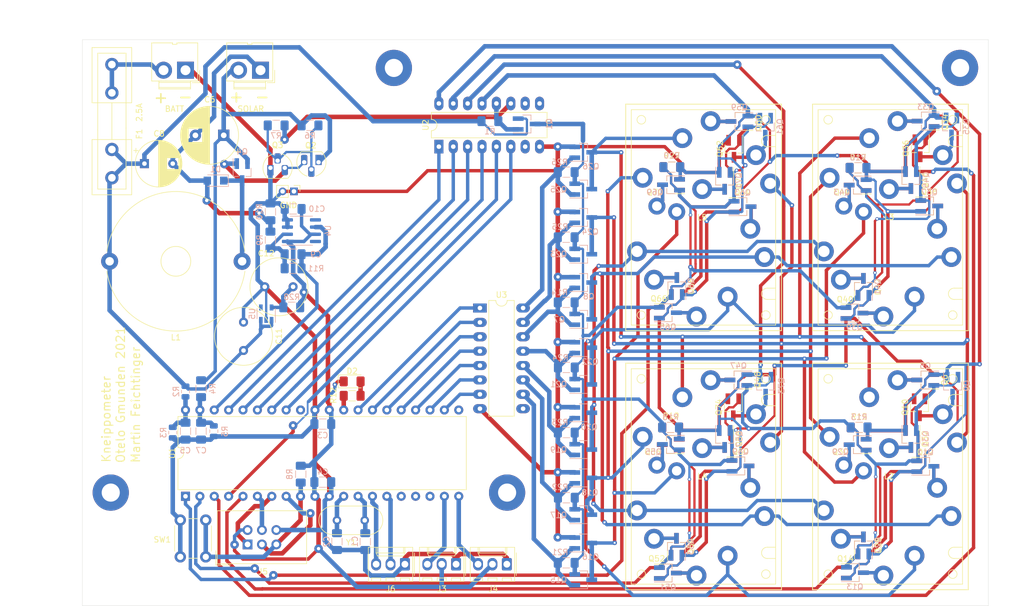
<source format=kicad_pcb>
(kicad_pcb (version 20211014) (generator pcbnew)
  (layers (0 "F.Cu" signal) (31 "B.Cu" signal) (34 "B.Paste" user) (35 "F.Paste" user) (36 "B.SilkS" user "B.Silkscreen") (37 "F.SilkS" user "F.Silkscreen") (38 "B.Mask" user) (39 "F.Mask" user) (44 "Edge.Cuts" user))
  (net 0 "")
  (net 1 "GND")
  (net 2 "Net-(C1-Pad1)")
  (net 3 "Net-(C2-Pad1)")
  (net 4 "+5V")
  (net 5 "Net-(C5-Pad2)")
  (net 6 "Net-(C6-Pad2)")
  (net 7 "VCC")
  (net 8 "Net-(C7-Pad2)")
  (net 9 "+BATT")
  (net 10 "Net-(C9-Pad2)")
  (net 11 "/VShunt")
  (net 12 "Net-(D1-Pad1)")
  (net 13 "Net-(F1-Pad1)")
  (net 14 "/TempAir")
  (net 15 "/TempWater")
  (net 16 "/MOSI")
  (net 17 "/RESET")
  (net 18 "/SCK")
  (net 19 "/MISO")
  (net 20 "Net-(J6-Pad3)")
  (net 21 "Net-(J6-Pad2)")
  (net 22 "/B6/Output")
  (net 23 "/B1/Output")
  (net 24 "/B2/Output")
  (net 25 "/B5/Output")
  (net 26 "/B4/Output")
  (net 27 "/B3/Output")
  (net 28 "/B7/Output")
  (net 29 "+6V")
  (net 30 "Net-(Q1-Pad1)")
  (net 31 "Net-(Q2-Pad3)")
  (net 32 "Net-(Q2-Pad2)")
  (net 33 "/HIGH8")
  (net 34 "/LOW8")
  (net 35 "/B3/In")
  (net 36 "/HIGH11")
  (net 37 "/LOW11")
  (net 38 "/HIGH10")
  (net 39 "/LOW10")
  (net 40 "/HIGH9")
  (net 41 "/LOW9")
  (net 42 "/B7/In")
  (net 43 "/B6/In")
  (net 44 "/B5/In")
  (net 45 "/B4/In")
  (net 46 "/B2/In")
  (net 47 "/B1/In")
  (net 48 "Net-(R7-Pad2)")
  (net 49 "/PWM")
  (net 50 "/PA3")
  (net 51 "/PA4")
  (net 52 "/PA5")
  (net 53 "/PA6")
  (net 54 "/PA7")
  (net 55 "/PC6")
  (net 56 "/PC5")
  (net 57 "/PC4")
  (net 58 "/PC3")
  (net 59 "/PC2")
  (net 60 "/PC1")
  (net 61 "/PC0")
  (net 62 "Net-(D2-Pad2)")
  (net 63 "/H2/O")
  (net 64 "/H1/O")
  (net 65 "/H7/O")
  (net 66 "/H6/O")
  (net 67 "/H5/O")
  (net 68 "/H4/O")
  (net 69 "/H3/O")
  (net 70 "/H9/O")
  (net 71 "/H8/O")
  (net 72 "/H14/O")
  (net 73 "/H13/O")
  (net 74 "/H12/O")
  (net 75 "/H11/O")
  (net 76 "/H10/O")
  (net 77 "/H16/O")
  (net 78 "/H15/O")
  (net 79 "/H21/O")
  (net 80 "/H20/O")
  (net 81 "/H19/O")
  (net 82 "/H18/O")
  (net 83 "/H17/O")
  (net 84 "/H23/O")
  (net 85 "/H22/O")
  (net 86 "/H28/O")
  (net 87 "/H27/O")
  (net 88 "/H26/O")
  (net 89 "/H25/O")
  (net 90 "/H24/O")
  (net 91 "Net-(R12-Pad2)")
  (net 92 "Net-(C12-Pad2)")
  (footprint "Capacitor_THT:CP_Radial_D10.0mm_P5.00mm" (layer "F.Cu") (at 88.95 58.9 180)
    (fp_text reference "C6")
    (fp_text value "220µF")
  )
  (footprint "Connector_Molex:Molex_KK-254_AE-6410-03A_1x03_P2.54mm_Vertical" (layer "F.Cu") (at 138.95 134.65 180)
    (fp_text reference "J4")
    (fp_text value "TempWater")
  )
  (footprint "Connector_Molex:Molex_KK-254_AE-6410-03A_1x03_P2.54mm_Vertical" (layer "F.Cu") (at 120.95 134.65 180)
    (fp_text reference "J6")
    (fp_text value "Rx/Tx")
  )
  (footprint "Resistor_SMD:R_1206_3216Metric_Pad1.42x1.75mm_HandSolder" (layer "F.Cu") (at 111.633 104.902 180)
    (fp_text reference "R12")
    (fp_text value "1k")
  )
  (footprint "Resistor_SMD:R_1206_3216Metric_Pad1.42x1.75mm_HandSolder" (layer "F.Cu") (at 200.9775 64.643 180)
    (fp_text reference "R17")
    (fp_text value "2k2")
  )
  (footprint "Connector_Molex:Molex_KK-254_AE-6410-03A_1x03_P2.54mm_Vertical" (layer "F.Cu") (at 129.99 134.65 180)
    (fp_text reference "J3")
    (fp_text value "TempAir")
  )
  (footprint "Package_DIP:DIP-16_W7.62mm_LongPads" (layer "F.Cu") (at 126.95 60.9 90)
    (fp_text reference "U2")
    (fp_text value "ULN2003A")
  )
  (footprint "Connector:JWT_A3963_1x02_P3.96mm_Vertical" (layer "F.Cu") (at 82.2 47.4 180)
    (fp_text reference "J1" hide)
    (fp_text value "BATT")
  )
  (footprint "footprints:Fuseholder5x20_horiz_open_inline_Type-I" (layer "F.Cu") (at 69.2 46.4 -90)
    (fp_text reference "F1")
    (fp_text value "2.5A")
  )
  (footprint "Package_TO_SOT_THT:TO-92_HandSolder" (layer "F.Cu") (at 97.2 64.65)
    (fp_text reference "Q3")
    (fp_text value "BC327")
  )
  (footprint "7-Segment-Anzeige:7-Segment-Anzeige" (layer "F.Cu") (at 206.45 73.4)
    (fp_text reference "L3")
    (fp_text value "7-Segment-Anzeige")
  )
  (footprint "Crystal:Crystal_HC18-U_Vertical" (layer "F.Cu") (at 108.95 126.9)
    (fp_text reference "Y1")
    (fp_text value "4MHz")
  )
  (footprint "Connector_IDC:IDC-Header_2x03_P2.54mm_Vertical" (layer "F.Cu") (at 93.16 131.15 90)
    (fp_text reference "J5")
    (fp_text value "ISP")
  )
  (footprint "Connector:JWT_A3963_1x02_P3.96mm_Vertical" (layer "F.Cu") (at 95.45 47.4 180)
    (fp_text reference "J2" hide)
    (fp_text value "SOLAR")
  )
  (footprint "Package_TO_SOT_THT:TO-92_HandSolder" (layer "F.Cu") (at 105.7 63.65 180)
    (fp_text reference "Q2")
    (fp_text value "BC547")
  )
  (footprint "Capacitor_THT:C_Radial_D10.0mm_H12.5mm_P5.00mm" (layer "F.Cu") (at 92.45 91.9 -90)
    (fp_text reference "C11")
    (fp_text value "22µF")
  )
  (footprint "Inductor_THT:L_Radial_D24.4mm_P23.40mm_muRATA_1400series" (layer "F.Cu") (at 92.2 81.15 180)
    (fp_text reference "L1")
    (fp_text value "2.2mH")
  )
  (footprint "Package_TO_SOT_SMD:SOT-23_Handsoldering" (layer "F.Cu") (at 212.876 117.348)
    (fp_text reference "Q12")
    (fp_text value "AO3418")
  )
  (footprint "Capacitor_THT:C_Radial_D10.0mm_H12.5mm_P5.00mm" (layer "F.Cu") (at 96.2 85.65)
    (fp_text reference "C12")
    (fp_text value "1µF")
  )
  (footprint "Package_DIP:DIP-16_W7.62mm_LongPads" (layer "F.Cu") (at 134.2 89.4)
    (fp_text reference "U3")
    (fp_text value "ULN2003A")
  )
  (footprint "Connector_PinHeader_2.00mm:PinHeader_1x02_P2.00mm_Vertical" (layer "F.Cu") (at 101.35 68.8 -90)
    (fp_text reference "GND")
    (fp_text value "TestPoint GND")
  )
  (footprint "LED_SMD:LED_1206_3216Metric_Pad1.42x1.75mm_HandSolder" (layer "F.Cu") (at 111.633 102.362)
    (fp_text reference "D2")
    (fp_text value "LED")
  )
  (footprint "Package_TO_SOT_SMD:SOT-23_Handsoldering" (layer "F.Cu") (at 201.93 131.318 90)
    (fp_text reference "Q28")
    (fp_text value "AO3418")
  )
  (footprint "Package_TO_SOT_SMD:SOT-23_Handsoldering" (layer "F.Cu") (at 212.9155 56.388 180)
    (fp_text reference "Q34")
    (fp_text value "AO3418")
  )
  (footprint "Package_TO_SOT_SMD:SOT-23_Handsoldering" (layer "F.Cu") (at 213.5505 71.374)
    (fp_text reference "Q38")
    (fp_text value "AO3418")
  )
  (footprint "Package_TO_SOT_SMD:SOT-23_Handsoldering" (layer "F.Cu") (at 200.3425 90.297)
    (fp_text reference "Q40")
    (fp_text value "AO3418")
  )
  (footprint "Package_TO_SOT_SMD:SOT-23_Handsoldering" (layer "F.Cu") (at 200.914 67.691 180)
    (fp_text reference "Q44")
    (fp_text value "AO3418")
  )
  (footprint "Package_TO_SOT_SMD:SOT-23_Handsoldering" (layer "F.Cu") (at 210.312 66.802 -90)
    (fp_text reference "Q46")
    (fp_text value "AO3418")
  )
  (footprint "Package_TO_SOT_SMD:SOT-23_Handsoldering" (layer "F.Cu") (at 179.832 102.108 180)
    (fp_text reference "Q48")
    (fp_text value "AO3418")
  )
  (footprint "Package_TO_SOT_SMD:SOT-23_Handsoldering" (layer "F.Cu") (at 168.91 131.572 90)
    (fp_text reference "Q54")
    (fp_text value "AO3418")
  )
  (footprint "Package_TO_SOT_SMD:SOT-23_Handsoldering" (layer "F.Cu") (at 167.894 113.538 180)
    (fp_text reference "Q56")
    (fp_text value "AO3418")
  )
  (footprint "Package_TO_SOT_SMD:SOT-23_Handsoldering" (layer "F.Cu") (at 179.07 61.2775 -90)
    (fp_text reference "Q62")
    (fp_text value "AO3418")
  )
  (footprint "Package_TO_SOT_SMD:SOT-23_Handsoldering" (layer "F.Cu") (at 180.594 71.501)
    (fp_text reference "Q64")
    (fp_text value "AO3418")
  )
  (footprint "Package_TO_SOT_SMD:SOT-23_Handsoldering" (layer "F.Cu") (at 167.9575 67.6275 180)
    (fp_text reference "Q70")
    (fp_text value "AO3418")
  )
  (footprint "Package_TO_SOT_SMD:SOT-23_Handsoldering" (layer "F.Cu") (at 177.419 66.929 -90)
    (fp_text reference "Q72")
    (fp_text value "AO3418")
  )
  (footprint "Package_TO_SOT_SMD:SOT-23_Handsoldering" (layer "F.Cu") (at 178.943 106.934 -90)
    (fp_text reference "Q74")
    (fp_text value "AO3418")
  )
  (footprint "Package_DIP:DIP-40_W15.24mm" (layer "F.Cu") (at 82.2 122.65 90)
    (fp_text reference "U1")
    (fp_text value "ATmega16A-PU")
  )
  (footprint "Resistor_SMD:R_1206_3216Metric_Pad1.42x1.75mm_HandSolder" (layer "F.Cu") (at 167.894 110.49 180)
    (fp_text reference "R19")
    (fp_text value "2k2")
  )
  (footprint "Package_TO_SOT_SMD:SOT-23_Handsoldering" (layer "F.Cu") (at 211.963 61.19 -90)
    (fp_text reference "Q36")
    (fp_text value "AO3418")
  )
  (footprint "Package_TO_SOT_SMD:SOT-23_Handsoldering" (layer "F.Cu") (at 201.93 85.6615 90)
    (fp_text reference "Q42")
    (fp_text value "AO3418")
  )
  (footprint "Capacitor_THT:CP_Radial_D8.0mm_P5.00mm" (layer "F.Cu") (at 74.95 63.9)
    (fp_text reference "C8")
    (fp_text value "470µF")
  )
  (footprint "Package_TO_SOT_SMD:SOT-23_Handsoldering" (layer "F.Cu") (at 200.914 113.538 180)
    (fp_text reference "Q30")
    (fp_text value "AO3418")
  )
  (footprint "Package_TO_SOT_SMD:SOT-23_Handsoldering" (layer "F.Cu") (at 210.312 112.522 -90)
    (fp_text reference "Q32")
    (fp_text value "AO3418")
  )
  (footprint "7-Segment-Anzeige:7-Segment-Anzeige" (layer "F.Cu") (at 173.45 119.15)
    (fp_text reference "L4")
    (fp_text value "7-Segment-Anzeige")
  )
  (footprint "7-Segment-Anzeige:7-Segment-Anzeige" (layer "F.Cu") (at 206.45 119.15)
    (fp_text reference "L2")
    (fp_text value "7-Segment-Anzeige")
  )
  (footprint "Package_TO_SOT_SMD:SOT-23_Handsoldering" (layer "F.Cu") (at 200.406 136.144)
    (fp_text reference "Q14")
    (fp_text value "AO3418")
  )
  (footprint "Resistor_SMD:R_1206_3216Metric_Pad1.42x1.75mm_HandSolder" (layer "F.Cu") (at 201.168 110.49 180)
    (fp_text reference "R15")
    (fp_text value "2k2")
  )
  (footprint "Package_TO_SOT_SMD:SOT-23_Handsoldering" (layer "F.Cu") (at 212.852 102.108 180)
    (fp_text reference "Q6")
    (fp_text value "AO3418")
  )
  (footprint "Package_TO_SOT_SMD:SOT-23_Handsoldering" (layer "F.Cu") (at 211.836 106.934 -90)
    (fp_text reference "Q10")
    (fp_text value "AO3418")
  )
  (footprint "7-Segment-Anzeige:7-Segment-Anzeige" (layer "F.Cu") (at 173.45 73.4)
    (fp_text reference "L5")
    (fp_text value "7-Segment-Anzeige")
  )
  (footprint "Package_TO_SOT_SMD:SOT-23_Handsoldering" (layer "F.Cu") (at 167.386 90.2335)
    (fp_text reference "Q66")
    (fp_text value "AO3418")
  )
  (footprint "Package_TO_SOT_SMD:SOT-23_Handsoldering" (layer "F.Cu") (at 168.9735 85.5345 90)
    (fp_text reference "Q68")
    (fp_text value "AO3418")
  )
  (footprint "Package_TO_SOT_SMD:SOT-23_Handsoldering" (layer "F.Cu") (at 180.0225 56.4515 180)
    (fp_text reference "Q60")
    (fp_text value "AO3418")
  )
  (footprint "Package_TO_SOT_SMD:SOT-23_Handsoldering" (layer "F.Cu") (at 177.419 112.522 -90)
    (fp_text reference "Q58")
    (fp_text value "AO3418")
  )
  (footprint "Package_TO_SOT_SMD:SOT-23_Handsoldering" (layer "F.Cu") (at 180.213 117.2845)
    (fp_text reference "Q50")
    (fp_text value "AO3418")
  )
  (footprint "Package_TO_SOT_SMD:SOT-23_Handsoldering" (layer "F.Cu") (at 167.386 136.2075)
    (fp_text reference "Q52")
    (fp_text value "AO3418")
  )
  (footprint "Resistor_SMD:R_1206_3216Metric_Pad1.42x1.75mm_HandSolder" (layer "F.Cu") (at 168.0845 64.516 180)
    (fp_text reference "R27")
    (fp_text value "2k2")
  )
  (footprint "Button_Switch_THT:SW_PUSH_6mm" (layer "F.Cu") (at 81.28 133.35 90)
    (fp_text reference "SW1")
    (fp_text value "SW_Push")
  )
  (footprint "MountingHole:MountingHole_3.2mm_M3_Pad" (layer "F.Cu") (at 119 47)
    (fp_text reference "REF**" hide)
    (fp_text value "MountingHole_3.2mm_M3_Pad")
  )
  (footprint "MountingHole:MountingHole_3.2mm_M3_Pad" (layer "F.Cu") (at 219 47)
    (fp_text reference "REF**" hide)
    (fp_text value "MountingHole_3.2mm_M3_Pad")
  )
  (footprint "MountingHole:MountingHole_3.2mm_M3_Pad" (layer "F.Cu") (at 69 122)
    (fp_text reference "REF**" hide)
    (fp_text value "MountingHole_3.2mm_M3_Pad")
  )
  (footprint "MountingHole:MountingHole_3.2mm_M3_Pad" (layer "F.Cu") (at 139 122)
    (fp_text reference "REF**" hide)
    (fp_text value "MountingHole_3.2mm_M3_Pad")
  )
  (footprint "Diode_SMD:D_SMF" (layer "B.Cu") (at 87.5 66.9 180)
    (fp_text reference "D1")
    (fp_text value "DP2X414")
  )
  (footprint "Resistor_SMD:R_1206_3216Metric_Pad1.42x1.75mm_HandSolder" (layer "B.Cu") (at 167.867 110.49 180)
    (fp_text reference "R18")
    (fp_text value "2k2")
  )
  (footprint "Resistor_SMD:R_1206_3216Metric_Pad1.42x1.75mm_HandSolder" (layer "B.Cu") (at 149.4375 65.4 180)
    (fp_text reference "R26")
    (fp_text value "2.2k")
  )
  (footprint "Package_TO_SOT_SMD:SOT-23_Handsoldering" (layer "B.Cu") (at 152.45 79.9)
    (fp_text reference "Q23")
    (fp_text value "DMP 3098L7 DII")
  )
  (footprint "Package_TO_SOT_SMD:SOT-23_Handsoldering" (layer "B.Cu") (at 152.45 114.4)
    (fp_text reference "Q19")
    (fp_text value "DMP 3098L7 DII")
  )
  (footprint "Package_TO_SOT_SMD:SOT-23_Handsoldering" (layer "B.Cu") (at 152.45 61.9)
    (fp_text reference "Q26")
    (fp_text value "AO3418")
  )
  (footprint "Resistor_SMD:R_1206_3216Metric_Pad1.42x1.75mm_HandSolder" (layer "B.Cu") (at 149.4625 99.9 180)
    (fp_text reference "R24")
    (fp_text value "2.2k")
  )
  (footprint "Resistor_SMD:R_1206_3216Metric_Pad1.42x1.75mm_HandSolder" (layer "B.Cu") (at 135.9625 56.4)
    (fp_text reference "R1")
    (fp_text value "2.2k")
  )
  (footprint "Package_TO_SOT_SMD:SOT-23_Handsoldering" (layer "B.Cu") (at 152.45 119.4)
    (fp_text reference "Q18")
    (fp_text value "AO3418")
  )
  (footprint "Resistor_SMD:R_1206_3216Metric_Pad1.42x1.75mm_HandSolder" (layer "B.Cu") (at 104.1875 57.15)
    (fp_text reference "R6")
    (fp_text value "5.6k")
  )
  (footprint "Resistor_SMD:R_0805_2012Metric" (layer "B.Cu") (at 87.2 111.15 -90)
    (fp_text reference "R5")
    (fp_text value "47k")
  )
  (footprint "Resistor_SMD:R_1206_3216Metric_Pad1.42x1.75mm_HandSolder" (layer "B.Cu") (at 149.4375 76.9 180)
    (fp_text reference "R25")
    (fp_text value "2.2k")
  )
  (footprint "Package_TO_SOT_SMD:SOT-23_Handsoldering" (layer "B.Cu") (at 152.45 68.4)
    (fp_text reference "Q25")
    (fp_text value "DMP 3098L7 DII")
  )
  (footprint "Resistor_SMD:R_1206_3216Metric_Pad1.42x1.75mm_HandSolder" (layer "B.Cu") (at 168.0845 64.516 180)
    (fp_text reference "R20")
    (fp_text value "2k2")
  )
  (footprint "Resistor_SMD:R_1206_3216Metric_Pad1.42x1.75mm_HandSolder" (layer "B.Cu") (at 149.4625 122.9 180)
    (fp_text reference "R22")
    (fp_text value "2.2k")
  )
  (footprint "Capacitor_SMD:C_1206_3216Metric_Pad1.42x1.75mm_HandSolder" (layer "B.Cu") (at 84.95 111.15 90)
    (fp_text reference "C7")
    (fp_text value "100n")
  )
  (footprint "Package_TO_SOT_SMD:SOT-23_Handsoldering" (layer "B.Cu") (at 92.2 65.4 -90)
    (fp_text reference "Q4")
    (fp_text value "DMP 3098L7 DII")
  )
  (footprint "Package_TO_SOT_SMD:SOT-23_Handsoldering" (layer "B.Cu") (at 152.45 102.9)
    (fp_text reference "Q21")
    (fp_text value "DMP 3098L7 DII")
  )
  (footprint "Resistor_SMD:R_1206_3216Metric_Pad1.42x1.75mm_HandSolder" (layer "B.Cu") (at 200.9775 64.643 180)
    (fp_text reference "R16")
    (fp_text value "2k2")
  )
  (footprint "Package_TO_SOT_SMD:SOT-23_Handsoldering" (layer "B.Cu") (at 152.45 96.4)
    (fp_text reference "Q22")
    (fp_text value "AO3418")
  )
  (footprint "Package_TO_SOT_SMD:SOT-23_Handsoldering" (layer "B.Cu") (at 152.45 73.4)
    (fp_text reference "Q24")
    (fp_text value "AO3418")
  )
  (footprint "Package_TO_SOT_SMD:SOT-23_Handsoldering" (layer "B.Cu") (at 152.45 84.9)
    (fp_text reference "Q8")
    (fp_text value "AO3418")
  )
  (footprint "Package_TO_SOT_SMD:SOT-23_Handsoldering" (layer "B.Cu") (at 152.45 91.4)
    (fp_text reference "Q7")
    (fp_text value "DMP 3098L7 DII")
  )
  (footprint "Resistor_SMD:R_1206_3216Metric_Pad1.42x1.75mm_HandSolder" (layer "B.Cu") (at 149.4375 88.4 180)
    (fp_text reference "R14")
    (fp_text value "2.2k")
  )
  (footprint "Package_TO_SOT_SMD:SOT-23_Handsoldering" (layer "B.Cu") (at 152.45 137.4)
    (fp_text reference "Q15")
    (fp_text value "DMP 3098L7 DII")
  )
  (footprint "Resistor_SMD:R_1206_3216Metric_Pad1.42x1.75mm_HandSolder" (layer "B.Cu") (at 149.4375 134.4 180)
    (fp_text reference "R21")
    (fp_text value "2.2k")
  )
  (footprint "Package_TO_SOT_SMD:SOT-23_Handsoldering" (layer "B.Cu") (at 152.45 130.9)
    (fp_text reference "Q16")
    (fp_text value "AO3418")
  )
  (footprint "Resistor_SMD:R_1206_3216Metric_Pad1.42x1.75mm_HandSolder" (layer "B.Cu") (at 98.2125 57.15)
    (fp_text reference "R7")
    (fp_text value "5.6k")
  )
  (footprint "Package_TO_SOT_SMD:SOT-23_Handsoldering" (layer "B.Cu") (at 142.45 56.9)
    (fp_text reference "Q1")
    (fp_text value "DMP 3098L7 DII")
  )
  (footprint "Resistor_SMD:R_1206_3216Metric_Pad1.42x1.75mm_HandSolder" (layer "B.Cu") (at 149.45 111.4 180)
    (fp_text reference "R23")
    (fp_text value "2.2k")
  )
  (footprint "Package_TO_SOT_SMD:SOT-23_Handsoldering" (layer "B.Cu") (at 152.45 107.9)
    (fp_text reference "Q20")
    (fp_text value "AO3418")
  )
  (footprint "Package_TO_SOT_SMD:SOT-23_Handsoldering" (layer "B.Cu") (at 152.45 125.9)
    (fp_text reference "Q17")
    (fp_text value "DMP 3098L7 DII")
  )
  (footprint "Capacitor_SMD:C_1206_3216Metric_Pad1.42x1.75mm_HandSolder" (layer "B.Cu") (at 113.95 130.65 -90)
    (fp_text reference "C1")
    (fp_text value "22p")
  )
  (footprint "Capacitor_SMD:C_1206_3216Metric_Pad1.42x1.75mm_HandSolder" (layer "B.Cu") (at 108.95 130.65 -90)
    (fp_text reference "C2")
    (fp_text value "22p")
  )
  (footprint "Capacitor_SMD:C_1206_3216Metric_Pad1.42x1.75mm_HandSolder" (layer "B.Cu") (at 106.45 109.9 180)
    (fp_text reference "C3")
    (fp_text value "100n")
  )
  (footprint "Capacitor_SMD:C_1206_3216Metric_Pad1.42x1.75mm_HandSolder" (layer "B.Cu") (at 106.45 120.15 180)
    (fp_text reference "C4")
    (fp_text value "100n")
  )
  (footprint "Capacitor_SMD:C_1206_3216Metric_Pad1.42x1.75mm_HandSolder" (layer "B.Cu") (at 82.2 111.15 90)
    (fp_text reference "C5")
    (fp_text value "100n")
  )
  (footprint "Resistor_SMD:R_0805_2012Metric" (layer "B.Cu") (at 82.2 104.15 -90)
    (fp_text reference "R2")
    (fp_text value "47k")
  )
  (footprint "Resistor_SMD:R_0805_2012Metric" (layer "B.Cu") (at 79.95 111.4 -90)
    (fp_text reference "R3")
    (fp_text value "47k")
  )
  (footprint "Resistor_SMD:R_1206_3216Metric_Pad1.42x1.75mm_HandSolder" (layer "B.Cu") (at 101.2 82.4 180)
    (fp_text reference "R11")
    (fp_text value "10k")
  )
  (footprint "Capacitor_SMD:C_1206_3216Metric_Pad1.42x1.75mm_HandSolder" (layer "B.Cu") (at 101.2 79.9 180)
    (fp_text reference "C9")
    (fp_text value "100nF")
  )
  (footprint "Capacitor_SMD:C_1206_3216Metric_Pad1.42x1.75mm_HandSolder" (layer "B.Cu") (at 101.2125 71.9)
    (fp_text reference "C10")
    (fp_text value "100nF")
  )
  (footprint "Resistor_SMD:R_1206_3216Metric_Pad1.42x1.75mm_HandSolder" (layer "B.Cu") (at 97.2 72.4125 -90)
    (fp_text reference "R10")
    (fp_text value "0.1")
  )
  (footprint "Package_TO_SOT_SMD:SOT-23_Handsoldering" (layer "B.Cu") (at 217.678 103.124 -90)
    (fp_text reference "Q9")
    (fp_text value "DMP 3098L7 DII")
  )
  (footprint "Package_TO_SOT_SMD:SOT-23_Handsoldering" (layer "B.Cu") (at 212.852 102.108 180)
    (fp_text reference "Q5")
    (fp_text value "DMP 3098L7 DII")
  )
  (footprint "Package_TO_SOT_SMD:SOT-23_Handsoldering" (layer "B.Cu") (at 201.93 131.318 90)
    (fp_text reference "Q27")
    (fp_text value "DMP 3098L7 DII")
  )
  (footprint "Package_TO_SOT_SMD:SOT-23_Handsoldering" (layer "B.Cu") (at 200.914 113.538 180)
    (fp_text reference "Q29")
    (fp_text value "DMP 3098L7 DII")
  )
  (footprint "Package_TO_SOT_SMD:SOT-23_Handsoldering" (layer "B.Cu") (at 210.312 112.522 -90)
    (fp_text reference "Q31")
    (fp_text value "DMP 3098L7 DII")
  )
  (footprint "Package_TO_SOT_SMD:SOT-23_Handsoldering" (layer "B.Cu") (at 212.9155 56.388 180)
    (fp_text reference "Q33")
    (fp_text value "DMP 3098L7 DII")
  )
  (footprint "Package_TO_SOT_SMD:SOT-23_Handsoldering" (layer "B.Cu") (at 213.5505 71.374)
    (fp_text reference "Q37")
    (fp_text value "DMP 3098L7 DII")
  )
  (footprint "Package_TO_SOT_SMD:SOT-23_Handsoldering" (layer "B.Cu") (at 200.3425 90.297)
    (fp_text reference "Q39")
    (fp_text value "DMP 3098L7 DII")
  )
  (footprint "Package_TO_SOT_SMD:SOT-23_Handsoldering" (layer "B.Cu") (at 200.914 67.691 180)
    (fp_text reference "Q43")
    (fp_text value "DMP 3098L7 DII")
  )
  (footprint "Package_TO_SOT_SMD:SOT-23_Handsoldering" (layer "B.Cu") (at 210.312 66.802 -90)
    (fp_text reference "Q45")
    (fp_text value "DMP 3098L7 DII")
  )
  (footprint "Package_TO_SOT_SMD:SOT-23_Handsoldering" (layer "B.Cu") (at 180.213 117.2845)
    (fp_text reference "Q49")
    (fp_text value "DMP 3098L7 DII")
  )
  (footprint "Package_TO_SOT_SMD:SOT-23_Handsoldering" (layer "B.Cu") (at 168.91 131.572 90)
    (fp_text reference "Q53")
    (fp_text value "DMP 3098L7 DII")
  )
  (footprint "Package_TO_SOT_SMD:SOT-23_Handsoldering" (layer "B.Cu") (at 167.918 113.477 180)
    (fp_text reference "Q55")
    (fp_text value "DMP 3098L7 DII")
  )
  (footprint "Package_TO_SOT_SMD:SOT-23_Handsoldering" (layer "B.Cu") (at 177.419 112.522 -90)
    (fp_text reference "Q57")
    (fp_text value "DMP 3098L7 DII")
  )
  (footprint "Package_TO_SOT_SMD:SOT-23_Handsoldering" (layer "B.Cu") (at 180.0225 56.4515 180)
    (fp_text reference "Q59")
    (fp_text value "DMP 3098L7 DII")
  )
  (footprint "Package_TO_SOT_SMD:SOT-23_Handsoldering" (layer "B.Cu") (at 184.597 57.38 -90)
    (fp_text reference "Q61")
    (fp_text value "DMP 3098L7 DII")
  )
  (footprint "Package_TO_SOT_SMD:SOT-23_Handsoldering" (layer "B.Cu") (at 180.57 71.4985)
    (fp_text reference "Q63")
    (fp_text value "DMP 3098L7 DII")
  )
  (footprint "Package_TO_SOT_SMD:SOT-23_Handsoldering" (layer "B.Cu") (at 167.386 90.2335)
    (fp_text reference "Q65")
    (fp_text value "DMP 3098L7 DII")
  )
  (footprint "Package_TO_SOT_SMD:SOT-23_Handsoldering" (layer "B.Cu") (at 168.9735 85.5345 90)
    (fp_text reference "Q67")
    (fp_text value "DMP 3098L7 DII")
  )
  (footprint "Package_TO_SOT_SMD:SOT-23_Handsoldering" (layer "B.Cu") (at 167.9575 67.6275 180)
    (fp_text reference "Q69")
    (fp_text value "DMP 3098L7 DII")
  )
  (footprint "Package_TO_SOT_SMD:SOT-23_Handsoldering" (layer "B.Cu") (at 177.419 66.929 -90)
    (fp_text reference "Q71")
    (fp_text value "DMP 3098L7 DII")
  )
  (footprint "Package_TO_SOT_SMD:SOT-23_Handsoldering" (layer "B.Cu") (at 184.658 103.124 -90)
    (fp_text reference "Q73")
    (fp_text value "DMP 3098L7 DII")
  )
  (footprint "Resistor_SMD:R_1206_3216Metric_Pad1.42x1.75mm_HandSolder" (layer "B.Cu") (at 102.5525 118.745 -90)
    (fp_text reference "R8")
    (fp_text value "10k")
  )
  (footprint "Resistor_SMD:R_1206_3216Metric_Pad1.42x1.75mm_HandSolder" (layer "B.Cu") (at 201.168 110.49 180)
    (fp_text reference "R13")
    (fp_text value "2k2")
  )
  (footprint "Package_TO_SOT_SMD:SOT-23_Handsoldering" (layer "B.Cu") (at 212.852 117.348)
    (fp_text reference "Q11")
    (fp_text value "DMP 3098L7 DII")
  )
  (footprint "Package_TO_SOT_SMD:SOT-23_Handsoldering" (layer "B.Cu") (at 217.4875 57.3405 -90)
    (fp_text reference "Q35")
    (fp_text value "DMP 3098L7 DII")
  )
  (footprint "Package_SO:SOIC-8_3.9x4.9mm_P1.27mm" (layer "B.Cu") (at 102.675 75.745)
    (fp_text reference "U4")
    (fp_text value "MAX4238ASA")
  )
  (footprint "Resistor_SMD:R_1206_3216Metric_Pad1.42x1.75mm_HandSolder" (layer "B.Cu") (at 97.2 77.4 90)
    (fp_text reference "R9")
    (fp_text value "100")
  )
  (footprint "Package_TO_SOT_SMD:SOT-23_Handsoldering" (layer "B.Cu") (at 200.43 136.144)
    (fp_text reference "Q13")
    (fp_text value "DMP 3098L7 DII")
  )
  (footprint "Resistor_SMD:R_1206_3216Metric_Pad1.42x1.75mm_HandSolder" (layer "B.Cu") (at 84.95 103.65 -90)
    (fp_text reference "R4")
    (fp_text value "180k")
  )
  (footprint "Package_TO_SOT_SMD:SOT-23_Handsoldering" (layer "B.Cu") (at 179.856 102.108 180)
    (fp_text reference "Q47")
    (fp_text value "DMP 3098L7 DII")
  )
  (footprint "Package_TO_SOT_SMD:SOT-23_Handsoldering" (layer "B.Cu") (at 167.386 136.2075)
    (fp_text reference "Q51")
    (fp_text value "DMP 3098L7 DII")
  )
  (footprint "Package_TO_SOT_SMD:SOT-23_Handsoldering" (layer "B.Cu") (at 201.93 85.6615 90)
    (fp_text reference "Q41")
    (fp_text value "DMP 3098L7 DII")
  )
  (footprint "Package_TO_SOT_SMD:SOT-23-5" (layer "B.Cu") (at 96.45 90.4 90)
    (fp_text reference "U5")
    (fp_text value "TC1017-xCT")
  )
  (footprint "Resistor_SMD:R_1206_3216Metric_Pad1.42x1.75mm_HandSolder" (layer "B.Cu") (at 100.965 89.281 180)
    (fp_text reference "R28")
    (fp_text value "0R")
  )
  (gr_line (start 64 42) (end 224 42) (layer "Edge.Cuts") (width 0.05))
  (gr_line (start 224 42) (end 224 142) (layer "Edge.Cuts") (width 0.05))
  (gr_line (start 224 142) (end 64 142) (layer "Edge.Cuts") (width 0.05))
  (gr_line (start 64 142) (end 64 42) (layer "Edge.Cuts") (width 0.05))
  (gr_text "-" (at 95.758 52.07) (layer "F.SilkS") (effects (font (size 2 2) (thickness 0.3))))
  (gr_text "+" (at 91.186 52.07) (layer "F.SilkS") (effects (font (size 2 2) (thickness 0.3))))
  (gr_text "+" (at 77.851 52.197) (layer "F.SilkS") (effects (font (size 2 2) (thickness 0.3))))
  (gr_text "-" (at 82.169 52.07) (layer "F.SilkS") (effects (font (size 2 2) (thickness 0.3))))
  (gr_text "Otelo Gmunden 2021" (at 70.739 104.7115 90) (layer "F.SilkS") (effects (font (size 1.5 1.5) (thickness 0.2))))
  (gr_text "Kneippometer" (at 68.199 109.0295 90) (layer "F.SilkS") (effects (font (size 1.5 1.5) (thickness 0.2))))
  (gr_text "Martin Feichtinger" (at 73.406 106.4895 90) (layer "F.SilkS") (effects (font (size 1.5 1.5) (thickness 0.2))))
  (gr_text "2.5A" (at 74.041 54.864 90) (layer "F.SilkS") (effects (font (size 1 1))))
  (segment (start 179.832 102.4255) (end 180.594 101.6635) (width 0.4) (layer "F.Cu") (net 1))
  (segment (start 178.0935 59.7775) (end 176.469 61.402) (width 0.6) (layer "F.Cu") (net 1))
  (segment (start 205.8035 130.048) (end 205.8035 119.296998) (width 0.6) (layer "F.Cu") (net 1))
  (segment (start 165.886 137.1575) (end 166.69 137.1575) (width 0.4) (layer "F.Cu") (net 1))
  (segment (start 138.95 133.55) (end 138.95 134.65) (width 0.8) (layer "F.Cu") (net 1))
  (segment (start 213.8655 55.438) (end 212.9155 56.388) (width 0.4) (layer "F.Cu") (net 1))
  (segment (start 169.86 134.051) (end 169.86 133.072) (width 0.4) (layer "F.Cu") (net 1))
  (segment (start 105.06 107.41) (end 105.06 116.871) (width 0.8) (layer "F.Cu") (net 1))
  (segment (start 167.386 89.483498) (end 167.386 90.17) (width 0.4) (layer "F.Cu") (net 1))
  (segment (start 169.9235 87.0345) (end 169.9235 87.696) (width 0.4) (layer "F.Cu") (net 1))
  (segment (start 120.95 133.55) (end 121.65001 132.84999) (width 0.8) (layer "F.Cu") (net 1))
  (segment (start 200.3425 90.551) (end 199.6465 91.247) (width 0.4) (layer "F.Cu") (net 1))
  (segment (start 121.3 68.8) (end 99.35 68.8) (width 0.6) (layer "F.Cu") (net 1))
  (segment (start 180.544001 68.439499) (end 185.42 63.5635) (width 0.4) (layer "F.Cu") (net 1))
  (segment (start 173.101 129.700998) (end 173.101 119.106496) (width 0.6) (layer "F.Cu") (net 1))
  (segment (start 198.8425 91.247) (end 198.8425 99.544) (width 0.6) (layer "F.Cu") (net 1))
  (segment (start 198.906 137.094) (end 199.456 137.094) (width 0.4) (layer "F.Cu") (net 1))
  (segment (start 200.3925 91.247) (end 207.9515 98.806) (width 0.6) (layer "F.Cu") (net 1))
  (segment (start 176.445 110.998) (end 176.469 111.022) (width 0.6) (layer "F.Cu") (net 1))
  (segment (start 107.6 119.411) (end 107.6 122.65) (width 0.8) (layer "F.Cu") (net 1))
  (segment (start 167.386 90.17) (end 166.3725 91.1835) (width 0.4) (layer "F.Cu") (net 1))
  (segment (start 176.4295 65.4685) (end 170.5245 65.4685) (width 0.6) (layer "F.Cu") (net 1))
  (segment (start 214.352 101.1315) (end 214.352 101.158) (width 0.6) (layer "F.Cu") (net 1))
  (segment (start 177.993 105.217) (end 179.832 103.378) (width 0.4) (layer "F.Cu") (net 1))
  (segment (start 179.832 103.378) (end 179.832 102.4255) (width 0.4) (layer "F.Cu") (net 1))
  (segment (start 168.032998 88.8365) (end 167.386 89.483498) (width 0.4) (layer "F.Cu") (net 1))
  (segment (start 177.993 105.434) (end 177.993 105.217) (width 0.4) (layer "F.Cu") (net 1))
  (segment (start 218.567 58.2395) (end 215.7655 55.438) (width 0.4) (layer "F.Cu") (net 1))
  (segment (start 178.713 118.2345) (end 179.4535 118.2345) (width 0.4) (layer "F.Cu") (net 1))
  (segment (start 209.362 111.022) (end 209.362 106.487) (width 0.6) (layer "F.Cu") (net 1))
  (segment (start 180.8265 101.6635) (end 181.332 101.158) (width 0.4) (layer "F.Cu") (net 1))
  (segment (start 166.831 60.9) (end 149.01066 60.9) (width 0.6) (layer "F.Cu") (net 1))
  (segment (start 201.8665 88.9635) (end 200.925998 88.9635) (width 0.4) (layer "F.Cu") (net 1))
  (segment (start 176.469 111.022) (end 176.469 106.8045) (width 0.6) (layer "F.Cu") (net 1))
  (segment (start 149.01066 60.9) (end 147.95 60.9) (width 0.6) (layer "F.Cu") (net 1))
  (segment (start 108.984999 102.533501) (end 108.585 102.9335) (width 0.6) (layer "F.Cu") (net 1))
  (segment (start 177.163 118.2345) (end 178.713 118.2345) (width 0.6) (layer "F.Cu") (net 1))
  (segment (start 213.5505 71.628) (end 213.5505 68.6435) (width 0.4) (layer "F.Cu") (net 1))
  (segment (start 202.88 132.818) (end 203.0335 132.818) (width 0.6) (layer "F.Cu") (net 1))
  (segment (start 169.95 87.0345) (end 169.9235 87.0345) (width 0.6) (layer "F.Cu") (net 1))
  (segment (start 169.3815 110.49) (end 169.8895 110.998) (width 0.6) (layer "F.Cu") (net 1))
  (segment (start 201.181 62.484) (end 197.860185 62.484) (width 0.6) (layer "F.Cu") (net 1))
  (segment (start 179.8345 72.451) (end 180.544001 71.741499) (width 0.4) (layer "F.Cu") (net 1))
  (segment (start 147.95 65.15) (end 124.95 65.15) (width 0.6) (layer "F.Cu") (net 1))
  (segment (start 105.06 116.871) (end 107.6 119.411) (width 0.8) (layer "F.Cu") (net 1))
  (segment (start 218.567 109.53375) (end 218.567 104.023) (width 0.4) (layer "F.Cu") (net 1))
  (segment (start 201.179998 134.62) (end 202.428 134.62) (width 0.4) (layer "F.Cu") (net 1))
  (segment (start 169.572 66.563) (end 169.4575 66.6775) (width 0.6) (layer "F.Cu") (net 1))
  (segment (start 218.567 63.627) (end 218.567 58.2395) (width 0.4) (layer "F.Cu") (net 1))
  (segment (start 130.69001 132.84999) (end 138.24999 132.84999) (width 0.8) (layer "F.Cu") (net 1))
  (segment (start 169.86 133.072) (end 169.86 132.941998) (width 0.6) (layer "F.Cu") (net 1))
  (segment (start 109.1565 102.362) (end 108.984999 102.533501) (width 0.6) (layer "F.Cu") (net 1))
  (segment (start 110.1455 102.362) (end 109.1565 102.362) (width 0.6) (layer "F.Cu") (net 1))
  (segment (start 211.775 118.298) (end 212.852 117.221) (width 0.4) (layer "F.Cu") (net 1))
  (segment (start 178.12 59.7775) (end 178.0935 59.7775) (width 0.6) (layer "F.Cu") (net 1))
  (segment (start 147.95 129.9) (end 147.95 118.4) (width 0.8) (layer "F.Cu") (net 1))
  (segment (start 147.95 60.9) (end 147.95 68.15) (width 0.8) (layer "F.Cu") (net 1))
  (segment (start 199.456 137.094) (end 200.406 136.144) (width 0.4) (layer "F.Cu") (net 1))
  (segment (start 212.0505 72.324) (end 212.8545 72.324) (width 0.4) (layer "F.Cu") (net 1))
  (segment (start 83.214 47.4) (end 97.2 61.386) (width 0.8) (layer "F.Cu") (net 1))
  (segment (start 180.0225 56.5785) (end 180.0225 57.2135) (width 0.4) (layer "F.Cu") (net 1))
  (segment (start 165.886 106.9945) (end 169.3815 110.49) (width 0.6) (layer "F.Cu") (net 1))
  (segment (start 179.094 72.451) (end 174.183 72.451) (width 0.6) (layer "F.Cu") (net 1))
  (segment (start 212.852 117.221) (end 212.852 115.24875) (width 0.4) (layer "F.Cu") (net 1))
  (segment (start 147.95 60.9) (end 144.73 60.9) (width 0.8) (layer "F.Cu") (net 1))
  (segment (start 203.227 111.0615) (end 209.3225 111.0615) (width 0.6) (layer "F.Cu") (net 1))
  (segment (start 124.95 65.15) (end 121.3 68.8) (width 0.6) (layer "F.Cu") (net 1))
  (segment (start 198.8425 99.544) (end 198.818497 99.568003) (width 0.6) (layer "F.Cu") (net 1))
  (segment (start 207.9515 98.806) (end 212.0265 98.806) (width 0.6) (layer "F.Cu") (net 1))
  (segment (start 147.95 83.9375) (end 147.9875 83.9) (width 0.8) (layer "F.Cu") (net 1))
  (segment (start 147.95 68.15) (end 147.95 72.4) (width 0.8) (layer "F.Cu") (net 1))
  (segment (start 202.6555 112.3465) (end 202.414 112.588) (width 0.6) (layer "F.Cu") (net 1))
  (segment (start 202.6555 110.49) (end 202.6555 112.3465) (width 0.6) (layer "F.Cu") (net 1))
  (segment (start 209.362 106.487) (end 210.415 105.434) (width 0.6) (layer "F.Cu") (net 1))
  (segment (start 173.972996 118.2345) (end 177.163 118.2345) (width 0.6) (layer "F.Cu") (net 1))
  (segment (start 202.465 64.643) (end 202.465 63.768) (width 0.6) (layer "F.Cu") (net 1))
  (segment (start 176.469 106.8045) (end 177.8395 105.434) (width 0.6) (layer "F.Cu") (net 1))
  (segment (start 199.6465 91.247) (end 198.8425 91.247) (width 0.4) (layer "F.Cu") (net 1))
  (segment (start 200.3425 89.546998) (end 200.3425 90.551) (width 0.4) (layer "F.Cu") (net 1))
  (segment (start 180.213 117.475) (end 180.213 114.427) (width 0.4) (layer "F.Cu") (net 1))
  (segment (start 145.42 118.4) (end 134.2 107.18) (width 0.8) (layer "F.Cu") (net 1))
  (segment (start 169.8895 110.998) (end 176.445 110.998) (width 0.6) (layer "F.Cu") (net 1))
  (segment (start 200.406 136.144) (end 200.406 135.393998) (width 0.4) (layer "F.Cu") (net 1))
  (segment (start 186.243 99.5705) (end 186.2455 99.568) (width 0.6) (layer "F.Cu") (net 1))
  (segment (start 209.826 118.298) (end 211.376 118.298) (width 0.6) (layer "F.Cu") (net 1))
  (segment (start 210.415 105.434) (end 210.886 105.434) (width 0.6) (layer "F.Cu") (net 1))
  (segment (start 202.88 87.95) (end 201.8665 88.9635) (width 0.4) (layer "F.Cu") (net 1))
  (segment (start 205.8035 119.296998) (end 206.802498 118.298) (width 0.6) (layer "F.Cu") (net 1))
  (segment (start 185.42 58.049) (end 182.8725 55.5015) (width 0.4) (layer "F.Cu") (net 1))
  (segment (start 215.7655 55.438) (end 214.4155 55.438) (width 0.4) (layer "F.Cu") (net 1))
  (segment (start 181.5225 55.5015) (end 181.0995 55.5015) (width 0.4) (layer "F.Cu") (net 1))
  (segment (start 179.094 72.451) (end 179.8345 72.451) (width 0.4) (layer "F.Cu") (net 1))
  (segment (start 173.228 73.406) (end 173.228 83.7565) (width 0.6) (layer "F.Cu") (net 1))
  (segment (start 202.88 134.168) (end 202.88 132.818) (width 0.4) (layer "F.Cu") (net 1))
  (segment (start 176.469 61.402) (end 176.469 63.879) (width 0.6) (layer "F.Cu") (net 1))
  (segment (start 147.95 118.4) (end 145.42 118.4) (width 0.8) (layer "F.Cu") (net 1))
  (segment (start 147.95 68.15) (end 147.95 65.15) (width 0.6) (layer "F.Cu") (net 1))
  (segment (start 213.7385 101.158) (end 212.852 102.0445) (width 0.4) (layer "F.Cu") (net 1))
  (segment (start 129.99 133.55) (end 130.69001 132.84999) (width 0.8) (layer "F.Cu") (net 1))
  (segment (start 181.0995 55.5015) (end 180.0225 56.5785) (width 0.4) (layer "F.Cu") (net 1))
  (segment (start 147.95 106.9) (end 147.95 118.4) (width 0.8) (layer "F.Cu") (net 1))
  (segment (start 169.572 63.641) (end 166.831 60.9) (width 0.6) (layer "F.Cu") (net 1))
  (segment (start 202.6555 110.49) (end 203.227 111.0615) (width 0.6) (layer "F.Cu") (net 1))
  (segment (start 165.886 91.1835) (end 165.886 106.9945) (width 0.6) (layer "F.Cu") (net 1))
  (segment (start 176.469 63.879) (end 176.469 65.429) (width 0.6) (layer "F.Cu") (net 1))
  (segment (start 214.352 101.158) (end 213.7385 101.158) (width 0.4) (layer "F.Cu") (net 1))
  (segment (start 203.0335 132.818) (end 205.8035 130.048) (width 0.6) (layer "F.Cu") (net 1))
  (segment (start 212.852 115.24875) (end 218.567 109.53375) (width 0.4) (layer "F.Cu") (net 1))
  (segment (start 169.572 64.516) (end 169.572 63.641) (width 0.6) (layer "F.Cu") (net 1))
  (segment (start 166.3725 91.1835) (end 165.886 91.1835) (width 0.4) (layer "F.Cu") (net 1))
  (segment (start 209.362 61.021) (end 210.693 59.69) (width 0.6) (layer "F.Cu") (net 1))
  (segment (start 169.9235 87.696) (end 168.783 88.8365) (width 0.4) (layer "F.Cu") (net 1))
  (segment (start 202.88 87.1615) (end 202.88 87.95) (width 0.4) (layer "F.Cu") (net 1))
  (segment (start 169.394 110.5025) (end 169.3815 110.49) (width 0.6) (layer "F.Cu") (net 1))
  (segment (start 169.572 64.516) (end 169.572 66.563) (width 0.6) (layer "F.Cu") (net 1))
  (segment (start 180.0225 57.2135) (end 178.12 59.116) (width 0.4) (layer "F.Cu") (net 1))
  (segment (start 209.362 65.302) (end 209.362 61.021) (width 0.6) (layer "F.Cu") (net 1))
  (segment (start 121.65001 132.84999) (end 129.28999 132.84999) (width 0.8) (layer "F.Cu") (net 1))
  (segment (start 138.24999 132.84999) (end 138.95 133.55) (width 0.8) (layer "F.Cu") (net 1))
  (segment (start 214.4155 55.438) (end 213.8655 55.438) (width 0.4) (layer "F.Cu") (net 1))
  (segment (start 129.28999 132.84999) (end 129.99 133.55) (width 0.8) (layer "F.Cu") (net 1))
  (segment (start 186.243 108.397) (end 186.243 101.158) (width 0.4) (layer "F.Cu") (net 1))
  (segment (start 182.8725 55.5015) (end 181.5225 55.5015) (width 0.4) (layer "F.Cu") (net 1))
  (segment (start 212.9155 56.388) (end 212.9155 57.4675) (width 0.4) (layer "F.Cu") (net 1))
  (segment (start 180.594 101.6635) (end 180.8265 101.6635) (width 0.4) (layer "F.Cu") (net 1))
  (segment (start 82.2 47.4) (end 83.214 47.4) (width 0.8) (layer "F.Cu") (net 1))
  (segment (start 176.469 65.429) (end 176.4295 65.4685) (width 0.6) (layer "F.Cu") (net 1))
  (segment (start 179.4535 118.2345) (end 180.213 117.475) (width 0.4) (layer "F.Cu") (net 1))
  (segment (start 167.969498 134.874) (end 169.037 134.874) (width 0.4) (layer "F.Cu") (net 1))
  (segment (start 186.243 101.158) (end 186.243 99.5705) (width 0.6) (layer "F.Cu") (net 1))
  (segment (start 178.12 59.116) (end 178.12 59.7775) (width 0.4) (layer "F.Cu") (net 1))
  (segment (start 129.99 133.55) (end 129.99 134.65) (width 0.8) (layer "F.Cu") (net 1))
  (segment (start 212.8545 72.324) (end 213.5505 71.628) (width 0.4) (layer "F.Cu") (net 1))
  (segment (start 202.428 134.62) (end 202.88 134.168) (width 0.4) (layer "F.Cu") (net 1))
  (segment (start 209.338 65.278) (end 203.1 65.278) (width 0.6) (layer "F.Cu") (net 1))
  (segment (start 97.2 61.386) (end 97.2 64.65) (width 0.8) (layer "F.Cu") (net 1))
  (segment (start 209.362 65.302) (end 209.338 65.278) (width 0.6) (layer "F.Cu") (net 1))
  (segment (start 209.3225 111.0615) (end 209.362 111.022) (width 0.6) (layer "F.Cu") (net 1))
  (segment (start 167.386 136.4615) (end 167.386 135.457498) (width 0.4) (layer "F.Cu") (net 1))
  (segment (start 206.802498 118.298) (end 209.826 118.298) (width 0.6) (layer "F.Cu") (net 1))
  (segment (start 202.465 66.69) (end 202.414 66.741) (width 0.6) (layer "F.Cu") (net 1))
  (segment (start 198.8425 91.247) (end 200.3925 91.247) (width 0.6) (layer "F.Cu") (net 1))
  (segment (start 105.06 94.519) (end 105.06 107.41) (width 0.8) (layer "F.Cu") (net 1))
  (segment (start 200.406 135.393998) (end 201.179998 134.62) (width 0.4) (layer "F.Cu") (net 1))
  (segment (start 212.0265 98.806) (end 214.352 101.1315) (width 0.6) (layer "F.Cu") (net 1))
  (segment (start 174.183 72.451) (end 173.228 73.406) (width 0.6) (layer "F.Cu") (net 1))
  (segment (start 200.925998 88.9635) (end 200.3425 89.546998) (width 0.4) (layer "F.Cu") (net 1))
  (segment (start 147.95 95.4) (end 147.95 106.9) (width 0.8) (layer "F.Cu") (net 1))
  (segment (start 202.465 64.643) (end 202.465 66.69) (width 0.6) (layer "F.Cu") (net 1))
  (segment (start 180.213 114.427) (end 186.243 108.397) (width 0.4) (layer "F.Cu") (net 1))
  (segment (start 169.037 134.874) (end 169.86 134.051) (width 0.4) (layer "F.Cu") (net 1))
  (segment (start 213.5505 68.6435) (end 218.567 63.627) (width 0.4) (layer "F.Cu") (net 1))
  (segment (start 218.567 104.023) (end 215.702 101.158) (width 0.4) (layer "F.Cu") (net 1))
  (segment (start 96.2 85.65) (end 96.191 85.65) (width 0.8) (layer "F.Cu") (net 1))
  (segment (start 212.852 102.997) (end 210.886 104.963) (width 0.4) (layer "F.Cu") (net 1))
  (segment (start 170.5245 65.4685) (end 169.572 64.516) (width 0.6) (layer "F.Cu") (net 1))
  (segment (start 197.860185 62.484) (end 197.2945 62.484) (width 0.6) (layer "F.Cu") (net 1))
  (segment (start 166.69 137.1575) (end 167.386 136.4615) (width 0.4) (layer "F.Cu") (net 1))
  (segment (start 96.191 85.65) (end 105.06 94.519) (width 0.8) (layer "F.Cu") (net 1))
  (segment (start 212.9155 57.4675) (end 211.013 59.37) (width 0.4) (layer "F.Cu") (net 1))
  (segment (start 211.013 59.37) (end 211.013 59.69) (width 0.4) (layer "F.Cu") (net 1))
  (segment (start 177.8395 105.434) (end 177.993 105.434) (width 0.6) (layer "F.Cu") (net 1))
  (segment (start 147.95 83.8625) (end 147.9875 83.9) (width 0.8) (layer "F.Cu") (net 1))
  (segment (start 169.86 132.941998) (end 173.101 129.700998) (width 0.6) (layer "F.Cu") (net 1))
  (segment (start 203.1 65.278) (end 202.465 64.643) (width 0.6) (layer "F.Cu") (net 1))
  (segment (start 212.852 102.0445) (end 212.852 102.997) (width 0.4) (layer "F.Cu") (net 1))
  (segment (start 210.693 59.69) (end 211.013 59.69) (width 0.6) (layer "F.Cu") (net 1))
  (segment (start 147.95 72.4) (end 147.95 83.8625) (width 0.8) (layer "F.Cu") (net 1))
  (segment (start 215.702 101.158) (end 214.352 101.158) (width 0.4) (layer "F.Cu") (net 1))
  (segment (start 210.886 104.963) (end 210.886 105.434) (width 0.4) (layer "F.Cu") (net 1))
  (segment (start 173.101 119.106496) (end 173.972996 118.2345) (width 0.6) (layer "F.Cu") (net 1))
  (segment (start 180.544001 71.741499) (end 180.544001 68.439499) (width 0.4) (layer "F.Cu") (net 1))
  (segment (start 185.42 63.5635) (end 185.42 58.049) (width 0.4) (layer "F.Cu") (net 1))
  (segment (start 168.783 88.8365) (end 168.032998 88.8365) (width 0.4) (layer "F.Cu") (net 1))
  (segment (start 167.386 135.457498) (end 167.969498 134.874) (width 0.4) (layer "F.Cu") (net 1))
  (segment (start 120.95 134.65) (end 120.95 133.55) (width 0.8) (layer "F.Cu") (net 1))
  (segment (start 173.228 83.7565) (end 169.95 87.0345) (width 0.6) (layer "F.Cu") (net 1))
  (segment (start 211.376 118.298) (end 211.775 118.298) (width 0.4) (layer "F.Cu") (net 1))
  (segment (start 147.95 95.4) (end 147.95 83.9375) (width 0.8) (layer "F.Cu") (net 1))
  (segment (start 181.332 101.158) (end 186.243 101.158) (width 0.6) (layer "F.Cu") (net 1))
  (segment (start 169.394 112.588) (end 169.394 110.5025) (width 0.6) (layer "F.Cu") (net 1))
  (segment (start 202.465 63.768) (end 201.181 62.484) (width 0.6) (layer "F.Cu") (net 1))
  (via (at 186.2455 99.568) (size 0.8) (drill 0.35) (layers "F.Cu" "B.Cu") (net 1))
  (via (at 185.42 63.5635) (size 0.8) (drill 0.35) (layers "F.Cu" "B.Cu") (net 1))
  (via (at 147.95 129.9) (size 1.5) (drill 0.6) (layers "F.Cu" "B.Cu") (net 1))
  (via (at 147.95 72.4) (size 1.5) (drill 0.6) (layers "F.Cu" "B.Cu") (net 1))
  (via (at 147.95 60.9) (size 1.5) (drill 0.6) (layers "F.Cu" "B.Cu") (net 1))
  (via (at 147.95 95.4) (size 1.5) (drill 0.6) (layers "F.Cu" "B.Cu") (net 1))
  (via (at 147.95 118.4) (size 1.5) (drill 0.6) (layers "F.Cu" "B.Cu") (net 1))
  (via (at 147.9875 83.9) (size 1.5) (drill 0.6) (layers "F.Cu" "B.Cu") (net 1))
  (via (at 108.585 102.9335) (size 0.8) (drill 0.35) (layers "F.Cu" "B.Cu") (net 1))
  (via (at 198.818497 99.568003) (size 0.8) (drill 0.35) (layers "F.Cu" "B.Cu") (net 1))
  (via (at 197.2945 62.484) (size 0.8) (drill 0.35) (layers "F.Cu" "B.Cu") (net 1))
  (via (at 147.95 106.9) (size 1.5) (drill 0.6) (layers "F.Cu" "B.Cu") (net 1))
  (segment (start 100.2 73.84) (end 100.2 75.11) (width 0.8) (layer "B.Cu") (net 1))
  (segment (start 99.725 71.9) (end 99.725 73.365) (width 0.8) (layer "B.Cu") (net 1))
  (segment (start 99.725 73.365) (end 100.2 73.84) (width 0.8) (layer "B.Cu") (net 1))
  (segment (start 97.2 70.925) (end 98.75 70.925) (width 0.8) (layer "B.Cu") (net 1))
  (segment (start 98.75 70.925) (end 99.725 71.9) (width 0.8) (layer "B.Cu") (net 1))
  (segment (start 150.9 118.4) (end 150.95 118.45) (width 0.8) (layer "B.Cu") (net 1))
  (segment (start 150.9 72.4) (end 150.95 72.45) (width 0.8) (layer "B.Cu") (net 1))
  (segment (start 150.95 83.95) (end 148.0375 83.95) (width 0.8) (layer "B.Cu") (net 1))
  (segment (start 147.95 95.4) (end 150.9 95.4) (width 0.8) (layer "B.Cu") (net 1))
  (segment (start 186.2455 99.568) (end 198.818494 99.568) (width 0.6) (layer "B.Cu") (net 1))
  (segment (start 108.4375 132.1375) (end 108.95 132.1375) (width 0.8) (layer "B.Cu") (net 1))
  (segment (start 147.95 60.9) (end 150.9 60.9) (width 0.8) (layer "B.Cu") (net 1))
  (segment (start 150.9 106.9) (end 150.95 106.95) (width 0.8) (layer "B.Cu") (net 1))
  (segment (start 150.9 129.9) (end 150.95 129.95) (width 0.8) (layer "B.Cu") (net 1))
  (segment (start 196.728815 62.484) (end 197.2945 62.484) (width 0.6) (layer "B.Cu") (net 1))
  (segment (start 120.95 134.65) (end 118.95 136.65) (width 0.8) (layer "B.Cu") (net 1))
  (segment (start 98.24 128.61) (end 106.74 128.61) (width 0.8) (layer "B.Cu") (net 1))
  (segment (start 79.95 114.0125) (end 81.325 112.6375) (width 0.8) (layer "B.Cu") (net 1))
  (segment (start 104.9625 109.9) (end 104.9625 107.5075) (width 0.8) (layer "B.Cu") (net 1))
  (segment (start 94.95 84.4) (end 94.95 74.796004) (width 0.8) (layer "B.Cu") (net 1))
  (segment (start 150.9 95.4) (end 150.95 95.45) (width 0.8) (layer "B.Cu") (net 1))
  (segment (start 92.45 91.9) (end 92.45 89.4) (width 0.6) (layer "B.Cu") (net 1))
  (segment (start 102.775 112.0875) (end 104.9625 109.9) (width 0.8) (layer "B.Cu") (net 1))
  (segment (start 147.95 129.9) (end 150.9 129.9) (width 0.8) (layer "B.Cu") (net 1))
  (segment (start 114.95 136.65) (end 113.95 135.65) (width 0.8) (layer "B.Cu") (net 1))
  (segment (start 80.25 112.6375) (end 79.95 112.3375) (width 0.8) (layer "B.Cu") (net 1))
  (segment (start 96.2 85.65) (end 94.95 84.4) (width 0.8) (layer "B.Cu") (net 1))
  (segment (start 99.325 68.8) (end 97.2 70.925) (width 0.6) (layer "B.Cu") (net 1))
  (segment (start 82.2 112.6375) (end 80.25 112.6375) (width 0.8) (layer "B.Cu") (net 1))
  (segment (start 106.800001 130.500001) (end 108.4375 132.1375) (width 0.8) (layer "B.Cu") (net 1))
  (segment (start 147.95 106.9) (end 150.9 106.9) (width 0.8) (layer "B.Cu") (net 1))
  (segment (start 94.95 74.796004) (end 93.749995 73.595999) (width 0.8) (layer "B.Cu") (net 1))
  (segment (start 107.9375 122.3125) (end 107.6 122.65) (width 0.8) (layer "B.Cu") (net 1))
  (segment (start 86.65 112.6375) (end 87.2 112.0875) (width 0.8) (layer "B.Cu") (net 1))
  (segment (start 106.800001 128.549999) (end 106.800001 130.500001) (width 0.8) (layer "B.Cu") (net 1))
  (segment (start 144.7 60.93) (end 144.73 60.9) (width 0.8) (layer "B.Cu") (net 1))
  (segment (start 94.778993 70.925) (end 97.2 70.925) (width 0.8) (layer "B.Cu") (net 1))
  (segment (start 92.45 89.4) (end 96.2 85.65) (width 0.6) (layer "B.Cu") (net 1))
  (segment (start 82.2 112.6375) (end 84.95 112.6375) (width 0.8) (layer "B.Cu") (net 1))
  (segment (start 84.95 112.6375) (end 86.65 112.6375) (width 0.8) (layer "B.Cu") (net 1))
  (segment (start 81.325 112.6375) (end 82.2 112.6375) (width 0.8) (layer "B.Cu") (net 1))
  (segment (start 87.2 112.0875) (end 102.775 112.0875) (width 0.8) (layer "B.Cu") (net 1))
  (segment (start 113.95 135.65) (end 113.95 132.1375) (width 0.8) (layer "B.Cu") (net 1))
  (segment (start 105.06 107.41) (end 108.585 103.885) (width 0.6) (layer "B.Cu") (net 1))
  (segment (start 118.95 136.65) (end 114.95 136.65) (width 0.8) (layer "B.Cu") (net 1))
  (segment (start 106.74 128.61) (end 106.800001 128.549999) (width 0.8) (layer "B.Cu") (net 1))
  (segment (start 93.749995 71.953998) (end 94.778993 70.925) (width 0.8) (layer "B.Cu") (net 1))
  (segment (start 106.800001 123.449999) (end 106.800001 128.549999) (width 0.8) (layer "B.Cu") (net 1))
  (segment (start 147.95 118.4) (end 150.9 118.4) (width 0.8) (layer "B.Cu") (net 1))
  (segment (start 81.28 126.85) (end 79.95 125.52) (width 0.8) (layer "B.Cu") (net 1))
  (segment (start 79.95 125.52) (end 79.95 114.0125) (width 0.8) (layer "B.Cu") (net 1))
  (segment (start 96.2 85.65) (end 96.45 85.9) (width 0.4) (layer "B.Cu") (net 1))
  (segment (start 93.749995 73.595999) (end 93.749995 71.953998) (width 0.8) (layer "B.Cu") (net 1))
  (segment (start 107.6 122.65) (end 106.800001 123.449999) (width 0.8) (layer "B.Cu") (net 1))
  (segment (start 198.818494 99.568) (end 198.818497 99.568003) (width 0.6) (layer "B.Cu") (net 1))
  (segment (start 107.9375 120.15) (end 107.9375 122.3125) (width 0.8) (layer "B.Cu") (net 1))
  (segment (start 104.9625 107.5075) (end 105.06 107.41) (width 0.8) (layer "B.Cu") (net 1))
  (segment (start 186.4995 62.484) (end 196.728815 62.484) (width 0.6) (layer "B.Cu") (net 1))
  (segment (start 185.42 63.5635) (end 186.4995 62.484) (width 0.6) (layer "B.Cu") (net 1))
  (segment (start 148.0375 83.95) (end 147.9875 83.9) (width 0.8) (layer "B.Cu") (net 1))
  (segment (start 108.95 132.1375) (end 113.95 132.1375) (width 0.8) (layer "B.Cu") (net 1))
  (segment (start 99.35 68.8) (end 99.325 68.8) (width 0.6) (layer "B.Cu") (net 1))
  (segment (start 108.585 103.885) (end 108.585 103.499185) (width 0.6) (layer "B.Cu") (net 1))
  (segment (start 96.45 85.9) (end 96.45 91.5) (width 0.4) (layer "B.Cu") (net 1))
  (segment (start 147.95 72.4) (end 150.9 72.4) (width 0.8) (layer "B.Cu") (net 1))
  (segment (start 108.585 103.499185) (end 108.585 102.9335) (width 0.6) (layer "B.Cu") (net 1))
  (segment (start 97.2 64.65) (end 97.2 70.925) (width 0.8) (layer "B.Cu") (net 1))
  (segment (start 150.9 60.9) (end 150.95 60.95) (width 0.8) (layer "B.Cu") (net 1))
  (segment (start 81.28 126.85) (end 81.28 133.35) (width 0.8) (layer "B.Cu") (net 1))
  (segment (start 113.95 127) (end 113.85 126.9) (width 0.8) (layer "B.Cu") (net 2))
  (segment (start 113.85 123.82) (end 112.68 122.65) (width 0.8) (layer "B.Cu") (net 2))
  (segment (start 113.85 126.9) (end 113.85 123.82) (width 0.8) (layer "B.Cu") (net 2))
  (segment (start 113.95 129.1625) (end 113.95 127) (width 0.8) (layer "B.Cu") (net 2))
  (segment (start 108.95 123.84) (end 110.14 122.65) (width 0.8) (layer "B.Cu") (net 3))
  (segment (start 108.95 129.1625) (end 108.95 126.9) (width 0.8) (layer "B.Cu") (net 3))
  (segment (start 108.95 126.9) (end 108.95 123.84) (width 0.8) (layer "B.Cu") (net 3))
  (segment (start 103.869002 133.731) (end 105.700002 131.9) (width 0.6) (layer "F.Cu") (net 4))
  (segment (start 107.6 107.41) (end 107.6 106.27863) (width 0.8) (layer "F.Cu") (net 4))
  (segment (start 107.357998 90.847998) (end 103.124 86.614) (width 0.8) (layer "F.Cu") (net 4))
  (segment (start 105.700002 123.290002) (end 105.06 122.65) (width 0.8) (layer "F.Cu") (net 4))
  (segment (start 105.700002 131.9) (end 105.700002 123.290002) (width 0.8) (layer "F.Cu") (net 4))
  (segment (start 90.8685 131.191) (end 90.8685 132.25166) (width 0.6) (layer "F.Cu") (net 4))
  (segment (start 90.8685 132.25166) (end 92.34784 133.731) (width 0.6) (layer "F.Cu") (net 4))
  (segment (start 105.337 122.373) (end 105.06 122.65) (width 0.8) (layer "F.Cu") (net 4))
  (segment (start 107.6 106.27863) (end 107.357998 106.036628) (width 0.8) (layer "F.Cu") (net 4))
  (segment (start 92.34784 133.731) (end 103.869002 133.731) (width 0.6) (layer "F.Cu") (net 4))
  (segment (start 107.357998 106.036628) (end 107.357998 90.847998) (width 0.8) (layer "F.Cu") (net 4))
  (via (at 90.8685 131.191) (size 1.5) (drill 0.6) (layers "F.Cu" "B.Cu") (net 4))
  (via (at 103.124 86.614) (size 1.5) (drill 0.6) (layers "F.Cu" "B.Cu") (net 4))
  (via (at 105.700002 131.9) (size 1.5) (drill 0.6) (layers "F.Cu" "B.Cu") (net 4))
  (segment (start 102.7 71.9) (end 102.7 74.905) (width 0.6) (layer "B.Cu") (net 4))
  (segment (start 102.7 74.905) (end 104.175 76.38) (width 0.6) (layer "B.Cu") (net 4))
  (segment (start 104.175 76.38) (end 105.15 76.38) (width 0.6) (layer "B.Cu") (net 4))
  (segment (start 104.384324 76.38) (end 105.15 76.38) (width 0.6) (layer "B.Cu") (net 4))
  (segment (start 103.114324 77.65) (end 104.384324 76.38) (width 0.6) (layer "B.Cu") (net 4))
  (segment (start 104.9625 116.3875) (end 107.9375 113.4125) (width 0.8) (layer "B.Cu") (net 4))
  (segment (start 103.124 87.7345) (end 103.124 86.614) (width 0.8) (layer "B.Cu") (net 4))
  (segment (start 102.4525 89.281) (end 102.4525 88.406) (width 0.8) (layer "B.Cu") (net 4))
  (segment (start 93.16 128.61) (end 91.938686 128.61) (width 0.6) (layer "B.Cu") (net 4))
  (segment (start 102.5525 117.2575) (end 104.1035 117.2575) (width 0.8) (layer "B.Cu") (net 4))
  (segment (start 132.41 138.65) (end 136.41 134.65) (width 0.8) (layer "B.Cu") (net 4))
  (segment (start 103.124 85.26752) (end 101.219 83.36252) (width 0.8) (layer "B.Cu") (net 4))
  (segment (start 91.938686 128.61) (end 90.8685 129.680186) (width 0.6) (layer "B.Cu") (net 4))
  (segment (start 104.9625 120.15) (end 104.9625 116.3875) (width 0.8) (layer "B.Cu") (net 4))
  (segment (start 107.9375 113.4125) (end 107.9375 109.9) (width 0.8) (layer "B.Cu") (net 4))
  (segment (start 104.9625 120.15) (end 104.9625 122.5525) (width 0.8) (layer "B.Cu") (net 4))
  (segment (start 101.219 83.36252) (end 101.219 78.669) (width 0.8) (layer "B.Cu") (net 4))
  (segment (start 107.9375 107.7475) (end 107.6 107.41) (width 0.8) (layer "B.Cu") (net 4))
  (segment (start 102.4525 88.406) (end 103.124 87.7345) (width 0.8) (layer "B.Cu") (net 4))
  (segment (start 105.700002 131.9) (end 112.450002 138.65) (width 0.8) (layer "B.Cu") (net 4))
  (segment (start 101.2 77.65) (end 103.114324 77.65) (width 0.6) (layer "B.Cu") (net 4))
  (segment (start 127.45 138.65) (end 132.41 138.65) (width 0.8) (layer "B.Cu") (net 4))
  (segment (start 107.9375 109.9) (end 107.9375 107.7475) (width 0.8) (layer "B.Cu") (net 4))
  (segment (start 112.450002 138.65) (end 127.45 138.65) (width 0.8) (layer "B.Cu") (net 4))
  (segment (start 104.9625 116.3985) (end 104.9625 116.3875) (width 0.8) (layer "B.Cu") (net 4))
  (segment (start 100.5 77.95) (end 100.2 77.65) (width 0.8) (layer "B.Cu") (net 4))
  (segment (start 101.219 78.669) (end 100.5 77.95) (width 0.8) (layer "B.Cu") (net 4))
  (segment (start 104.1035 117.2575) (end 104.9625 116.3985) (width 0.8) (layer "B.Cu") (net 4))
  (segment (start 127.45 134.65) (end 127.45 138.65) (width 0.8) (layer "B.Cu") (net 4))
  (segment (start 104.9625 122.5525) (end 105.06 122.65) (width 0.8) (layer "B.Cu") (net 4))
  (segment (start 103.124 86.614) (end 103.124 85.26752) (width 0.8) (layer "B.Cu") (net 4))
  (segment (start 90.8685 129.680186) (end 90.8685 131.191) (width 0.6) (layer "B.Cu") (net 4))
  (segment (start 100.2 77.65) (end 101.2 77.65) (width 0.6) (layer "B.Cu") (net 4))
  (segment (start 80.75 109.6625) (end 79.95 110.4625) (width 0.8) (layer "B.Cu") (net 5))
  (segment (start 82.2 107.41) (end 82.2 109.6625) (width 0.8) (layer "B.Cu") (net 5))
  (segment (start 82.2 107.41) (end 82.2 105.0875) (width 0.8) (layer "B.Cu") (net 5))
  (segment (start 82.2 109.6625) (end 80.75 109.6625) (width 0.8) (layer "B.Cu") (net 5))
  (segment (start 95.199997 72.65) (end 88.199996 72.65) (width 0.8) (layer "F.Cu") (net 6))
  (segment (start 88.199996 72.65) (end 85.949998 70.400002) (width 0.8) (layer "F.Cu") (net 6))
  (via (at 85.949998 70.400002) (size 1.5) (drill 0.6) (layers "F.Cu" "B.Cu") (net 6))
  (via (at 95.199997 72.65) (size 1.5) (drill 0.6) (layers "F.Cu" "B.Cu") (net 6))
  (segment (start 97.2 73.9) (end 97.2 75.9125) (width 0.8) (layer "B.Cu") (net 6))
  (segment (start 82.95 66.9) (end 79.95 63.9) (width 0.8) (layer "B.Cu") (net 6))
  (segment (start 86.05 66.9) (end 86.05 70.3) (width 0.8) (layer "B.Cu") (net 6))
  (segment (start 93.0715 45.0215) (end 95.45 47.4) (width 0.8) (layer "B.Cu") (net 6))
  (segment (start 87.249 47.9425) (end 90.17 45.0215) (width 0.8) (layer "B.Cu") (net 6))
  (segment (start 79.95 62.9) (end 83.95 58.9) (width 0.8) (layer "B.Cu") (net 6))
  (segment (start 96.449997 73.9) (end 95.199997 72.65) (width 0.8) (layer "B.Cu") (net 6))
  (segment (start 87.249 55.601) (end 87.249 47.9425) (width 0.8) (layer "B.Cu") (net 6))
  (segment (start 86.05 70.3) (end 85.949998 70.400002) (width 0.8) (layer "B.Cu") (net 6))
  (segment (start 97.2 73.9) (end 96.449997 73.9) (width 0.8) (layer "B.Cu") (net 6))
  (segment (start 86.05 66.9) (end 82.95 66.9) (width 0.8) (layer "B.Cu") (net 6))
  (segment (start 79.95 63.9) (end 79.95 62.9) (width 0.8) (layer "B.Cu") (net 6))
  (segment (start 90.17 45.0215) (end 93.0715 45.0215) (width 0.8) (layer "B.Cu") (net 6))
  (segment (start 83.95 58.9) (end 87.249 55.601) (width 0.8) (layer "B.Cu") (net 6))
  (segment (start 107.7 56.235995) (end 106.864005 55.4) (width 0.8) (layer "B.Cu") (net 7))
  (segment (start 106.864005 55.4) (end 104.45 55.4) (width 0.8) (layer "B.Cu") (net 7))
  (segment (start 88.95 58.9) (end 87.45 60.4) (width 0.6) (layer "B.Cu") (net 7))
  (segment (start 88.95 58.9) (end 93.15 63.1) (width 0.8) (layer "B.Cu") (net 7))
  (segment (start 100.7 55.15) (end 88.95 55.15) (width 0.8) (layer "B.Cu") (net 7))
  (segment (start 107.7 61.65) (end 107.7 56.235995) (width 0.8) (layer "B.Cu") (net 7))
  (segment (start 93.15 63.1) (end 93.15 63.9) (width 0.8) (layer "B.Cu") (net 7))
  (segment (start 87.45 100.5375) (end 87.45 60.4) (width 0.6) (layer "B.Cu") (net 7))
  (segment (start 102.7 57.15) (end 100.7 55.15) (width 0.8) (layer "B.Cu") (net 7))
  (segment (start 84.95 102.1625) (end 85.825 102.1625) (width 0.6) (layer "B.Cu") (net 7))
  (segment (start 85.825 102.1625) (end 87.45 100.5375) (width 0.6) (layer "B.Cu") (net 7))
  (segment (start 105.7 63.65) (end 107.7 61.65) (width 0.8) (layer "B.Cu") (net 7))
  (segment (start 104.45 55.4) (end 102.7 57.15) (width 0.8) (layer "B.Cu") (net 7))
  (segment (start 88.95 48.82) (end 88.95 58.9) (width 0.8) (layer "B.Cu") (net 7))
  (segment (start 88.95 55.15) (end 88.95 58.9) (width 0.8) (layer "B.Cu") (net 7))
  (segment (start 90.37 47.4) (end 88.95 48.82) (width 0.8) (layer "B.Cu") (net 7))
  (segment (start 84.74 105.3475) (end 84.95 105.1375) (width 0.8) (layer "B.Cu") (net 8))
  (segment (start 84.74 109.4525) (end 84.95 109.6625) (width 0.8) (layer "B.Cu") (net 8))
  (segment (start 84.74 107.41) (end 84.74 105.3475) (width 0.8) (layer "B.Cu") (net 8))
  (segment (start 84.95 109.6625) (end 86.65 109.6625) (width 0.8) (layer "B.Cu") (net 8))
  (segment (start 86.65 109.6625) (end 87.2 110.2125) (width 0.8) (layer "B.Cu") (net 8))
  (segment (start 84.74 107.41) (end 84.74 109.4525) (width 0.8) (layer "B.Cu") (net 8))
  (segment (start 95.5 93.1) (end 95.45 93.15) (width 0.6) (layer "B.Cu") (net 9))
  (segment (start 74.95 63.9) (end 71.7 63.9) (width 0.8) (layer "B.Cu") (net 9))
  (segment (start 95.969999 92.630001) (end 95.45 93.15) (width 0.6) (layer "B.Cu") (net 9))
  (segment (start 97.4 91.5) (end 97.4 92.485002) (width 0.6) (layer "B.Cu") (net 9))
  (segment (start 142.3 55.95) (end 142.499999 56.149999) (width 0.4) (layer "B.Cu") (net 9))
  (segment (start 102.2985 43.3705) (end 115.328 56.4) (width 0.8) (layer "B.Cu") (net 9))
  (segment (start 97.4 92.485002) (end 97.255001 92.630001) (width 0.6) (layer "B.Cu") (net 9))
  (segment (start 115.328 56.4) (end 134.475 56.4) (width 0.8) (layer "B.Cu") (net 9))
  (segment (start 68.8 81.15) (end 68.8 89.8125) (width 0.8) (layer "B.Cu") (net 9))
  (segment (start 90.2 99.15) (end 90.2 99.202098) (width 0.6) (layer "B.Cu") (net 9))
  (segment (start 142.499999 56.149999) (end 142.499999 58.550003) (width 0.4) (layer "B.Cu") (net 9))
  (segment (start 71.7 63.9) (end 69.2 66.4) (width 0.8) (layer "B.Cu") (net 9))
  (segment (start 71.7 63.9) (end 69.2 61.4) (width 0.8) (layer "B.Cu") (net 9))
  (segment (start 92.45 96.9) (end 90.2 99.15) (width 0.6) (layer "B.Cu") (net 9))
  (segment (start 82.685527 103.698027) (end 85.704071 103.698027) (width 0.6) (layer "B.Cu") (net 9))
  (segment (start 140.95 55.95) (end 142.3 55.95) (width 0.4) (layer "B.Cu") (net 9))
  (segment (start 68.7832 66.8168) (end 68.7832 81.1332) (width 0.8) (layer "B.Cu") (net 9))
  (segment (start 95.45 93.15) (end 95.45 93.9) (width 0.6) (layer "B.Cu") (net 9))
  (segment (start 142.499999 58.550003) (end 142.300001 58.750001) (width 0.4) (layer "B.Cu") (net 9))
  (segment (start 97.255001 92.630001) (end 95.969999 92.630001) (width 0.6) (layer "B.Cu") (net 9))
  (segment (start 69.2 66.4) (end 68.7832 66.8168) (width 0.8) (layer "B.Cu") (net 9))
  (segment (start 85.704071 103.698027) (end 90.2 99.202098) (width 0.6) (layer "B.Cu") (net 9))
  (segment (start 95.5 91.5) (end 95.5 93.1) (width 0.6) (layer "B.Cu") (net 9))
  (segment (start 85.725 46.736) (end 89.0905 43.3705) (width 0.8) (layer "B.Cu") (net 9))
  (segment (start 82.2 103.2125) (end 82.685527 103.698027) (width 0.6) (layer "B.Cu") (net 9))
  (segment (start 68.7832 81.1332) (end 68.8 81.15) (width 0.8) (layer "B.Cu") (net 9))
  (segment (start 85.725 51.525) (end 85.725 46.736) (width 0.8) (layer "B.Cu") (net 9))
  (segment (start 74.95 62.3) (end 85.725 51.525) (width 0.8) (layer "B.Cu") (net 9))
  (segment (start 68.8 89.8125) (end 82.2 103.2125) (width 0.8) (layer "B.Cu") (net 9))
  (segment (start 136.825001 58.750001) (end 134.475 56.4) (width 0.4) (layer "B.Cu") (net 9))
  (segment (start 74.95 63.9) (end 74.95 62.3) (width 0.8) (layer "B.Cu") (net 9))
  (segment (start 89.0905 43.3705) (end 102.2985 43.3705) (width 0.8) (layer "B.Cu") (net 9))
  (segment (start 142.300001 58.750001) (end 136.825001 58.750001) (width 0.4) (layer "B.Cu") (net 9))
  (segment (start 95.45 93.9) (end 92.45 96.9) (width 0.6) (layer "B.Cu") (net 9))
  (segment (start 97.2 78.8875) (end 97.2 78.614324) (width 0.6) (layer "B.Cu") (net 10))
  (segment (start 97.2 78.614324) (end 99.434324 76.38) (width 0.6) (layer "B.Cu") (net 10))
  (segment (start 99.434324 76.38) (end 100.2 76.38) (width 0.6) (layer "B.Cu") (net 10))
  (segment (start 99.7125 79.9) (end 99.7125 82.4) (width 0.8) (layer "B.Cu") (net 10))
  (segment (start 97.2 78.8875) (end 98.7 78.8875) (width 0.8) (layer "B.Cu") (net 10))
  (segment (start 98.7 78.8875) (end 99.7125 79.9) (width 0.8) (layer "B.Cu") (net 10))
  (segment (start 102.6875 79.9) (end 102.6875 82.4) (width 0.8) (layer "B.Cu") (net 11))
  (segment (start 93.54 101.15) (end 87.28 107.41) (width 0.6) (layer "B.Cu") (net 11))
  (segment (start 105.15 75.11) (end 106.125 75.11) (width 0.8) (layer "B.Cu") (net 11))
  (segment (start 106.95 78.027098) (end 106.919279 78.057819) (width 0.8) (layer "B.Cu") (net 11))
  (segment (start 105.41 85.1225) (end 105.41 89.28) (width 0.6) (layer "B.Cu") (net 11))
  (segment (start 102.6875 79.9) (end 105.7 79.9) (width 0.8) (layer "B.Cu") (net 11))
  (segment (start 105.7 79.9) (end 106.95 78.65) (width 0.8) (layer "B.Cu") (net 11))
  (segment (start 106.95 78.65) (end 106.95 78.152088) (width 0.8) (layer "B.Cu") (net 11))
  (segment (start 105.41 89.28) (end 93.54 101.15) (width 0.6) (layer "B.Cu") (net 11))
  (segment (start 106.95 75.935) (end 106.95 78.027098) (width 0.8) (layer "B.Cu") (net 11))
  (segment (start 102.6875 82.4) (end 105.41 85.1225) (width 0.6) (layer "B.Cu") (net 11))
  (segment (start 106.125 75.11) (end 106.95 75.935) (width 0.8) (layer "B.Cu") (net 11))
  (segment (start 88.95 66.9) (end 92.2 66.9) (width 0.8) (layer "B.Cu") (net 12))
  (segment (start 92.2 66.9) (end 92.2 81.15) (width 0.8) (layer "B.Cu") (net 12))
  (segment (start 69.2 46.4) (end 76.12 46.4) (width 0.8) (layer "B.Cu") (net 13))
  (segment (start 76.12 46.4) (end 77.12 47.4) (width 0.8) (layer "B.Cu") (net 13))
  (segment (start 69.2 51.4) (end 69.2 46.4) (width 0.8) (layer "B.Cu") (net 13))
  (segment (start 127.92 122.65) (end 127.92 131.64) (width 0.8) (layer "B.Cu") (net 14))
  (segment (start 127.92 131.64) (end 124.91 134.65) (width 0.8) (layer "B.Cu") (net 14))
  (segment (start 130.46 131.24) (end 133.87 134.65) (width 0.8) (layer "B.Cu") (net 15))
  (segment (start 130.46 122.65) (end 130.46 131.24) (width 0.8) (layer "B.Cu") (net 15))
  (segment (start 95.7 128.61) (end 95.7 123.45) (width 0.8) (layer "B.Cu") (net 16))
  (segment (start 95.7 123.45) (end 94.9 122.65) (width 0.8) (layer "B.Cu") (net 16))
  (segment (start 98.24 131.15) (end 102.52 126.87) (width 0.8) (layer "F.Cu") (net 17))
  (segment (start 102.52 126.87) (end 102.52 122.65) (width 0.8) (layer "F.Cu") (net 17))
  (segment (start 102.5525 122.6175) (end 102.52 122.65) (width 0.8) (layer "B.Cu") (net 17))
  (segment (start 96.04 133.35) (end 98.24 131.15) (width 0.8) (layer "B.Cu") (net 17))
  (segment (start 102.5525 120.2325) (end 102.5525 122.6175) (width 0.8) (layer "B.Cu") (net 17))
  (segment (start 85.78 133.35) (end 96.04 133.35) (width 0.8) (layer "B.Cu") (net 17))
  (segment (start 85.78 126.85) (end 85.78 133.35) (width 0.8) (layer "B.Cu") (net 17))
  (segment (start 104.249992 127.779008) (end 104.249992 126.71066) (width 0.8) (layer "F.Cu") (net 18))
  (segment (start 104.249992 126.71066) (end 104.249992 125.65) (width 0.8) (layer "F.Cu") (net 18))
  (segment (start 97.280989 132.730989) (end 99.298011 132.730989) (width 0.8) (layer "F.Cu") (net 18))
  (segment (start 99.298011 132.730989) (end 104.249992 127.779008) (width 0.8) (layer "F.Cu") (net 18))
  (segment (start 95.7 131.15) (end 97.280989 132.730989) (width 0.8) (layer "F.Cu") (net 18))
  (via (at 104.249992 125.65) (size 1.5) (drill 0.6) (layers "F.Cu" "B.Cu") (net 18))
  (segment (start 99.98 122.65) (end 102.98 125.65) (width 0.8) (layer "B.Cu") (net 18))
  (segment (start 102.98 125.65) (end 104.249992 125.65) (width 0.8) (layer "B.Cu") (net 18))
  (segment (start 94.45 124.4) (end 95.69 124.4) (width 0.8) (layer "F.Cu") (net 19))
  (segment (start 95.69 124.4) (end 97.44 122.65) (width 0.8) (layer "F.Cu") (net 19))
  (segment (start 91.45 127.4) (end 94.45 124.4) (width 0.8) (layer "F.Cu") (net 19))
  (segment (start 91.45 129.44) (end 91.45 127.4) (width 0.8) (layer "F.Cu") (net 19))
  (segment (start 93.16 131.15) (end 91.45 129.44) (width 0.8) (layer "F.Cu") (net 19))
  (segment (start 115.22 123.78137) (end 115.87 124.43137) (width 0.8) (layer "B.Cu") (net 20))
  (segment (start 115.87 124.43137) (end 115.87 132.75) (width 0.8) (layer "B.Cu") (net 20))
  (segment (start 115.87 132.75) (end 115.87 134.65) (width 0.8) (layer "B.Cu") (net 20))
  (segment (start 115.22 122.65) (end 115.22 123.78137) (width 0.8) (layer "B.Cu") (net 20))
  (segment (start 118.41 134.65) (end 118.41 123.3) (width 0.8) (layer "B.Cu") (net 21))
  (segment (start 118.41 123.3) (end 117.76 122.65) (width 0.8) (layer "B.Cu") (net 21))
  (segment (start 156.781496 69.336185) (end 156.781496 68.7705) (width 0.6) (layer "F.Cu") (net 22))
  (segment (start 156.9085 97.028006) (end 156.9085 96.462321) (width 0.6) (layer "F.Cu") (net 22))
  (segment (start 156.781496 96.335317) (end 156.781496 69.336185) (width 0.6) (layer "F.Cu") (net 22))
  (segment (start 156.9085 96.462321) (end 156.781496 96.335317) (width 0.6) (layer "F.Cu") (net 22))
  (segment (start 156.845 97.091506) (end 156.9085 97.028006) (width 0.6) (layer "F.Cu") (net 22))
  (segment (start 156.845 119.38) (end 156.845 97.091506) (width 0.6) (layer "F.Cu") (net 22))
  (segment (start 195.95 112.15) (end 192.5955 108.7955) (width 0.6) (layer "F.Cu") (net 22))
  (segment (start 195.95 66.4) (end 192.5955 69.7545) (width 0.6) (layer "F.Cu") (net 22))
  (segment (start 192.5955 108.7955) (end 192.5955 97.027998) (width 0.6) (layer "F.Cu") (net 22))
  (segment (start 192.5955 69.7545) (end 192.5955 97.027998) (width 0.6) (layer "F.Cu") (net 22))
  (via (at 156.9085 97.028006) (size 0.8) (drill 0.35) (layers "F.Cu" "B.Cu") (net 22))
  (via (at 156.845 119.38) (size 0.8) (drill 0.35) (layers "F.Cu" "B.Cu") (net 22))
  (via (at 192.5955 97.027998) (size 0.8) (drill 0.35) (layers "F.Cu" "B.Cu") (net 22))
  (via (at 156.781496 68.7705) (size 0.8) (drill 0.35) (layers "F.Cu" "B.Cu") (net 22))
  (segment (start 156.908508 97.027998) (end 156.9085 97.028006) (width 0.6) (layer "B.Cu") (net 22))
  (segment (start 192.5955 97.027998) (end 156.908508 97.027998) (width 0.6) (layer "B.Cu") (net 22))
  (segment (start 162.95 66.4) (end 159.152 66.4) (width 0.6) (layer "B.Cu") (net 22))
  (segment (start 153.95 125.272512) (end 153.95 125.9) (width 0.8) (layer "B.Cu") (net 22))
  (segment (start 157.5435 119.38) (end 156.845 119.38) (width 0.6) (layer "B.Cu") (net 22))
  (segment (start 156.825 119.4) (end 156.845 119.38) (width 0.6) (layer "B.Cu") (net 22))
  (segment (start 153.95 119.4) (end 153.95 122.631488) (width 0.8) (layer "B.Cu") (net 22))
  (segment (start 153.95 119.4) (end 156.825 119.4) (width 0.6) (layer "B.Cu") (net 22))
  (segment (start 153.95 122.631488) (end 153.157489 123.423999) (width 0.8) (layer "B.Cu") (net 22))
  (segment (start 162.95 112.15) (end 162.95 113.9735) (width 0.6) (layer "B.Cu") (net 22))
  (segment (start 153.157489 124.480001) (end 153.95 125.272512) (width 0.8) (layer "B.Cu") (net 22))
  (segment (start 159.152 66.4) (end 156.7815 68.7705) (width 0.6) (layer "B.Cu") (net 22))
  (segment (start 162.95 113.9735) (end 157.5435 119.38) (width 0.6) (layer "B.Cu") (net 22))
  (segment (start 156.7815 68.7705) (end 156.781496 68.7705) (width 0.6) (layer "B.Cu") (net 22))
  (segment (start 153.157489 123.423999) (end 153.157489 124.480001) (width 0.8) (layer "B.Cu") (net 22))
  (segment (start 202.95 59.4) (end 196.886 59.4) (width 0.6) (layer "F.Cu") (net 23))
  (segment (start 196.886 59.4) (end 190.690502 65.595498) (width 0.6) (layer "F.Cu") (net 23))
  (segment (start 159.131 94.487998) (end 159.131002 94.488) (width 0.6) (layer "F.Cu") (net 23))
  (segment (start 190.690502 65.595498) (end 190.690502 93.922315) (width 0.6) (layer "F.Cu") (net 23))
  (segment (start 159.131 61.9125) (end 159.131 94.487998) (width 0.6) (layer "F.Cu") (net 23))
  (segment (start 190.690502 93.922315) (end 190.690502 94.488) (width 0.6) (layer "F.Cu") (net 23))
  (segment (start 202.95 95.952501) (end 201.549 94.551501) (width 0.6) (layer "F.Cu") (net 23))
  (segment (start 202.95 105.15) (end 202.95 95.952501) (width 0.6) (layer "F.Cu") (net 23))
  (segment (start 169.95 105.15) (end 169.95 94.527504) (width 0.6) (layer "F.Cu") (net 23))
  (segment (start 169.95 94.527504) (end 169.9895 94.488004) (width 0.6) (layer "F.Cu") (net 23))
  (via (at 169.9895 94.488004) (size 0.8) (drill 0.35) (layers "F.Cu" "B.Cu") (net 23))
  (via (at 201.549 94.551501) (size 0.8) (drill 0.35) (layers "F.Cu" "B.Cu") (net 23))
  (via (at 190.690502 94.488) (size 0.8) (drill 0.35) (layers "F.Cu" "B.Cu") (net 23))
  (via (at 159.131 61.9125) (size 0.8) (drill 0.35) (layers "F.Cu" "B.Cu") (net 23))
  (via (at 159.131002 94.488) (size 0.8) (drill 0.35) (layers "F.Cu" "B.Cu") (net 23))
  (segment (start 153.95 61.9) (end 153.95 68.4) (width 0.8) (layer "B.Cu") (net 23))
  (segment (start 156.414 59.436) (end 169.914 59.436) (width 0.6) (layer "B.Cu") (net 23))
  (segment (start 159.131006 94.488004) (end 159.131002 94.488) (width 0.6) (layer "B.Cu") (net 23))
  (segment (start 190.690498 94.488004) (end 190.690502 94.488) (width 0.6) (layer "B.Cu") (net 23))
  (segment (start 169.914 59.436) (end 169.95 59.4) (width 0.6) (layer "B.Cu") (net 23))
  (segment (start 153.95 61.9) (end 156.414 59.436) (width 0.6) (layer "B.Cu") (net 23))
  (segment (start 169.9895 94.488004) (end 190.690498 94.488004) (width 0.6) (layer "B.Cu") (net 23))
  (segment (start 153.95 61.9) (end 159.1185 61.9) (width 0.6) (layer "B.Cu") (net 23))
  (segment (start 169.9895 94.488004) (end 159.131006 94.488004) (width 0.6) (layer "B.Cu") (net 23))
  (segment (start 201.485499 94.488) (end 201.549 94.551501) (width 0.6) (layer "B.Cu") (net 23))
  (segment (start 159.1185 61.9) (end 159.131 61.9125) (width 0.6) (layer "B.Cu") (net 23))
  (segment (start 190.690502 94.488) (end 201.485499 94.488) (width 0.6) (layer "B.Cu") (net 23))
  (segment (start 189.2935 82.1055) (end 189.2935 71.812684) (width 0.6) (layer "F.Cu") (net 24))
  (segment (start 185.45 113.15) (end 187.452 111.148) (width 0.6) (layer "F.Cu") (net 24))
  (segment (start 187.452 83.947) (end 189.2935 82.1055) (width 0.6) (layer "F.Cu") (net 24))
  (segment (start 220.2815 95.0595) (end 220.2815 111.3185) (width 0.6) (layer "F.Cu") (net 24))
  (segment (start 187.452 95.694498) (end 187.452 83.947) (width 0.6) (layer "F.Cu") (net 24))
  (segment (start 220.2815 95.0595) (end 220.2815 69.2315) (width 0.6) (layer "F.Cu") (net 24))
  (segment (start 157.861 73.406) (end 157.861 95.631) (width 0.6) (layer "F.Cu") (net 24))
  (segment (start 220.2815 111.3185) (end 218.45 113.15) (width 0.6) (layer "F.Cu") (net 24))
  (segment (start 220.2815 69.2315) (end 218.45 67.4) (width 0.6) (layer "F.Cu") (net 24))
  (segment (start 189.2935 71.812684) (end 189.2935 71.246999) (width 0.6) (layer "F.Cu") (net 24))
  (segment (start 187.452 111.148) (end 187.452 95.694498) (width 0.6) (layer "F.Cu") (net 24))
  (segment (start 157.861 95.631) (end 157.9245 95.6945) (width 0.6) (layer "F.Cu") (net 24))
  (via (at 187.452 95.694498) (size 0.8) (drill 0.35) (layers "F.Cu" "B.Cu") (net 24))
  (via (at 189.2935 71.246999) (size 0.8) (drill 0.35) (layers "F.Cu" "B.Cu") (net 24))
  (via (at 220.2815 95.0595) (size 0.8) (drill 0.35) (layers "F.Cu" "B.Cu") (net 24))
  (via (at 157.9245 95.6945) (size 0.8) (drill 0.35) (layers "F.Cu" "B.Cu") (net 24))
  (via (at 157.861 73.406) (size 0.8) (drill 0.35) (layers "F.Cu" "B.Cu") (net 24))
  (segment (start 220.2815 95.0595) (end 219.646502 95.694498) (width 0.6) (layer "B.Cu") (net 24))
  (segment (start 219.646502 95.694498) (end 188.017685 95.694498) (width 0.6) (layer "B.Cu") (net 24))
  (segment (start 153.95 73.4) (end 153.95 79.9) (width 0.8) (layer "B.Cu") (net 24))
  (segment (start 189.2935 71.2435) (end 189.2935 71.246999) (width 0.6) (layer "B.Cu") (net 24))
  (segment (start 157.855 73.4) (end 157.861 73.406) (width 0.6) (layer "B.Cu") (net 24))
  (segment (start 157.924502 95.694498) (end 157.9245 95.6945) (width 0.6) (layer "B.Cu") (net 24))
  (segment (start 153.95 73.4) (end 157.855 73.4) (width 0.6) (layer "B.Cu") (net 24))
  (segment (start 187.452 95.694498) (end 157.924502 95.694498) (width 0.6) (layer "B.Cu") (net 24))
  (segment (start 188.017685 95.694498) (end 187.452 95.694498) (width 0.6) (layer "B.Cu") (net 24))
  (segment (start 185.45 67.4) (end 189.2935 71.2435) (width 0.6) (layer "B.Cu") (net 24))
  (segment (start 155.194 81.978496) (end 154.368496 82.804) (width 0.6) (layer "F.Cu") (net 25))
  (segment (start 154.368496 82.804) (end 154.368496 105.923815) (width 0.6) (layer "F.Cu") (net 25))
  (segment (start 154.25749 123.952) (end 154.25749 106.600506) (width 0.6) (layer "F.Cu") (net 25))
  (segment (start 154.368496 105.923815) (end 154.368496 106.4895) (width 0.6) (layer "F.Cu") (net 25))
  (segment (start 154.25749 106.600506) (end 154.368496 106.4895) (width 0.6) (layer "F.Cu") (net 25))
  (via (at 154.368496 106.4895) (size 0.8) (drill 0.35) (layers "F.Cu" "B.Cu") (net 25))
  (via (at 155.194 81.978496) (size 0.8) (drill 0.35) (layers "F.Cu" "B.Cu") (net 25))
  (via (at 154.25749 123.952) (size 0.8) (drill 0.35) (layers "F.Cu" "B.Cu") (net 25))
  (segment (start 153.95 107.9) (end 153.95 114.4) (width 0.8) (layer "B.Cu") (net 25))
  (segment (start 161.95 125.15) (end 181.428002 125.15) (width 0.6) (layer "B.Cu") (net 25))
  (segment (start 161.95 79.4) (end 181.428002 79.4) (width 0.6) (layer "B.Cu") (net 25))
  (segment (start 193.200001 123.400001) (end 194.95 125.15) (width 0.6) (layer "B.Cu") (net 25))
  (segment (start 155.759685 81.978496) (end 155.194 81.978496) (width 0.6) (layer "B.Cu") (net 25))
  (segment (start 161.95 79.4) (end 159.371504 81.978496) (width 0.6) (layer "B.Cu") (net 25))
  (segment (start 181.428002 79.4) (end 183.178001 77.650001) (width 0.6) (layer "B.Cu") (net 25))
  (segment (start 153.95 107.9) (end 153.95 106.9) (width 0.6) (layer "B.Cu") (net 25))
  (segment (start 153.95 106.9) (end 154.3605 106.4895) (width 0.6) (layer "B.Cu") (net 25))
  (segment (start 154.657489 124.351999) (end 154.25749 123.952) (width 0.6) (layer "B.Cu") (net 25))
  (segment (start 159.371504 81.978496) (end 155.759685 81.978496) (width 0.6) (layer "B.Cu") (net 25))
  (segment (start 183.178001 77.650001) (end 193.200001 77.650001) (width 0.6) (layer "B.Cu") (net 25))
  (segment (start 193.200001 77.650001) (end 194.95 79.4) (width 0.6) (layer "B.Cu") (net 25))
  (segment (start 155.45549 125.15) (end 154.657489 124.351999) (width 0.6) (layer "B.Cu") (net 25))
  (segment (start 154.3605 106.4895) (end 154.368496 106.4895) (width 0.6) (layer "B.Cu") (net 25))
  (segment (start 183.178001 123.400001) (end 193.200001 123.400001) (width 0.6) (layer "B.Cu") (net 25))
  (segment (start 161.95 125.15) (end 155.45549 125.15) (width 0.6) (layer "B.Cu") (net 25))
  (segment (start 181.428002 125.15) (end 183.178001 123.400001) (width 0.6) (layer "B.Cu") (net 25))
  (segment (start 152.904991 131.822991) (end 152.904991 95.649999) (width 0.6) (layer "F.Cu") (net 26))
  (segment (start 152.904991 95.649999) (end 153.30499 95.25) (width 0.6) (layer "F.Cu") (net 26))
  (segment (start 156.1465 135.0645) (end 152.904991 131.822991) (width 0.6) (layer "F.Cu") (net 26))
  (via (at 156.1465 135.0645) (size 0.8) (drill 0.35) (layers "F.Cu" "B.Cu") (net 26))
  (via (at 153.30499 95.25) (size 0.8) (drill 0.35) (layers "F.Cu" "B.Cu") (net 26))
  (segment (start 161.2265 140.1445) (end 174.244 140.1445) (width 0.6) (layer "B.Cu") (net 26))
  (segment (start 153.95 96.4) (end 153.95 102.9) (width 0.8) (layer "B.Cu") (net 26))
  (segment (start 206.430373 140.1445) (end 210.95 135.624873) (width 0.6) (layer "B.Cu") (net 26))
  (segment (start 177.95 136.4385) (end 177.95 133.15) (width 0.6) (layer "B.Cu") (net 26))
  (segment (start 204.089 93.6625) (end 207.162373 93.6625) (width 0.6) (layer "B.Cu") (net 26))
  (segment (start 156.1465 135.0645) (end 161.2265 140.1445) (width 0.6) (layer "B.Cu") (net 26))
  (segment (start 174.574872 93.250001) (end 155.870674 93.250001) (width 0.6) (layer "B.Cu") (net 26))
  (segment (start 210.95 135.624873) (end 210.95 133.15) (width 0.6) (layer "B.Cu") (net 26))
  (segment (start 177.95 136.4845) (end 181.61 140.1445) (width 0.6) (layer "B.Cu") (net 26))
  (segment (start 207.162373 93.6625) (end 210.95 89.874873) (width 0.6) (layer "B.Cu") (net 26))
  (segment (start 177.95 87.4) (end 183.006 92.456) (width 0.6) (layer "B.Cu") (net 26))
  (segment (start 174.244 140.1445) (end 177.95 136.4385) (width 0.6) (layer "B.Cu") (net 26))
  (segment (start 153.870675 95.25) (end 153.30499 95.25) (width 0.6) (layer "B.Cu") (net 26))
  (segment (start 153.95 96.4) (end 153.95 95.4) (width 0.6) (layer "B.Cu") (net 26))
  (segment (start 177.95 87.4) (end 177.95 89.874873) (width 0.6) (layer "B.Cu") (net 26))
  (segment (start 155.870674 93.250001) (end 153.870675 95.25) (width 0.6) (layer "B.Cu") (net 26))
  (segment (start 181.61 140.1445) (end 206.430373 140.1445) (width 0.6) (layer "B.Cu") (net 26))
  (segment (start 177.95 133.15) (end 177.95 136.4845) (width 0.6) (layer "B.Cu") (net 26))
  (segment (start 177.95 89.874873) (end 174.574872 93.250001) (width 0.6) (layer "B.Cu") (net 26))
  (segment (start 153.8 95.25) (end 153.30499 95.25) (width 0.6) (layer "B.Cu") (net 26))
  (segment (start 153.95 95.4) (end 153.8 95.25) (width 0.6) (layer "B.Cu") (net 26))
  (segment (start 210.95 89.874873) (end 210.95 87.4) (width 0.6) (layer "B.Cu") (net 26))
  (segment (start 202.8825 92.456) (end 204.089 93.6625) (width 0.6) (layer "B.Cu") (net 26))
  (segment (start 183.006 92.456) (end 202.8825 92.456) (width 0.6) (layer "B.Cu") (net 26))
  (segment (start 156.21 127.254) (end 155.810001 126.854001) (width 0.6) (layer "F.Cu") (net 27))
  (segment (start 155.810001 126.854001) (end 155.810001 83.737501) (width 0.6) (layer "F.Cu") (net 27))
  (segment (start 155.810001 83.737501) (end 155.702 83.6295) (width 0.6) (layer "F.Cu") (net 27))
  (segment (start 155.702 83.6295) (end 155.3845 83.312) (width 0.6) (layer "F.Cu") (net 27))
  (via (at 155.3845 83.312) (size 0.8) (drill 0.35) (layers "F.Cu" "B.Cu") (net 27))
  (via (at 156.21 127.254) (size 0.8) (drill 0.35) (layers "F.Cu" "B.Cu") (net 27))
  (segment (start 180.471128 127.653999) (end 181.975127 126.15) (width 0.6) (layer "B.Cu") (net 27))
  (segment (start 184.45 80.4) (end 164.964 80.4) (width 0.6) (layer "B.Cu") (net 27))
  (segment (start 213.490127 127.635) (end 214.975127 126.15) (width 0.6) (layer "B.Cu") (net 27))
  (segment (start 186.924873 126.15) (end 188.409873 127.635) (width 0.6) (layer "B.Cu") (net 27))
  (segment (start 214.975127 80.4) (end 217.45 80.4) (width 0.6) (layer "B.Cu") (net 27))
  (segment (start 155.950185 83.312) (end 155.3845 83.312) (width 0.6) (layer "B.Cu") (net 27))
  (segment (start 214.975127 126.15) (end 217.45 126.15) (width 0.6) (layer "B.Cu") (net 27))
  (segment (start 154.538 83.312) (end 155.3845 83.312) (width 0.6) (layer "B.Cu") (net 27))
  (segment (start 188.439873 81.915) (end 213.460127 81.915) (width 0.6) (layer "B.Cu") (net 27))
  (segment (start 153.95 84.9) (end 153.95 83.9) (width 0.6) (layer "B.Cu") (net 27))
  (segment (start 186.924873 80.4) (end 188.439873 81.915) (width 0.6) (layer "B.Cu") (net 27))
  (segment (start 153.95 84.9) (end 153.95 91.4) (width 0.8) (layer "B.Cu") (net 27))
  (segment (start 156.21 127.254) (end 156.609999 127.653999) (width 0.6) (layer "B.Cu") (net 27))
  (segment (start 188.409873 127.635) (end 213.490127 127.635) (width 0.6) (layer "B.Cu") (net 27))
  (segment (start 153.95 83.9) (end 154.538 83.312) (width 0.6) (layer "B.Cu") (net 27))
  (segment (start 181.975127 126.15) (end 184.45 126.15) (width 0.6) (layer "B.Cu") (net 27))
  (segment (start 162.052 83.312) (end 155.950185 83.312) (width 0.6) (layer "B.Cu") (net 27))
  (segment (start 184.45 80.4) (end 186.924873 80.4) (width 0.6) (layer "B.Cu") (net 27))
  (segment (start 213.460127 81.915) (end 214.975127 80.4) (width 0.6) (layer "B.Cu") (net 27))
  (segment (start 156.609999 127.653999) (end 180.471128 127.653999) (width 0.6) (layer "B.Cu") (net 27))
  (segment (start 184.45 126.15) (end 186.924873 126.15) (width 0.6) (layer "B.Cu") (net 27))
  (segment (start 164.964 80.4) (end 162.052 83.312) (width 0.6) (layer "B.Cu") (net 27))
  (segment (start 199.958 120.142) (end 201.95 118.15) (width 0.6) (layer "F.Cu") (net 28))
  (segment (start 201.95 72.4) (end 201.95 76.18) (width 0.6) (layer "F.Cu") (net 28))
  (segment (start 162.1155 94.234) (end 157.988 98.3615) (width 0.6) (layer "F.Cu") (net 28))
  (segment (start 157.988 98.3615) (end 157.988 121.481315) (width 0.6) (layer "F.Cu") (net 28))
  (segment (start 191.516 114.808) (end 196.85 120.142) (width 0.6) (layer "F.Cu") (net 28))
  (segment (start 162.1155 83.2485) (end 162.1155 94.234) (width 0.6) (layer "F.Cu") (net 28))
  (segment (start 191.516 98.3615) (end 191.516 114.808) (width 0.6) (layer "F.Cu") (net 28))
  (segment (start 168.95 72.4) (end 168.95 76.414) (width 0.6) (layer "F.Cu") (net 28))
  (segment (start 168.95 76.414) (end 162.1155 83.2485) (width 0.6) (layer "F.Cu") (net 28))
  (segment (start 157.988 121.481315) (end 157.988 122.047) (width 0.6) (layer "F.Cu") (net 28))
  (segment (start 201.95 76.18) (end 195.3895 82.7405) (width 0.6) (layer "F.Cu") (net 28))
  (segment (start 195.3895 82.7405) (end 195.3895 97.732315) (width 0.6) (layer "F.Cu") (net 28))
  (segment (start 195.3895 97.732315) (end 195.3895 98.298) (width 0.6) (layer "F.Cu") (net 28))
  (segment (start 157.988 130.873498) (end 157.988 122.047) (width 0.6) (layer "F.Cu") (net 28))
  (segment (start 196.85 120.142) (end 199.958 120.142) (width 0.6) (layer "F.Cu") (net 28))
  (via (at 157.988 122.047) (size 0.8) (drill 0.35) (layers "F.Cu" "B.Cu") (net 28))
  (via (at 191.516 98.3615) (size 0.8) (drill 0.35) (layers "F.Cu" "B.Cu") (net 28))
  (via (at 157.988 98.3615) (size 0.8) (drill 0.35) (layers "F.Cu" "B.Cu") (net 28))
  (via (at 157.988 130.873498) (size 0.8) (drill 0.35) (layers "F.Cu" "B.Cu") (net 28))
  (via (at 195.3895 98.298) (size 0.8) (drill 0.35) (layers "F.Cu" "B.Cu") (net 28))
  (segment (start 157.988 98.3615) (end 191.516 98.3615) (width 0.6) (layer "B.Cu") (net 28))
  (segment (start 157.988 122.047) (end 165.053 122.047) (width 0.6) (layer "B.Cu") (net 28))
  (segment (start 165.053 122.047) (end 168.95 118.15) (width 0.6) (layer "B.Cu") (net 28))
  (segment (start 157.961498 130.9) (end 157.988 130.873498) (width 0.6) (layer "B.Cu") (net 28))
  (segment (start 153.95 130.9) (end 157.961498 130.9) (width 0.6) (layer "B.Cu") (net 28))
  (segment (start 195.326 98.3615) (end 195.3895 98.298) (width 0.6) (layer "B.Cu") (net 28))
  (segment (start 153.95 130.9) (end 153.95 137.4) (width 0.8) (layer "B.Cu") (net 28))
  (segment (start 191.516 98.3615) (end 195.326 98.3615) (width 0.6) (layer "B.Cu") (net 28))
  (segment (start 171.196 119.634) (end 171.196 129.158998) (width 0.4) (layer "F.Cu") (net 29))
  (segment (start 171.386499 72.9615) (end 171.3865 81.603305) (width 0.4) (layer "F.Cu") (net 29))
  (segment (start 180.15287 65.081524) (end 179.520138 65.081524) (width 0.4) (layer "F.Cu") (net 29))
  (segment (start 203.962 83.185) (end 203.962 74.041) (width 0.4) (layer "F.Cu") (net 29))
  (segment (start 204.0255 129.0955) (end 204.089 129.032) (width 0.4) (layer "F.Cu") (net 29))
  (segment (start 181.054476 64.179918) (end 180.15287 65.081524) (width 0.4) (layer "F.Cu") (net 29))
  (segment (start 203.962 74.041) (end 204.343 73.66) (width 0.4) (layer "F.Cu") (net 29))
  (segment (start 181.673496 110.6805) (end 179.666989 110.6805) (width 0.4) (layer "F.Cu") (net 29))
  (segment (start 171.196 129.158998) (end 171.195998 129.159) (width 0.4) (layer "F.Cu") (net 29))
  (segment (start 171.3865 81.603305) (end 171.3865 82.16899) (width 0.4) (layer "F.Cu") (net 29))
  (segment (start 179.666989 110.6805) (end 179.41299 110.934499) (width 0.4) (layer "F.Cu") (net 29))
  (segment (start 204.089 129.032) (end 204.089 119.1895) (width 0.4) (layer "F.Cu") (net 29))
  (via (at 179.41299 110.934499) (size 0.6) (drill 0.35) (layers "F.Cu" "B.Cu") (net 29))
  (via (at 204.089 119.1895) (size 0.6) (drill 0.35) (layers "F.Cu" "B.Cu") (net 29))
  (via (at 203.962 83.185) (size 0.6) (drill 0.35) (layers "F.Cu" "B.Cu") (net 29))
  (via (at 181.673496 110.6805) (size 0.8) (drill 0.35) (layers "F.Cu" "B.Cu") (net 29))
  (via (at 179.520138 65.081524) (size 0.6) (drill 0.35) (layers "F.Cu" "B.Cu") (net 29))
  (via (at 171.196 119.634) (size 0.6) (drill 0.35) (layers "F.Cu" "B.Cu") (net 29))
  (via (at 204.343 73.66) (size 0.6) (drill 0.35) (layers "F.Cu" "B.Cu") (net 29))
  (via (at 181.054476 64.179918) (size 0.8) (drill 0.35) (layers "F.Cu" "B.Cu") (net 29))
  (via (at 171.195998 129.159) (size 0.6) (drill 0.35) (layers "F.Cu" "B.Cu") (net 29))
  (via (at 204.0255 129.0955) (size 0.6) (drill 0.35) (layers "F.Cu" "B.Cu") (net 29))
  (via (at 171.3865 82.16899) (size 0.8) (drill 0.35) (layers "F.Cu" "B.Cu") (net 29))
  (via (at 171.386499 72.9615) (size 0.6) (drill 0.35) (layers "F.Cu" "B.Cu") (net 29))
  (segment (start 181.5225 58.2015) (end 180.638501 59.085499) (width 0.4) (layer "B.Cu") (net 29))
  (segment (start 152.3 124.95) (end 152.400001 125.050001) (width 0.4) (layer "B.Cu") (net 29))
  (segment (start 152.400001 56.9) (end 152.400001 59.849999) (width 0.8) (layer "B.Cu") (net 29))
  (segment (start 181.5225 57.4015) (end 184.343 57.4015) (width 0.4) (layer "B.Cu") (net 29))
  (segment (start 152.400001 121.449999) (end 150.95 122.9) (width 0.4) (layer "B.Cu") (net 29))
  (segment (start 179.325489 111.022) (end 179.41299 110.934499) (width 0.4) (layer "B.Cu") (net 29))
  (segment (start 150.95 76.925) (end 150.925 76.9) (width 0.8) (layer "B.Cu") (net 29))
  (segment (start 150.95 90.45) (end 152.3 90.45) (width 0.4) (layer "B.Cu") (net 29))
  (segment (start 214.352 103.058) (end 214.352 104.058) (width 0.6) (layer "B.Cu") (net 29))
  (segment (start 204.767264 73.66) (end 204.343 73.66) (width 0.4) (layer "B.Cu") (net 29))
  (segment (start 172.040509 82.822999) (end 171.3865 82.16899) (width 0.6) (layer "B.Cu") (net 29))
  (segment (start 150.95 136.45) (end 150.95 134.425) (width 0.8) (layer "B.Cu") (net 29))
  (segment (start 182.706 103.058) (end 181.356 103.058) (width 0.4) (layer "B.Cu") (net 29))
  (segment (start 152.3 101.95) (end 152.400001 102.050001) (width 0.4) (layer "B.Cu") (net 29))
  (segment (start 153.507498 94.249998) (end 152.447502 94.249998) (width 0.6) (layer "B.Cu") (net 29))
  (segment (start 184.707999 103.074001) (end 182.722001 103.074001) (width 0.4) (layer "B.Cu") (net 29))
  (segment (start 211.262 107.148) (end 211.262 109.472) (width 0.6) (layer "B.Cu") (net 29))
  (segment (start 215.7655 57.338) (end 214.4155 57.338) (width 0.4) (layer "B.Cu") (net 29))
  (segment (start 152.400001 90.550001) (end 152.4 94.2975) (width 0.4) (layer "B.Cu") (net 29))
  (segment (start 152.45 59.9) (end 152.400001 59.949999) (width 0.4) (layer "B.Cu") (net 29))
  (segment (start 152.447502 94.249998) (end 152.4 94.2975) (width 0.6) (layer "B.Cu") (net 29))
  (segment (start 181.373497 110.380501) (end 181.673496 110.6805) (width 0.6) (layer "B.Cu") (net 29))
  (segment (start 181.356 103.9495) (end 180.599999 104.705501) (width 0.6) (layer "B.Cu") (net 29))
  (segment (start 200.914 113.538) (end 201.864 114.488) (width 0.4) (layer "B.Cu") (net 29))
  (segment (start 185.608 101.624) (end 185.608 102.174) (width 0.4) (layer "B.Cu") (net 29))
  (segment (start 198.5645 109.347) (end 199.6805 110.463) (width 0.6) (layer "B.Cu") (net 29))
  (segment (start 152.4 94.2975) (end 152.400001 98.449999) (width 0.4) (layer "B.Cu") (net 29))
  (segment (start 171.195998 129.583264) (end 171.195998 129.159) (width 0.4) (layer "B.Cu") (net 29))
  (segment (start 165.886 135.2575) (end 165.886 135.146) (width 0.6) (layer "B.Cu") (net 29))
  (segment (start 202.414 68.641) (end 202.414 69.7625) (width 0.4) (layer "B.Cu") (net 29))
  (segment (start 199.49 65.518) (end 200.914 66.942) (width 0.4) (layer "B.Cu") (net 29))
  (segment (start 214.352 104.058) (end 211.262 107.148) (width 0.6) (layer "B.Cu") (net 29))
  (segment (start 212.0505 70.424) (end 213.4005 70.424) (width 0.4) (layer "B.Cu") (net 29))
  (segment (start 152.400001 102.050001) (end 152.4 105.537) (width 0.4) (layer "B.Cu") (net 29))
  (segment (start 150.95 88.425) (end 150.925 88.4) (width 0.8) (layer "B.Cu") (net 29))
  (segment (start 169.4575 69.5775) (end 171.4285 71.5485) (width 0.6) (layer "B.Cu") (net 29))
  (segment (start 152.400001 75.424999) (end 150.925 76.9) (width 0.4) (layer "B.Cu") (net 29))
  (segment (start 169.418 115.2525) (end 171.196 117.0305) (width 0.6) (layer "B.Cu") (net 29))
  (segment (start 181.356 103.058) (end 181.356 103.9495) (width 0.6) (layer "B.Cu") (net 29))
  (segment (start 150.95 113.45) (end 150.95 111.4125) (width 0.8) (layer "B.Cu") (net 29))
  (segment (start 166.3795 110.49) (end 166.3795 109.615) (width 0.6) (layer "B.Cu") (net 29))
  (segment (start 194.31 109.347) (end 198.5645 109.347) (width 0.6) (layer "B.Cu") (net 29))
  (segment (start 178.713 116.3345) (end 178.713 111.366) (width 0.6) (layer "B.Cu") (net 29))
  (segment (start 169.89425 85.5345) (end 171.3865 84.04225) (width 0.4) (layer "B.Cu") (net 29))
  (segment (start 166.3795 111.071) (end 167.894 112.5855) (width 0.4) (layer "B.Cu") (net 29))
  (segment (start 212.0505 66.0905) (end 212.0505 70.424) (width 0.6) (layer "B.Cu") (net 29))
  (segment (start 152.400001 132.924999) (end 150.925 134.4) (width 0.4) (layer "B.Cu") (net 29))
  (segment (start 150.95 124.95) (end 152.3 124.95) (width 0.4) (layer "B.Cu") (net 29))
  (segment (start 198.8425 89.347) (end 197.2925 89.347) (width 0.6) (layer "B.Cu") (net 29))
  (segment (start 171.386499 71.590501) (end 171.386499 72.537236) (width 0.4) (layer "B.Cu") (net 29))
  (segment (start 178.369 111.022) (end 179.325489 111.022) (width 0.4) (layer "B.Cu") (net 29))
  (segment (start 152.3 113.45) (end 152.400001 113.550001) (width 0.4) (layer "B.Cu") (net 29))
  (segment (start 166.597 64.516) (end 166.624 64.516) (width 0.4) (layer "B.Cu") (net 29))
  (segment (start 152.3 90.45) (end 152.400001 90.550001) (width 0.4) (layer "B.Cu") (net 29))
  (segment (start 170.166499 131.522001) (end 171.195998 130.492502) (width 0.4) (layer "B.Cu") (net 29))
  (segment (start 211.262 109.472) (end 211.262 111.022) (width 0.6) (layer "B.Cu") (net 29))
  (segment (start 218.628 101.624) (end 218.628 102.1105) (width 0.4) (layer "B.Cu") (net 29))
  (segment (start 179.07 66.13) (end 179.07 70.5485) (width 0.6) (layer "B.Cu") (net 29))
  (segment (start 169.4575 68.5775) (end 169.4575 69.5775) (width 0.6) (layer "B.Cu") (net 29))
  (segment (start 209.992 116.398) (end 211.352 116.398) (width 0.6) (layer "B.Cu") (net 29))
  (segment (start 199.6805 110.463) (end 199.6805 110.49) (width 0.6) (layer "B.Cu") (net 29))
  (segment (start 171.386499 72.537236) (end 171.386499 72.9615) (width 0.4) (layer "B.Cu") (net 29))
  (segment (start 171.4285 71.5485) (end 171.386499 71.590501) (width 0.4) (layer "B.Cu") (net 29))
  (segment (start 200.914 111.3155) (end 200.914 113.538) (width 0.4) (layer "B.Cu") (net 29))
  (segment (start 180.638501 59.085499) (end 180.638501 63.763943) (width 0.4) (layer "B.Cu") (net 29))
  (segment (start 143.95 56.9) (end 152.400001 56.9) (width 0.8) (layer "B.Cu") (net 29))
  (segment (start 152.3 67.45) (end 152.400001 67.550001) (width 0.4) (layer "B.Cu") (net 29))
  (segment (start 200.98 132.818) (end 200.98 131.4425) (width 0.4) (layer "B.Cu") (net 29))
  (segment (start 150.95 99.9) (end 150.95 101.95) (width 0.8) (layer "B.Cu") (net 29))
  (segment (start 166.3795 110.49) (end 166.3795 111.071) (width 0.4) (layer "B.Cu") (net 29))
  (segment (start 181.673496 110.6805) (end 192.9765 110.6805) (width 0.6) (layer "B.Cu") (net 29))
  (segment (start 171.3865 84.04225) (end 171.3865 82.734675) (width 0.4) (layer "B.Cu") (net 29))
  (segment (start 152.400001 125.050001) (end 152.400001 132.924999) (width 0.4) (layer "B.Cu") (net 29))
  (segment (start 150.95 65.425) (end 150.925 65.4) (width 0.8) (layer "B.Cu") (net 29))
  (segment (start 180.654477 63.779919) (end 181.054476 64.179918) (width 0.4) (layer "B.Cu") (net 29))
  (segment (start 218.4375 56.3905) (end 217.49 57.338) (width 0.4) (layer "B.Cu") (net 29))
  (segment (start 165.886 89.172) (end 168.0235 87.0345) (width 0.6) (layer "B.Cu") (net 29))
  (segment (start 167.894 113.7285) (end 168.5925 114.427) (width 0.4) (layer "B.Cu") (net 29))
  (segment (start 165.886 135.146) (end 167.96 133.072) (width 0.6) (layer "B.Cu") (net 29))
  (segment (start 165.886 89.2835) (end 158.473996 89.2835) (width 0.6) (layer "B.Cu") (net 29))
  (segment (start 150.95 78.95) (end 150.95 76.925) (width 0.8) (layer "B.Cu") (net 29))
  (segment (start 150.95 90.45) (end 150.95 88.425) (width 0.8) (layer "B.Cu") (net 29))
  (segment (start 150.95 78.95) (end 152.3 78.95) (width 0.4) (layer "B.Cu") (net 29))
  (segment (start 166.3795 109.615) (end 162.253997 105.489497) (width 0.6) (layer "B.Cu") (net 29))
  (segment (start 201.9275 68.641) (end 202.414 68.641) (width 0.4) (layer "B.Cu") (net 29))
  (segment (start 167.9575 65.8495) (end 167.9575 67.3735) (width 0.4) (layer "B.Cu") (net 29))
  (segment (start 199.49 64.643) (end 199.49 65.518) (width 0.4) (layer "B.Cu") (net 29))
  (segment (start 165.886 89.2835) (end 165.886 89.172) (width 0.6) (layer "B.Cu") (net 29))
  (segment (start 180.599999 104.705501) (end 180.599999 109.607003) (width 0.6) (layer "B.Cu") (net 29))
  (segment (start 190.768499 82.822999) (end 172.040509 82.822999) (width 0.6) (layer "B.Cu") (net 29))
  (segment (start 168.5925 114.427) (end 169.418 114.427) (width 0.4) (layer "B.Cu") (net 29))
  (segment (start 199.6805 110.49) (end 200.0885 110.49) (width 0.4) (layer "B.Cu") (net 29))
  (segment (start 171.196 119.209736) (end 171.196 119.634) (width 0.4) (layer "B.Cu") (net 29))
  (segment (start 215.702 103.058) (end 214.352 103.058) (width 0.4) (layer "B.Cu") (net 29))
  (segment (start 185.547 56.1975) (end 185.547 55.88) (width 0.4) (layer "B.Cu") (net 29))
  (segment (start 178.369 65.429) (end 179.07 66.13) (width 0.6) (layer "B.Cu") (net 29))
  (segment (start 178.369 65.429) (end 179.172662 65.429) (width 0.4) (layer "B.Cu") (net 29))
  (segment (start 150.95 113.45) (end 152.3 113.45) (width 0.4) (layer "B.Cu") (net 29))
  (segment (start 150.95 101.95) (end 152.3 101.95) (width 0.4) (layer "B.Cu") (net 29))
  (segment (start 178.713 111.366) (end 178.369 111.022) (width 0.6) (layer "B.Cu") (net 29))
  (segment (start 201.864 114.488) (end 202.414 114.488) (width 0.4) (layer "B.Cu") (net 29))
  (segment (start 204.0255 130.429) (end 204.0255 129.0955) (width 0.4) (layer "B.Cu") (net 29))
  (segment (start 204.089 116.967) (end 204.089 119.1895) (width 0.4) (layer "B.Cu") (net 29))
  (segment (start 204.089 116.967) (end 209.423 116.967) (width 0.6) (layer "B.Cu") (net 29))
  (segment (start 201.1045 131.318) (end 203.1365 131.318) (width 0.4) (layer "B.Cu") (net 29))
  (segment (start 200.98 131.4425) (end 201.1045 131.318) (width 0.4) (layer "B.Cu") (net 29))
  (segment (start 200.914 67.6275) (end 201.9275 68.641) (width 0.4) (layer "B.Cu") (net 29))
  (segment (start 198.8425 89.347) (end 198.8425 89.299) (width 0.6) (layer "B.Cu") (net 29))
  (segment (start 200.0885 110.49) (end 200.914 111.3155) (width 0.4) (layer "B.Cu") (net 29))
  (segment (start 176.657 117.0305) (end 177.353 116.3345) (width 0.6) (layer "B.Cu") (net 29))
  (segment (start 150.95 124.95) (end 150.95 122.9) (width 0.8) (layer "B.Cu") (net 29))
  (segment (start 213.5505 70.574) (end 213.5505 73.2155) (width 0.4) (layer "B.Cu") (net 29))
  (segment (start 218.628 102.1105) (end 217.664499 103.074001) (width 0.4) (layer "B.Cu") (net 29))
  (segment (start 198.93 134.868) (end 200.98 132.818) (width 0.6) (layer "B.Cu") (net 29))
  (segment (start 168.159999 131.522001) (end 170.166499 131.522001) (width 0.4) (layer "B.Cu") (net 29))
  (segment (start 152.400001 109.937499) (end 150.9375 111.4) (width 0.4) (layer "B.Cu") (net 29))
  (segment (start 180.599999 109.607003) (end 181.373497 110.380501) (width 0.6) (layer "B.Cu") (net 29))
  (segment (start 185.608 102.174) (end 184.707999 103.074001) (width 0.4) (layer "B.Cu") (net 29))
  (segment (start 171.196 117.0305) (end 171.196 119.209736) (width 0.4) (layer "B.Cu") (net 29))
  (segment (start 200.914 66.942) (end 200.914 67.6275) (width 0.4) (layer "B.Cu") (net 29))
  (segment (start 203.962 84.379502) (end 203.962 83.185) (width 0.4) (layer "B.Cu") (net 29))
  (segment (start 179.172662 65.429) (end 179.520138 65.081524) (width 0.4) (layer "B.Cu") (net 29))
  (segment (start 202.414 115.292) (end 204.089 116.967) (width 0.6) (layer "B.Cu") (net 29))
  (segment (start 152.400001 86.924999) (end 150.925 88.4) (width 0.4) (layer "B.Cu") (net 29))
  (segment (start 150.95 67.45) (end 150.95 65.425) (width 0.8) (layer "B.Cu") (net 29))
  (segment (start 184.343 57.4015) (end 185.547 56.1975) (width 0.4) (layer "B.Cu") (net 29))
  (segment (start 203.1365 131.318) (end 204.0255 130.429) (width 0.4) (layer "B.Cu") (net 29))
  (segment (start 178.52 70.5485) (end 179.07 70.5485) (width 0.6) (layer "B.Cu") (net 29))
  (segment (start 152.400001 67.550001) (end 152.400001 75.424999) (width 0.4) (layer "B.Cu") (net 29))
  (segment (start 218.4375 55.8405) (end 218.4375 56.3905) (width 0.4) (layer "B.Cu") (net 29))
  (segment (start 171.4285 71.5485) (end 177.52 71.5485) (width 0.6) (layer "B.Cu") (net 29))
  (segment (start 167.96 133.072) (end 167.96 131.722) (width 0.4) (layer "B.Cu") (net 29))
  (segment (start 202.680002 85.6615) (end 203.962 84.379502) (width 0.4) (layer "B.Cu") (net 29))
  (segment (start 202.414 69.7625) (end 206.1845 73.533) (width 0.4) (layer "B.Cu") (net 29))
  (segment (start 171.196 117.0305) (end 176.657 117.0305) (width 0.6) (layer "B.Cu") (net 29))
  (segment (start 197.2925 89.347) (end 190.768499 82.822999) (width 0.6) (layer "B.Cu") (net 29))
  (segment (start 167.9575 67.3735) (end 169.1615 68.5775) (width 0.4) (layer "B.Cu") (net 29))
  (segment (start 213.106 73.66) (end 204.767264 73.66) (width 0.4) (layer "B.Cu") (net 29))
  (segment (start 200.98 87.1615) (end 200.98 86.6115) (width 0.4) (layer "B.Cu") (net 29))
  (segment (start 206.1845 73.533) (end 206.1845 73.66) (width 0.4) (layer "B.Cu") (net 29))
  (segment (start 162.253997 105.489497) (end 152.447503 105.489497) (width 0.6) (layer "B.Cu") (net 29))
  (segment (start 167.96 131.722) (end 168.159999 131.522001) (width 0.4) (layer "B.Cu") (net 29))
  (segment (start 181.5225 57.4015) (end 181.5225 58.2015) (width 0.4) (layer "B.Cu") (net 29))
  (segment (start 152.4 105.537) (end 152.400001 109.937499) (width 0.4) (layer "B.Cu") (net 29))
  (segment (start 150.95 134.425) (end 150.925 134.4) (width 0.8) (layer "B.Cu") (net 29))
  (segment (start 168.0235 87.0345) (end 168.0235 85.6845) (width 0.4) (layer "B.Cu") (net 29))
  (segment (start 211.262 111.022) (end 211.582 111.342) (width 0.6) (layer "B.Cu") (net 29))
  (segment (start 211.262 65.302) (end 211.262 60.4915) (width 0.6) (layer "B.Cu") (net 29))
  (segment (start 209.423 116.967) (end 209.992 116.398) (width 0.6) (layer "B.Cu") (net 29))
  (segment (start 152.400001 98.449999) (end 150.95 99.9) (width 0.4) (layer "B.Cu") (net 29))
  (segment (start 202.414 114.488) (end 202.414 115.292) (width 0.6) (layer "B.Cu") (net 29))
  (segment (start 177.52 71.5485) (end 178.52 70.5485) (width 0.6) (layer "B.Cu") (net 29))
  (segment (start 211.262 60.4915) (end 214.4155 57.338) (width 0.6) (layer "B.Cu") (net 29))
  (segment (start 167.894 112.5855) (end 167.894 113.7285) (width 0.4) (layer "B.Cu") (net 29))
  (segment (start 158.473996 89.2835) (end 153.507498 94.249998) (width 0.6) (layer "B.Cu") (net 29))
  (segment (start 152.3 78.95) (end 152.400001 79.050001) (width 0.4) (layer "B.Cu") (net 29))
  (segment (start 180.638501 63.763943) (end 180.654477 63.779919) (width 0.4) (layer "B.Cu") (net 29))
  (segment (start 152.400001 59.949999) (end 152.400001 63.924999) (width 0.4) (layer "B.Cu") (net 29))
  (segment (start 168.1735 85.5345) (end 169.89425 85.5345) (width 0.4) (layer "B.Cu") (net 29))
  (segment (start 169.418 114.427) (end 169.418 115.2525) (width 0.6) (layer "B.Cu") (net 29))
  (segment (start 150.95 67.45) (end 152.3 67.45) (width 0.4) (layer "B.Cu") (net 29))
  (segment (start 213.4005 70.424) (end 213.5505 70.574) (width 0.4) (layer "B.Cu") (net 29))
  (segment (start 217.49 57.338) (end 215.7655 57.338) (width 0.4) (layer "B.Cu") (net 29))
  (segment (start 213.5505 73.2155) (end 213.106 73.66) (width 0.4) (layer "B.Cu") (net 29))
  (segment (start 168.0235 85.6845) (end 168.1735 85.5345) (width 0.4) (layer "B.Cu") (net 29))
  (segment (start 152.447503 105.489497) (end 152.4 105.537) (width 0.6) (layer "B.Cu") (net 29))
  (segment (start 166.624 64.516) (end 167.9575 65.8495) (width 0.4) (layer "B.Cu") (net 29))
  (segment (start 152.400001 113.550001) (end 152.400001 121.449999) (width 0.4) (layer "B.Cu") (net 29))
  (segment (start 152.400001 79.050001) (end 152.400001 86.924999) (width 0.4) (layer "B.Cu") (net 29))
  (segment (start 169.1615 68.5775) (end 169.4575 68.5775) (width 0.4) (layer "B.Cu") (net 29))
  (segment (start 211.262 65.302) (end 212.0505 66.0905) (width 0.6) (layer "B.Cu") (net 29))
  (segment (start 182.722001 103.074001) (end 182.706 103.058) (width 0.4) (layer "B.Cu") (net 29))
  (segment (start 171.195998 130.492502) (end 171.195998 129.583264) (width 0.4) (layer "B.Cu") (net 29))
  (segment (start 152.400001 63.924999) (end 150.925 65.4) (width 0.4) (layer "B.Cu") (net 29))
  (segment (start 171.3865 82.734675) (end 171.3865 82.16899) (width 0.4) (layer "B.Cu") (net 29))
  (segment (start 215.718001 103.074001) (end 215.702 103.058) (width 0.4) (layer "B.Cu") (net 29))
  (segment (start 198.93 135.194) (end 198.93 134.868) (width 0.6) (layer "B.Cu") (net 29))
  (segment (start 150.95 111.4125) (end 150.9375 111.4) (width 0.8) (layer "B.Cu") (net 29))
  (segment (start 211.582 116.168) (end 211.352 116.398) (width 0.6) (layer "B.Cu") (net 29))
  (segment (start 217.664499 103.074001) (end 215.718001 103.074001) (width 0.4) (layer "B.Cu") (net 29))
  (segment (start 198.8425 89.299) (end 200.98 87.1615) (width 0.6) (layer "B.Cu") (net 29))
  (segment (start 200.98 86.6115) (end 201.93 85.6615) (width 0.4) (layer "B.Cu") (net 29))
  (segment (start 192.9765 110.6805) (end 194.31 109.347) (width 0.6) (layer "B.Cu") (net 29))
  (segment (start 177.353 116.3345) (end 178.713 116.3345) (width 0.6) (layer "B.Cu") (net 29))
  (segment (start 211.582 111.342) (end 211.582 116.168) (width 0.6) (layer "B.Cu") (net 29))
  (segment (start 201.93 85.6615) (end 202.680002 85.6615) (width 0.4) (layer "B.Cu") (net 29))
  (segment (start 136.95 53.12) (end 137.11 53.28) (width 0.8) (layer "F.Cu") (net 30))
  (segment (start 137.11 56.06) (end 137.45 56.4) (width 0.8) (layer "B.Cu") (net 30))
  (segment (start 138.9 57.85) (end 140.95 57.85) (width 0.8) (layer "B.Cu") (net 30))
  (segment (start 137.45 56.4) (end 138.9 57.85) (width 0.8) (layer "B.Cu") (net 30))
  (segment (start 137.11 53.28) (end 137.11 56.06) (width 0.8) (layer "B.Cu") (net 30))
  (segment (start 98.060002 66.9) (end 91.970407 66.9) (width 0.8) (layer "F.Cu") (net 31))
  (segment (start 91.970407 66.9) (end 89.050009 63.979602) (width 0.8) (layer "F.Cu") (net 31))
  (segment (start 99.74 65.220002) (end 98.060002 66.9) (width 0.8) (layer "F.Cu") (net 31))
  (segment (start 99.74 64.65) (end 99.74 65.220002) (width 0.8) (layer "F.Cu") (net 31))
  (via (at 89.050009 63.979602) (size 1.5) (drill 0.6) (layers "F.Cu" "B.Cu") (net 31))
  (segment (start 102.16 64.65) (end 103.16 63.65) (width 0.4) (layer "B.Cu") (net 31))
  (segment (start 91.25 63.9) (end 89.129611 63.9) (width 0.8) (layer "B.Cu") (net 31))
  (segment (start 89.129611 63.9) (end 89.050009 63.979602) (width 0.8) (layer "B.Cu") (net 31))
  (segment (start 99.74 64.65) (end 102.16 64.65) (width 0.4) (layer "B.Cu") (net 31))
  (segment (start 104.43 61.84999) (end 100.00001 61.84999) (width 0.4) (layer "B.Cu") (net 32))
  (segment (start 104.43 58.395) (end 104.43 62.52397) (width 0.4) (layer "B.Cu") (net 32))
  (segment (start 105.675 57.15) (end 104.43 58.395) (width 0.4) (layer "B.Cu") (net 32))
  (segment (start 100.00001 61.84999) (end 98.47 63.38) (width 0.4) (layer "B.Cu") (net 32))
  (segment (start 96.725 61.635) (end 98.47 63.38) (width 0.4) (layer "B.Cu") (net 32))
  (segment (start 104.43 64.92) (end 104.43 62.52397) (width 0.4) (layer "B.Cu") (net 32))
  (segment (start 104.43 62.52397) (end 104.43 61.84999) (width 0.4) (layer "B.Cu") (net 32))
  (segment (start 96.725 57.15) (end 96.725 61.635) (width 0.4) (layer "B.Cu") (net 32))
  (segment (start 222.4405 98.748315) (end 222.4405 99.314) (width 0.6) (layer "F.Cu") (net 33))
  (segment (start 205.867 131.5085) (end 206.8195 130.556) (width 0.6) (layer "F.Cu") (net 33))
  (segment (start 214.884 51.1175) (end 222.4405 58.674) (width 0.6) (layer "F.Cu") (net 33))
  (segment (start 222.4405 58.674) (end 222.4405 98.748315) (width 0.6) (layer "F.Cu") (net 33))
  (segment (start 206.8195 130.556) (end 206.8195 119.761) (width 0.6) (layer "F.Cu") (net 33))
  (via (at 222.4405 99.314) (size 0.8) (drill 0.35) (layers "F.Cu" "B.Cu") (net 33))
  (via (at 206.8195 119.761) (size 0.8) (drill 0.35) (layers "F.Cu" "B.Cu") (net 33))
  (via (at 205.867 131.5085) (size 0.8) (drill 0.35) (layers "F.Cu" "B.Cu") (net 33))
  (via (at 214.884 51.1175) (size 1.5) (drill 0.6) (layers "F.Cu" "B.Cu") (net 33))
  (segment (start 200.406 135.382) (end 201.168 134.62) (width 0.4) (layer "B.Cu") (net 33))
  (segment (start 212.852 102.997) (end 212.852 102.0445) (width 0.4) (layer "B.Cu") (net 33))
  (segment (start 199.456 137.094) (end 200.406 136.144) (width 0.4) (layer "B.Cu") (net 33))
  (segment (start 216.262 101.158) (end 216.728 101.624) (width 0.6) (layer "B.Cu") (net 33))
  (segment (start 200.406 136.144) (end 200.406 135.382) (width 0.4) (layer "B.Cu") (net 33))
  (segment (start 209.362 111.022) (end 209.362 106.487) (width 0.4) (layer "B.Cu") (net 33))
  (segment (start 202.88 134.168) (end 202.88 132.818) (width 0.4) (layer "B.Cu") (net 33))
  (segment (start 207.219499 119.361001) (end 206.8195 119.761) (width 0.6) (layer "B.Cu") (net 33))
  (segment (start 219.964 99.314) (end 222.4405 99.314) (width 0.6) (layer "B.Cu") (net 33))
  (segment (start 209.362 106.487) (end 212.852 102.997) (width 0.4) (layer "B.Cu") (net 33))
  (segment (start 203.1875 111.022) (end 202.6555 110.49) (width 0.6) (layer "B.Cu") (net 33))
  (segment (start 209.362 111.022) (end 203.1875 111.022) (width 0.6) (layer "B.Cu") (net 33))
  (segment (start 212.852 102.0445) (end 213.7385 101.158) (width 0.4) (layer "B.Cu") (net 33))
  (segment (start 211.352 118.298) (end 211.775 118.298) (width 0.4) (layer "B.Cu") (net 33))
  (segment (start 135.05 43.18) (end 126.95 51.28) (width 0.8) (layer "B.Cu") (net 33))
  (segment (start 204.5575 132.818) (end 205.867 131.5085) (width 0.6) (layer "B.Cu") (net 33))
  (segment (start 214.352 101.158) (end 216.262 101.158) (width 0.6) (layer "B.Cu") (net 33))
  (segment (start 211.775 118.298) (end 212.852 117.221) (width 0.4) (layer "B.Cu") (net 33))
  (segment (start 208.2825 118.298) (end 207.219499 119.361001) (width 0.6) (layer "B.Cu") (net 33))
  (segment (start 198.93 137.094) (end 199.456 137.094) (width 0.4) (layer "B.Cu") (net 33))
  (segment (start 202.428 134.62) (end 202.88 134.168) (width 0.4) (layer "B.Cu") (net 33))
  (segment (start 212.852 117.221) (end 212.852 115.2525) (width 0.4) (layer "B.Cu") (net 33))
  (segment (start 219.964 108.1405) (end 219.964 99.314) (width 0.4) (layer "B.Cu") (net 33))
  (segment (start 206.9465 43.18) (end 135.05 43.18) (width 0.8) (layer "B.Cu") (net 33))
  (segment (start 201.168 134.62) (end 202.428 134.62) (width 0.4) (layer "B.Cu") (net 33))
  (segment (start 212.852 115.2525) (end 219.964 108.1405) (width 0.4) (layer "B.Cu") (net 33))
  (segment (start 202.6555 110.49) (end 202.6555 112.3465) (width 0.6) (layer "B.Cu") (net 33))
  (segment (start 216.728 100.074) (end 217.488 99.314) (width 0.6) (layer "B.Cu") (net 33))
  (segment (start 126.95 51.28) (end 126.95 53.28) (width 0.8) (layer "B.Cu") (net 33))
  (segment (start 216.728 101.624) (end 216.728 100.074) (width 0.6) (layer "B.Cu") (net 33))
  (segment (start 211.352 118.298) (end 208.2825 118.298) (width 0.6) (layer "B.Cu") (net 33))
  (segment (start 214.884 51.1175) (end 206.9465 43.18) (width 0.8) (layer "B.Cu") (net 33))
  (segment (start 217.488 99.314) (end 219.964 99.314) (width 0.6) (layer "B.Cu") (net 33))
  (segment (start 202.88 132.818) (end 204.5575 132.818) (width 0.6) (layer "B.Cu") (net 33))
  (segment (start 213.7385 101.158) (end 214.352 101.158) (width 0.4) (layer "B.Cu") (net 33))
  (segment (start 202.6555 112.3465) (end 202.414 112.588) (width 0.6) (layer "B.Cu") (net 33))
  (segment (start 197.356 135.194) (end 193.549999 139.000001) (width 0.6) (layer "F.Cu") (net 34))
  (segment (start 211.262 110.472) (end 211.262 111.022) (width 0.4) (layer "F.Cu") (net 34))
  (segment (start 198.906 134.892) (end 200.98 132.818) (width 0.6) (layer "F.Cu") (net 34))
  (segment (start 204.889002 117.763002) (end 203.524 116.398) (width 0.4) (layer "F.Cu") (net 34))
  (segment (start 200.089001 110.49) (end 200.914 111.314999) (width 0.4) (layer "F.Cu") (net 34))
  (segment (start 209.3595 116.967) (end 209.931 116.3955) (width 0.4) (layer "F.Cu") (net 34))
  (segment (start 211.376 116.398) (end 211.582 116.192) (width 0.6) (layer "F.Cu") (net 34))
  (segment (start 94.474998 139.018002) (end 89.518499 134.061503) (width 0.6) (layer "F.Cu") (net 34))
  (segment (start 200.914 113.538) (end 201.864 114.488) (width 0.4) (layer "F.Cu") (net 34))
  (segment (start 198.906 135.194) (end 198.906 134.892) (width 0.6) (layer "F.Cu") (net 34))
  (segment (start 203.524 116.398) (end 204.093 116.967) (width 0.4) (layer "F.Cu") (net 34))
  (segment (start 89.518499 134.061503) (end 89.518499 125.491501) (width 0.6) (layer "F.Cu") (net 34))
  (segment (start 214.352 103.868) (end 212.786 105.434) (width 0.6) (layer "F.Cu") (net 34))
  (segment (start 193.549999 139.000001) (end 95.789003 139.000001) (width 0.6) (layer "F.Cu") (net 34))
  (segment (start 210.462 109.672) (end 211.262 110.472) (width 0.4) (layer "F.Cu") (net 34))
  (segment (start 91.560001 123.449999) (end 92.36 122.65) (width 0.6) (layer "F.Cu") (net 34))
  (segment (start 89.518499 125.491501) (end 91.560001 123.449999) (width 0.6) (layer "F.Cu") (net 34))
  (segment (start 211.582 116.192) (end 211.582 111.342) (width 0.6) (layer "F.Cu") (net 34))
  (segment (start 95.771002 139.018002) (end 94.474998 139.018002) (width 0.6) (layer "F.Cu") (net 34))
  (segment (start 212.786 105.434) (end 212.786 105.9205) (width 0.4) (layer "F.Cu") (net 34))
  (segment (start 200.914 111.314999) (end 200.914 113.538) (width 0.4) (layer "F.Cu") (net 34))
  (segment (start 209.931 116.3955) (end 209.9335 116.398) (width 0.4) (layer "F.Cu") (net 34))
  (segment (start 211.085998 106.934) (end 210.462 107.557998) (width 0.4) (layer "F.Cu") (net 34))
  (segment (start 204.093 116.967) (end 209.3595 116.967) (width 0.4) (layer "F.Cu") (net 34))
  (segment (start 212.786 105.9205) (end 211.7725 106.934) (width 0.4) (layer "F.Cu") (net 34))
  (segment (start 202.414 115.288) (end 203.524 116.398) (width 0.4) (layer "F.Cu") (net 34))
  (segment (start 202.414 114.488) (end 202.414 115.288) (width 0.4) (layer "F.Cu") (net 34))
  (segment (start 211.7725 106.934) (end 211.085998 106.934) (width 0.4) (layer "F.Cu") (net 34))
  (segment (start 214.352 103.058) (end 214.352 103.868) (width 0.6) (layer "F.Cu") (net 34))
  (segment (start 201.13 131.318) (end 203.114002 131.318) (width 0.4) (layer "F.Cu") (net 34))
  (segment (start 199.6805 110.49) (end 200.089001 110.49) (width 0.4) (layer "F.Cu") (net 34))
  (segment (start 198.906 135.194) (end 197.356 135.194) (width 0.6) (layer "F.Cu") (net 34))
  (segment (start 200.98 131.468) (end 201.13 131.318) (width 0.4) (layer "F.Cu") (net 34))
  (segment (start 204.889002 129.543) (end 204.889002 117.763002) (width 0.4) (layer "F.Cu") (net 34))
  (segment (start 201.864 114.488) (end 202.414 114.488) (width 0.4) (layer "F.Cu") (net 34))
  (segment (start 210.462 107.557998) (end 210.462 109.672) (width 0.4) (layer "F.Cu") (net 34))
  (segment (start 200.98 132.818) (end 200.98 131.468) (width 0.4) (layer "F.Cu") (net 34))
  (segment (start 209.9335 116.398) (end 211.376 116.398) (width 0.4) (layer "F.Cu") (net 34))
  (segment (start 203.114002 131.318) (end 204.889002 129.543) (width 0.4) (layer "F.Cu") (net 34))
  (segment (start 211.582 111.342) (end 211.262 111.022) (width 0.6) (layer "F.Cu") (net 34))
  (segment (start 95.789003 139.000001) (end 95.771002 139.018002) (width 0.6) (layer "F.Cu") (net 34))
  (segment (start 147.95 90.060002) (end 146.239998 90.060002) (width 0.8) (layer "B.Cu") (net 35))
  (segment (start 150.95 85.85) (end 150.5 85.85) (width 0.8) (layer "B.Cu") (net 35))
  (segment (start 147.95 88.4) (end 147.95 90.060002) (width 0.8) (layer "B.Cu") (net 35))
  (segment (start 150.5 85.85) (end 147.95 88.4) (width 0.8) (layer "B.Cu") (net 35))
  (segment (start 147.95 90.060002) (end 150.239998 92.35) (width 0.8) (layer "B.Cu") (net 35))
  (segment (start 150.239998 92.35) (end 150.95 92.35) (width 0.8) (layer "B.Cu") (net 35))
  (segment (start 146.239998 90.060002) (end 141.82 94.48) (width 0.8) (layer "B.Cu") (net 35))
  (segment (start 172.548499 86.150501) (end 172.1485 86.5505) (width 0.6) (layer "F.Cu") (net 36))
  (segment (start 174.243999 74.041001) (end 174.243999 84.455001) (width 0.6) (layer "F.Cu") (net 36))
  (segment (start 174.243999 84.455001) (end 172.548499 86.150501) (width 0.6) (layer "F.Cu") (net 36))
  (via (at 172.1485 86.5505) (size 0.8) (drill 0.35) (layers "F.Cu" "B.Cu") (net 36))
  (via (at 174.243999 74.041001) (size 0.8) (drill 0.35) (layers "F.Cu" "B.Cu") (net 36))
  (segment (start 180.5305 72.338) (end 180.5305 64.9605) (width 0.4) (layer "B.Cu") (net 36))
  (segment (start 171.6645 87.0345) (end 172.1485 86.5505) (width 0.6) (layer "B.Cu") (net 36))
  (segment (start 180.0225 57.2135) (end 176.4665 60.7695) (width 0.4) (layer "B.Cu") (net 36))
  (segment (start 175.5445 48.3235) (end 139.1265 48.3235) (width 0.8) (layer "B.Cu") (net 36))
  (segment (start 176.403 62.992) (end 176.4665 65.4265) (width 0.4) (layer "B.Cu") (net 36))
  (segment (start 181.5225 55.5015) (end 181.0995 55.5015) (width 0.4) (layer "B.Cu") (net 36))
  (segment (start 176.469 65.429) (end 176.4295 65.4685) (width 0.6) (layer "B.Cu") (net 36))
  (segment (start 180.0225 56.5785) (end 180.0225 57.2135) (width 0.4) (layer "B.Cu") (net 36))
  (segment (start 179.07 72.4485) (end 175.8365 72.4485) (width 0.6) (layer "B.Cu") (net 36))
  (segment (start 181.0995 55.5015) (end 180.0225 56.5785) (width 0.4) (layer "B.Cu") (net 36))
  (segment (start 183.2685 55.5015) (end 183.647 55.88) (width 0.6) (layer "B.Cu") (net 36))
  (segment (start 181.5225 54.3015) (end 175.5445 48.3235) (width 0.8) (layer "B.Cu") (net 36))
  (segment (start 169.6085 64.516) (end 169.572 64.516) (width 0.6) (layer "B.Cu") (net 36))
  (segment (start 134.57 52.88) (end 134.57 53.28) (width 0.8) (layer "B.Cu") (net 36))
  (segment (start 167.386 90.17) (end 166.3725 91.1835) (width 0.4) (layer "B.Cu") (net 36))
  (segment (start 176.4295 65.4685) (end 170.561 65.4685) (width 0.6) (layer "B.Cu") (net 36))
  (segment (start 139.1265 48.3235) (end 134.57 52.88) (width 0.8) (layer "B.Cu") (net 36))
  (segment (start 180.5305 64.9605) (end 178.562 62.992) (width 0.4) (layer "B.Cu") (net 36))
  (segment (start 174.643998 73.641002) (end 174.243999 74.041001) (width 0.6) (layer "B.Cu") (net 36))
  (segment (start 176.4665 65.4265) (end 176.469 65.429) (width 0.4) (layer "B.Cu") (net 36))
  (segment (start 169.572 64.516) (end 169.572 66.563) (width 0.6) (layer "B.Cu") (net 36))
  (segment (start 175.8365 72.4485) (end 174.643998 73.641002) (width 0.6) (layer "B.Cu") (net 36))
  (segment (start 169.9235 87.0345) (end 171.6645 87.0345) (width 0.6) (layer "B.Cu") (net 36))
  (segment (start 166.3725 91.1835) (end 165.886 91.1835) (width 0.4) (layer "B.Cu") (net 36))
  (segment (start 168.783 88.8365) (end 168.032998 88.8365) (width 0.4) (layer "B.Cu") (net 36))
  (segment (start 167.386 89.483498) (end 167.386 90.17) (width 0.4) (layer "B.Cu") (net 36))
  (segment (start 170.561 65.4685) (end 169.6085 64.516) (width 0.6) (layer "B.Cu") (net 36))
  (segment (start 169.9235 87.696) (end 168.783 88.8365) (width 0.4) (layer "B.Cu") (net 36))
  (segment (start 180.42 72.4485) (end 180.5305 72.338) (width 0.4) (layer "B.Cu") (net 36))
  (segment (start 181.5225 55.5015) (end 181.5225 54.3015) (width 0.8) (layer "B.Cu") (net 36))
  (segment (start 168.032998 88.8365) (end 167.386 89.483498) (width 0.4) (layer "B.Cu") (net 36))
  (segment (start 169.572 66.563) (end 169.4575 66.6775) (width 0.6) (layer "B.Cu") (net 36))
  (segment (start 179.07 72.4485) (end 180.42 72.4485) (width 0.4) (layer "B.Cu") (net 36))
  (segment (start 176.4665 60.7695) (end 176.403 62.992) (width 0.4) (layer "B.Cu") (net 36))
  (segment (start 181.5225 55.5015) (end 183.2685 55.5015) (width 0.6) (layer "B.Cu") (net 36))
  (segment (start 169.9235 87.0345) (end 169.9235 87.696) (width 0.4) (layer "B.Cu") (net 36))
  (segment (start 178.562 62.992) (end 176.403 62.992) (width 0.4) (layer "B.Cu") (net 36))
  (segment (start 178.369 65.429) (end 179.094 66.154) (width 0.6) (layer "F.Cu") (net 37))
  (segment (start 165.886 89.2835) (end 164.336 89.2835) (width 0.6) (layer "F.Cu") (net 37))
  (segment (start 159.258 111.5695) (end 159.258 133.985) (width 0.6) (layer "F.Cu") (net 37))
  (segment (start 180.02 59.7775) (end 180.02 58.904) (width 0.6) (layer "F.Cu") (net 37))
  (segment (start 165.886 89.172) (end 168.0235 87.0345) (width 0.6) (layer "F.Cu") (net 37))
  (segment (start 167.9575 65.8765) (end 167.9575 67.3735) (width 0.4) (layer "F.Cu") (net 37))
  (segment (start 168.0235 85.6845) (end 168.1735 85.5345) (width 0.4) (layer "F.Cu") (net 37))
  (segment (start 178.2445 61.2775) (end 179.2605 61.2775) (width 0.4) (layer "F.Cu") (net 37))
  (segment (start 177.673 64.183) (end 177.673 61.849) (width 0.4) (layer "F.Cu") (net 37))
  (segment (start 180.02 58.904) (end 181.5225 57.4015) (width 0.6) (layer "F.Cu") (net 37))
  (segment (start 169.1615 68.5775) (end 169.4575 68.5775) (width 0.4) (layer "F.Cu") (net 37))
  (segment (start 178.544 70.551) (end 179.094 70.551) (width 0.6) (layer "F.Cu") (net 37))
  (segment (start 178.369 64.879) (end 177.673 64.183) (width 0.4) (layer "F.Cu") (net 37))
  (segment (start 171.541004 71.551) (end 171.431 71.551) (width 0.4) (layer "F.Cu") (net 37))
  (segment (start 164.336 89.2835) (end 163.8935 89.726) (width 0.6) (layer "F.Cu") (net 37))
  (segment (start 169.8625 85.5345) (end 172.286502 83.110498) (width 0.4) (layer "F.Cu") (net 37))
  (segment (start 156.6545 136.5885) (end 98.78716 136.5885) (width 0.6) (layer "F.Cu") (net 37))
  (segment (start 172.2755 81.598996) (end 172.2755 72.285496) (width 0.4) (layer "F.Cu") (net 37))
  (segment (start 169.4575 69.5775) (end 171.431 71.551) (width 0.6) (layer "F.Cu") (net 37))
  (segment (start 165.886 89.2835) (end 165.886 89.172) (width 0.6) (layer "F.Cu") (net 37))
  (segment (start 163.8935 106.934) (end 159.258 111.5695) (width 0.6) (layer "F.Cu") (net 37))
  (segment (start 172.286502 83.110498) (end 172.286502 81.609998) (width 0.4) (layer "F.Cu") (net 37))
  (segment (start 177.673 61.849) (end 178.2445 61.2775) (width 0.4) (layer "F.Cu") (net 37))
  (segment (start 168.0235 87.0345) (end 168.0235 85.6845) (width 0.4) (layer "F.Cu") (net 37))
  (segment (start 180.02 60.518) (end 180.02 59.7775) (width 0.4) (layer "F.Cu") (net 37))
  (segment (start 166.597 64.516) (end 167.9575 65.8765) (width 0.4) (layer "F.Cu") (net 37))
  (segment (start 179.094 66.154) (end 179.094 70.551) (width 0.6) (layer "F.Cu") (net 37))
  (segment (start 98.78716 136.5885) (end 97.7265 136.5885) (width 0.6) (layer "F.Cu") (net 37))
  (segment (start 163.8935 89.726) (end 163.8935 106.934) (width 0.6) (layer "F.Cu") (net 37))
  (segment (start 168.1735 85.5345) (end 169.8625 85.5345) (width 0.4) (layer "F.Cu") (net 37))
  (segment (start 169.4575 68.5775) (end 169.4575 69.5775) (width 0.6) (layer "F.Cu") (net 37))
  (segment (start 172.2755 72.285496) (end 171.541004 71.551) (width 0.4) (layer "F.Cu") (net 37))
  (segment (start 178.369 65.429) (end 178.369 64.879) (width 0.4) (layer "F.Cu") (net 37))
  (segment (start 159.258 133.985) (end 156.6545 136.5885) (width 0.6) (layer "F.Cu") (net 37))
  (segment (start 179.2605 61.2775) (end 180.02 60.518) (width 0.4) (layer "F.Cu") (net 37))
  (segment (start 172.286502 81.609998) (end 172.2755 81.598996) (width 0.4) (layer "F.Cu") (net 37))
  (segment (start 171.431 71.551) (end 177.544 71.551) (width 0.6) (layer "F.Cu") (net 37))
  (segment (start 167.9575 67.3735) (end 169.1615 68.5775) (width 0.4) (layer "F.Cu") (net 37))
  (segment (start 177.544 71.551) (end 178.544 70.551) (width 0.6) (layer "F.Cu") (net 37))
  (via (at 97.7265 136.5885) (size 1.5) (drill 0.6) (layers "F.Cu" "B.Cu") (net 37))
  (segment (start 82.2 122.65) (end 82.2 124.05) (width 0.6) (layer "B.Cu") (net 37))
  (segment (start 83.058 124.908) (end 83.058 135.4455) (width 0.6) (layer "B.Cu") (net 37))
  (segment (start 84.950999 137.338499) (end 96.976501 137.338499) (width 0.6) (layer "B.Cu") (net 37))
  (segment (start 96.976501 137.338499) (end 97.7265 136.5885) (width 0.6) (layer "B.Cu") (net 37))
  (segment (start 82.2 124.05) (end 83.058 124.908) (width 0.6) (layer "B.Cu") (net 37))
  (segment (start 83.058 135.4455) (end 84.950999 137.338499) (width 0.6) (layer "B.Cu") (net 37))
  (segment (start 183.769 85.471) (end 183.769 98.875315) (width 0.6) (layer "F.Cu") (net 38))
  (segment (start 187.848999 81.391001) (end 183.769 85.471) (width 0.6) (layer "F.Cu") (net 38))
  (segment (start 174.180496 120.136185) (end 174.180496 119.5705) (width 0.6) (layer "F.Cu") (net 38))
  (segment (start 187.848999 71.409505) (end 187.848999 81.391001) (width 0.6) (layer "F.Cu") (net 38))
  (segment (start 174.180496 130.7465) (end 174.180496 120.136185) (width 0.6) (layer "F.Cu") (net 38))
  (segment (start 183.769 98.875315) (end 183.769 99.441) (width 0.6) (layer "F.Cu") (net 38))
  (segment (start 179.6415 46.4185) (end 187.848996 54.625996) (width 0.6) (layer "F.Cu") (net 38))
  (segment (start 172.402496 132.5245) (end 174.180496 130.7465) (width 0.6) (layer "F.Cu") (net 38))
  (segment (start 187.848996 54.625996) (end 187.848996 71.409502) (width 0.6) (layer "F.Cu") (net 38))
  (segment (start 187.848996 71.409502) (end 187.848999 71.409505) (width 0.6) (layer "F.Cu") (net 38))
  (via (at 174.180496 119.5705) (size 0.8) (drill 0.35) (layers "F.Cu" "B.Cu") (net 38))
  (via (at 183.769 99.441) (size 0.8) (drill 0.35) (layers "F.Cu" "B.Cu") (net 38))
  (via (at 179.6415 46.4185) (size 1.5) (drill 0.6) (layers "F.Cu" "B.Cu") (net 38))
  (via (at 172.402496 132.5245) (size 0.8) (drill 0.35) (layers "F.Cu" "B.Cu") (net 38))
  (segment (start 132.03 52.88) (end 132.03 53.28) (width 0.8) (layer "B.Cu") (net 38))
  (segment (start 183.708 101.624) (end 183.708 99.502) (width 0.6) (layer "B.Cu") (net 38))
  (segment (start 176.4665 108.966) (end 176.469 111.022) (width 0.4) (layer "B.Cu") (net 38))
  (segment (start 176.469 111.022) (end 169.8865 111.022) (width 0.6) (layer "B.Cu") (net 38))
  (segment (start 181.356 101.158) (end 181.00425 101.158) (width 0.4) (layer "B.Cu") (net 38))
  (segment (start 171.854996 133.072) (end 172.402496 132.5245) (width 0.6) (layer "B.Cu") (net 38))
  (segment (start 167.969498 134.874) (end 167.386 135.457498) (width 0.4) (layer "B.Cu") (net 38))
  (segment (start 178.713 118.2345) (end 179.4535 118.2345) (width 0.4) (layer "B.Cu") (net 38))
  (segment (start 179.832 102.33025) (end 179.832 103.4415) (width 0.4) (layer "B.Cu") (net 38))
  (segment (start 166.69 137.1575) (end 165.886 137.1575) (width 0.4) (layer "B.Cu") (net 38))
  (segment (start 169.3545 112.4635) (end 169.418 112.527) (width 0.6) (layer "B.Cu") (net 38))
  (segment (start 175.516496 118.2345) (end 174.180496 119.5705) (width 0.6) (layer "B.Cu") (net 38))
  (segment (start 179.832 103.4415) (end 176.469 106.8045) (width 0.4) (layer "B.Cu") (net 38))
  (segment (start 180.213 117.475) (end 180.213 110.363) (width 0.4) (layer "B.Cu") (net 38))
  (segment (start 169.86 133.072) (end 171.854996 133.072) (width 0.6) (layer "B.Cu") (net 38))
  (segment (start 169.8865 111.022) (end 169.3545 110.49) (width 0.6) (layer "B.Cu") (net 38))
  (segment (start 169.3545 110.49) (end 169.3545 112.4635) (width 0.6) (layer "B.Cu") (net 38))
  (segment (start 167.386 136.4615) (end 166.69 137.1575) (width 0.4) (layer "B.Cu") (net 38))
  (segment (start 169.86 134.051) (end 169.037 134.874) (width 0.4) (layer "B.Cu") (net 38))
  (segment (start 169.037 134.874) (end 167.969498 134.874) (width 0.4) (layer "B.Cu") (net 38))
  (segment (start 167.386 135.457498) (end 167.386 136.4615) (width 0.4) (layer "B.Cu") (net 38))
  (segment (start 179.4535 118.2345) (end 180.213 117.475) (width 0.4) (layer "B.Cu") (net 38))
  (segment (start 179.6415 46.4185) (end 138.4915 46.4185) (width 0.8) (layer "B.Cu") (net 38))
  (segment (start 176.469 106.8045) (end 176.4665 108.966) (width 0.4) (layer "B.Cu") (net 38))
  (segment (start 183.708 99.502) (end 183.769 99.441) (width 0.6) (layer "B.Cu") (net 38))
  (segment (start 181.356 101.158) (end 183.242 101.158) (width 0.6) (layer "B.Cu") (net 38))
  (segment (start 138.4915 46.4185) (end 132.03 52.88) (width 0.8) (layer "B.Cu") (net 38))
  (segment (start 181.00425 101.158) (end 179.832 102.33025) (width 0.4) (layer "B.Cu") (net 38))
  (segment (start 180.213 110.363) (end 178.816 108.966) (width 0.4) (layer "B.Cu") (net 38))
  (segment (start 178.713 118.2345) (end 175.516496 118.2345) (width 0.6) (layer "B.Cu") (net 38))
  (segment (start 169.86 133.072) (end 169.86 134.051) (width 0.4) (layer "B.Cu") (net 38))
  (segment (start 183.242 101.158) (end 183.708 101.624) (width 0.6) (layer "B.Cu") (net 38))
  (segment (start 178.816 108.966) (end 176.4665 108.966) (width 0.4) (layer "B.Cu") (net 38))
  (segment (start 167.894 113.7285) (end 168.6535 114.488) (width 0.4) (layer "F.Cu") (net 39))
  (segment (start 178.713 115.3345) (end 178.713 116.3345) (width 0.6) (layer "F.Cu") (net 39))
  (segment (start 165.886 135.2575) (end 164.272 135.2575) (width 0.6) (layer "F.Cu") (net 39))
  (segment (start 165.886 135.146) (end 167.96 133.072) (width 0.6) (layer "F.Cu") (net 39))
  (segment (start 177.569 107.557998) (end 177.569 109.672) (width 0.4) (layer "F.Cu") (net 39))
  (segment (start 166.4065 111.098) (end 167.894 112.5855) (width 0.4) (layer "F.Cu") (net 39))
  (segment (start 177.569 109.672) (end 178.369 110.472) (width 0.4) (layer "F.Cu") (net 39))
  (segment (start 178.713 112.916) (end 178.713 115.3345) (width 0.6) (layer "F.Cu") (net 39))
  (segment (start 169.394 114.488) (end 169.394 115.288) (width 0.4) (layer "F.Cu") (net 39))
  (segment (start 164.272 135.2575) (end 161.544 137.9855) (width 0.6) (layer "F.Cu") (net 39))
  (segment (start 168.159999 131.522001) (end 170.144001 131.522001) (width 0.4) (layer "F.Cu") (net 39))
  (segment (start 166.4065 110.49) (end 166.4065 111.098) (width 0.4) (layer "F.Cu") (net 39))
  (segment (start 95.174499 136.148509) (end 94.4245 135.39851) (width 0.6) (layer "F.Cu") (net 39))
  (segment (start 177.2285 116.332) (end 178.7105 116.332) (width 0.4) (layer "F.Cu") (net 39))
  (segment (start 181.332 103.995) (end 179.893 105.434) (width 0.6) (layer "F.Cu") (net 39))
  (segment (start 176.5935 116.967) (end 177.2285 116.332) (width 0.4) (layer "F.Cu") (net 39))
  (segment (start 165.886 135.2575) (end 165.886 135.146) (width 0.6) (layer "F.Cu") (net 39))
  (segment (start 168.6535 114.488) (end 169.394 114.488) (width 0.4) (layer "F.Cu") (net 39))
  (segment (start 172.085 129.581002) (end 172.085 117.979) (width 0.4) (layer "F.Cu") (net 39))
  (segment (start 181.332 103.058) (end 181.332 103.995) (width 0.6) (layer "F.Cu") (net 39))
  (segment (start 171.073 116.967) (end 176.5935 116.967) (width 0.4) (layer "F.Cu") (net 39))
  (segment (start 178.192998 106.934) (end 177.569 107.557998) (width 0.4) (layer "F.Cu") (net 39))
  (segment (start 179.893 105.984) (end 178.943 106.934) (width 0.4) (layer "F.Cu") (net 39))
  (segment (start 167.96 131.722) (end 168.159999 131.522001) (width 0.4) (layer "F.Cu") (net 39))
  (segment (start 170.144001 131.522001) (end 172.085 129.581002) (width 0.4) (layer "F.Cu") (net 39))
  (segment (start 167.894 112.5855) (end 167.894 113.7285) (width 0.4) (layer "F.Cu") (net 39))
  (segment (start 178.7105 116.332) (end 178.713 116.3345) (width 0.4) (layer "F.Cu") (net 39))
  (segment (start 161.544 137.9855) (end 97.01149 137.9855) (width 0.6) (layer "F.Cu") (net 39))
  (segment (start 170.6285 116.5225) (end 171.073 116.967) (width 0.4) (layer "F.Cu") (net 39))
  (segment (start 178.369 111.022) (end 178.369 112.572) (width 0.6) (layer "F.Cu") (net 39))
  (segment (start 172.085 117.979) (end 170.6285 116.5225) (width 0.4) (layer "F.Cu") (net 39))
  (segment (start 97.01149 137.9855) (end 95.174499 136.148509) (width 0.6) (layer "F.Cu") (net 39))
  (segment (start 179.893 105.434) (end 179.893 105.984) (width 0.4) (layer "F.Cu") (net 39))
  (segment (start 178.369 110.472) (end 178.369 111.022) (width 0.4) (layer "F.Cu") (net 39))
  (segment (start 167.96 133.072) (end 167.96 131.722) (width 0.4) (layer "F.Cu") (net 39))
  (segment (start 178.369 112.572) (end 178.713 112.916) (width 0.6) (layer "F.Cu") (net 39))
  (segment (start 178.943 106.934) (end 178.192998 106.934) (width 0.4) (layer "F.Cu") (net 39))
  (segment (start 169.394 115.288) (end 170.6285 116.5225) (width 0.4) (layer "F.Cu") (net 39))
  (via (at 94.4245 135.39851) (size 1.5) (drill 0.6) (layers "F.Cu" "B.Cu") (net 39))
  (segment (start 84.85251 135.39851) (end 93.36384 135.39851) (width 0.6) (layer "B.Cu") (net 39))
  (segment (start 84.0105 134.5565) (end 84.85251 135.39851) (width 0.6) (layer "B.Cu") (net 39))
  (segment (start 84.74 122.65) (end 84.74 123.78137) (width 0.6) (layer "B.Cu") (net 39))
  (segment (start 84.74 123.78137) (end 84.0105 124.51087) (width 0.6) (layer "B.Cu") (net 39))
  (segment (start 84.0105 124.51087) (end 84.0105 134.5565) (width 0.6) (layer "B.Cu") (net 39))
  (segment (start 93.36384 135.39851) (end 94.4245 135.39851) (width 0.6) (layer "B.Cu") (net 39))
  (segment (start 206.255937 72.897315) (end 206.255937 72.33163) (width 0.6) (layer "F.Cu") (net 40))
  (segment (start 204.216 85.852) (end 206.255937 83.812063) (width 0.6) (layer "F.Cu") (net 40))
  (segment (start 206.255937 83.812063) (end 206.255937 72.897315) (width 0.6) (layer "F.Cu") (net 40))
  (via (at 206.255937 72.33163) (size 0.8) (drill 0.35) (layers "F.Cu" "B.Cu") (net 40))
  (via (at 204.216 85.852) (size 0.8) (drill 0.35) (layers "F.Cu" "B.Cu") (net 40))
  (segment (start 200.925998 88.9635) (end 200.3425 89.546998) (width 0.4) (layer "B.Cu") (net 40))
  (segment (start 214.4155 55.438) (end 214.4155 54.238) (width 0.8) (layer "B.Cu") (net 40))
  (segment (start 199.6465 91.247) (end 198.8425 91.247) (width 0.4) (layer "B.Cu") (net 40))
  (segment (start 202.88 87.1615) (end 202.88 87.95) (width 0.4) (layer "B.Cu") (net 40))
  (segment (start 200.3425 89.546998) (end 200.3425 90.551) (width 0.4) (layer "B.Cu") (net 40))
  (segment (start 214.4155 54.238) (end 205.1355 44.958) (width 0.8) (layer "B.Cu") (net 40))
  (segment (start 204.089 67.066) (end 204.089 70.164693) (width 0.4) (layer "B.Cu") (net 40))
  (segment (start 209.362 65.302) (end 209.362 61.021) (width 0.4) (layer "B.Cu") (net 40))
  (segment (start 212.9155 56.388) (end 213.8655 55.438) (width 0.4) (layer "B.Cu") (net 40))
  (segment (start 201.8665 88.9635) (end 200.925998 88.9635) (width 0.4) (layer "B.Cu") (net 40))
  (segment (start 136.779 44.958) (end 129.49 52.247) (width 0.8) (layer "B.Cu") (net 40))
  (segment (start 209.338 65.278) (end 209.362 65.302) (width 0.6) (layer "B.Cu") (net 40))
  (segment (start 212.0505 72.324) (end 206.263567 72.324) (width 0.6) (layer "B.Cu") (net 40))
  (segment (start 202.88 87.95) (end 201.8665 88.9635) (width 0.4) (layer "B.Cu") (net 40))
  (segment (start 205.1355 44.958) (end 136.779 44.958) (width 0.8) (layer "B.Cu") (net 40))
  (segment (start 202.465 66.69) (end 202.414 66.741) (width 0.6) (layer "B.Cu") (net 40))
  (segment (start 214.818 55.8405) (end 214.4155 55.438) (width 0.6) (layer "B.Cu") (net 40))
  (segment (start 213.8655 55.438) (end 214.4155 55.438) (width 0.4) (layer "B.Cu") (net 40))
  (segment (start 203.1 65.278) (end 209.338 65.278) (width 0.6) (layer "B.Cu") (net 40))
  (segment (start 202.465 64.643) (end 202.465 66.69) (width 0.6) (layer "B.Cu") (net 40))
  (segment (start 200.3425 90.551) (end 199.6465 91.247) (width 0.4) (layer "B.Cu") (net 40))
  (segment (start 129.49 52.247) (end 129.49 53.28) (width 0.8) (layer "B.Cu") (net 40))
  (segment (start 202.88 87.183) (end 202.8825 87.1805) (width 0.6) (layer "B.Cu") (net 40))
  (segment (start 209.362 61.021) (end 212.9155 57.4675) (width 0.4) (layer "B.Cu") (net 40))
  (segment (start 203.764 66.741) (end 204.089 67.066) (width 0.4) (layer "B.Cu") (net 40))
  (segment (start 202.9065 87.1615) (end 204.216 85.852) (width 0.6) (layer "B.Cu") (net 40))
  (segment (start 212.9155 57.4675) (end 212.9155 56.388) (width 0.4) (layer "B.Cu") (net 40))
  (segment (start 202.88 87.1615) (end 202.9065 87.1615) (width 0.6) (layer "B.Cu") (net 40))
  (segment (start 202.414 66.741) (end 203.764 66.741) (width 0.4) (layer "B.Cu") (net 40))
  (segment (start 204.089 70.164693) (end 205.855938 71.931631) (width 0.4) (layer "B.Cu") (net 40))
  (segment (start 216.5375 55.8405) (end 214.818 55.8405) (width 0.6) (layer "B.Cu") (net 40))
  (segment (start 202.465 64.643) (end 203.1 65.278) (width 0.6) (layer "B.Cu") (net 40))
  (segment (start 206.263567 72.324) (end 206.255937 72.33163) (width 0.6) (layer "B.Cu") (net 40))
  (segment (start 205.855938 71.931631) (end 206.255937 72.33163) (width 0.4) (layer "B.Cu") (net 40))
  (segment (start 88.079999 123.449999) (end 88.079999 134.752499) (width 0.6) (layer "F.Cu") (net 41))
  (segment (start 93.472 140.1445) (end 212.979 140.1445) (width 0.6) (layer "F.Cu") (net 41))
  (segment (start 212.979 140.1445) (end 221.379999 131.743501) (width 0.6) (layer "F.Cu") (net 41))
  (segment (start 212.0505 66.0905) (end 211.262 65.302) (width 0.6) (layer "F.Cu") (net 41))
  (segment (start 200.914 67.6275) (end 201.9275 68.641) (width 0.4) (layer "F.Cu") (net 41))
  (segment (start 210.0045 71.12) (end 210.7005 70.424) (width 0.4) (layer "F.Cu") (net 41))
  (segment (start 88.079999 134.752499) (end 93.472 140.1445) (width 0.6) (layer "F.Cu") (net 41))
  (segment (start 200.98 87.2095) (end 198.8425 89.347) (width 0.6) (layer "F.Cu") (net 41))
  (segment (start 211.262 65.302) (end 211.262 64.752) (width 0.4) (layer "F.Cu") (net 41))
  (segment (start 87.28 122.65) (end 88.079999 123.449999) (width 0.6) (layer "F.Cu") (net 41))
  (segment (start 203.839 70.866) (end 204.093 71.12) (width 0.4) (layer "F.Cu") (net 41))
  (segment (start 214.4155 58.1875) (end 212.913 59.69) (width 0.6) (layer "F.Cu") (net 41))
  (segment (start 212.2805 61.1505) (end 212.913 60.518) (width 0.4) (layer "F.Cu") (net 41))
  (segment (start 199.49 64.643) (end 199.49 65.518) (width 0.4) (layer "F.Cu") (net 41))
  (segment (start 200.98 87.1615) (end 200.98 86.6115) (width 0.4) (layer "F.Cu") (net 41))
  (segment (start 200.98 87.1615) (end 200.98 87.2095) (width 0.6) (layer "F.Cu") (net 41))
  (segment (start 205.232 83.109502) (end 205.232 72.259) (width 0.4) (layer "F.Cu") (net 41))
  (segment (start 211.262 65.302) (end 214.2095 65.302) (width 0.6) (layer "F.Cu") (net 41))
  (segment (start 221.379999 65.995499) (end 220.98 65.5955) (width 0.6) (layer "F.Cu") (net 41))
  (segment (start 202.680002 85.6615) (end 205.232 83.109502) (width 0.4) (layer "F.Cu") (net 41))
  (segment (start 214.4155 57.338) (end 214.4155 58.1875) (width 0.6) (layer "F.Cu") (net 41))
  (segment (start 221.379999 131.743501) (end 221.379999 65.995499) (width 0.6) (layer "F.Cu") (net 41))
  (segment (start 214.2095 65.302) (end 214.249 65.3415) (width 0.6) (layer "F.Cu") (net 41))
  (segment (start 205.232 72.259) (end 203.839 70.866) (width 0.4) (layer "F.Cu") (net 41))
  (segment (start 204.093 71.12) (end 210.0045 71.12) (width 0.4) (layer "F.Cu") (net 41))
  (segment (start 211.262 64.752) (end 210.693 64.183) (width 0.4) (layer "F.Cu") (net 41))
  (segment (start 202.414 69.441) (end 203.839 70.866) (width 0.4) (layer "F.Cu") (net 41))
  (segment (start 210.7005 70.424) (end 212.0505 70.424) (width 0.4) (layer "F.Cu") (net 41))
  (segment (start 200.98 86.6115) (end 201.93 85.6615) (width 0.4) (layer "F.Cu") (net 41))
  (segment (start 201.93 85.6615) (end 202.680002 85.6615) (width 0.4) (layer "F.Cu") (net 41))
  (segment (start 210.693 64.183) (end 210.693 61.709998) (width 0.4) (layer "F.Cu") (net 41))
  (segment (start 212.0505 70.424) (end 212.0505 66.0905) (width 0.6) (layer "F.Cu") (net 41))
  (segment (start 201.9275 68.641) (end 202.414 68.641) (width 0.4) (layer "F.Cu") (net 41))
  (segment (start 199.49 65.518) (end 200.914 66.942) (width 0.4) (layer "F.Cu") (net 41))
  (segment (start 210.693 61.709998) (end 211.252498 61.1505) (width 0.4) (layer "F.Cu") (net 41))
  (segment (start 202.414 68.641) (end 202.414 69.441) (width 0.4) (layer "F.Cu") (net 41))
  (segment (start 200.914 66.942) (end 200.914 67.6275) (width 0.4) (layer "F.Cu") (net 41))
  (segment (start 211.252498 61.1505) (end 212.2805 61.1505) (width 0.4) (layer "F.Cu") (net 41))
  (segment (start 212.913 60.518) (end 212.913 59.69) (width 0.4) (layer "F.Cu") (net 41))
  (via (at 214.249 65.3415) (size 0.8) (drill 0.35) (layers "F.Cu" "B.Cu") (net 41))
  (via (at 220.98 65.5955) (size 0.8) (drill 0.35) (layers "F.Cu" "B.Cu") (net 41))
  (segment (start 220.2815 64.897) (end 220.580001 65.195501) (width 0.6) (layer "B.Cu") (net 41))
  (segment (start 214.249 65.3415) (end 214.6935 64.897) (width 0.6) (layer "B.Cu") (net 41))
  (segment (start 220.580001 65.195501) (end 220.98 65.5955) (width 0.6) (layer "B.Cu") (net 41))
  (segment (start 214.6935 64.897) (end 220.2815 64.897) (width 0.6) (layer "B.Cu") (net 41))
  (segment (start 143.72001 130.17001) (end 143.72001 106.54001) (width 0.8) (layer "B.Cu") (net 42))
  (segment (start 150.5 131.85) (end 147.95 134.4) (width 0.8) (layer "B.Cu") (net 42))
  (segment (start 147.95 134.4) (end 147.95 136.060002) (width 0.8) (layer "B.Cu") (net 42))
  (segment (start 150.239998 138.35) (end 150.95 138.35) (width 0.8) (layer "B.Cu") (net 42))
  (segment (start 143.72001 106.54001) (end 141.82 104.64) (width 0.8) (layer "B.Cu") (net 42))
  (segment (start 150.95 131.85) (end 150.5 131.85) (width 0.8) (layer "B.Cu") (net 42))
  (segment (start 147.95 136.060002) (end 150.239998 138.35) (width 0.8) (layer "B.Cu") (net 42))
  (segment (start 147.95 134.4) (end 143.72001 130.17001) (width 0.8) (layer "B.Cu") (net 42))
  (segment (start 150.525 120.35) (end 147.975 122.9) (width 0.8) (layer "B.Cu") (net 43))
  (segment (start 147.975 122.9) (end 147.975 124.585002) (width 0.8) (layer "B.Cu") (net 43))
  (segment (start 150.95 120.35) (end 150.525 120.35) (width 0.8) (layer "B.Cu") (net 43))
  (segment (start 145.2 105.48) (end 141.82 102.1) (width 0.8) (layer "B.Cu") (net 43))
  (segment (start 150.239998 126.85) (end 150.95 126.85) (width 0.8) (layer "B.Cu") (net 43))
  (segment (start 147.975 122.9) (end 147.95 122.9) (width 0.8) (layer "B.Cu") (net 43))
  (segment (start 145.2 120.15) (end 145.2 105.48) (width 0.8) (layer "B.Cu") (net 43))
  (segment (start 147.975 124.585002) (end 150.239998 126.85) (width 0.8) (layer "B.Cu") (net 43))
  (segment (start 147.95 122.9) (end 145.2 120.15) (width 0.8) (layer "B.Cu") (net 43))
  (segment (start 150.95 108.85) (end 150.5125 108.85) (width 0.8) (layer "B.Cu") (net 44))
  (segment (start 150.5125 108.85) (end 147.9625 111.4) (width 0.8) (layer "B.Cu") (net 44))
  (segment (start 147.9625 111.4) (end 147.9625 113.072502) (width 0.8) (layer "B.Cu") (net 44))
  (segment (start 147.9625 111.4) (end 147.7 111.4) (width 0.8) (layer "B.Cu") (net 44))
  (segment (start 147.9625 113.072502) (end 150.239998 115.35) (width 0.8) (layer "B.Cu") (net 44))
  (segment (start 150.239998 115.35) (end 150.95 115.35) (width 0.8) (layer "B.Cu") (net 44))
  (segment (start 146.45 110.15) (end 146.45 104.19) (width 0.8) (layer "B.Cu") (net 44))
  (segment (start 147.7 111.4) (end 146.45 110.15) (width 0.8) (layer "B.Cu") (net 44))
  (segment (start 146.45 104.19) (end 141.82 99.56) (width 0.8) (layer "B.Cu") (net 44))
  (segment (start 145.82 97.02) (end 141.82 97.02) (width 0.8) (layer "B.Cu") (net 45))
  (segment (start 150.239998 103.85) (end 150.95 103.85) (width 0.8) (layer "B.Cu") (net 45))
  (segment (start 150.95 97.35) (end 150.525 97.35) (width 0.8) (layer "B.Cu") (net 45))
  (segment (start 147.975 101.585002) (end 150.239998 103.85) (width 0.8) (layer "B.Cu") (net 45))
  (segment (start 147.975 99.9) (end 147.975 101.585002) (width 0.8) (layer "B.Cu") (net 45))
  (segment (start 150.525 97.35) (end 147.975 99.9) (width 0.8) (layer "B.Cu") (net 45))
  (segment (start 147.975 99.9) (end 147.975 99.175) (width 0.8) (layer "B.Cu") (net 45))
  (segment (start 147.975 99.175) (end 145.82 97.02) (width 0.8) (layer "B.Cu") (net 45))
  (segment (start 147.95 76.9) (end 146.53749 78.31251) (width 0.8) (layer "B.Cu") (net 46))
  (segment (start 146.53749 87.31251) (end 145.7 88.15) (width 0.8) (layer "B.Cu") (net 46))
  (segment (start 147.95 78.560002) (end 150.239998 80.85) (width 0.8) (layer "B.Cu") (net 46))
  (segment (start 150.95 74.35) (end 150.5 74.35) (width 0.8) (layer "B.Cu") (net 46))
  (segment (start 147.95 76.9) (end 147.95 78.560002) (width 0.8) (layer "B.Cu") (net 46))
  (segment (start 145.61 88.15) (end 141.82 91.94) (width 0.8) (layer "B.Cu") (net 46))
  (segment (start 150.5 74.35) (end 147.95 76.9) (width 0.8) (layer "B.Cu") (net 46))
  (segment (start 146.53749 78.31251) (end 146.53749 87.31251) (width 0.8) (layer "B.Cu") (net 46))
  (segment (start 150.239998 80.85) (end 150.95 80.85) (width 0.8) (layer "B.Cu") (net 46))
  (segment (start 145.7 88.15) (end 145.61 88.15) (width 0.8) (layer "B.Cu") (net 46))
  (segment (start 150.95 62.85) (end 150.5 62.85) (width 0.8) (layer "B.Cu") (net 47))
  (segment (start 145.2 68.15) (end 147.95 65.4) (width 0.8) (layer "B.Cu") (net 47))
  (segment (start 145.2 86.15) (end 145.2 68.15) (width 0.8) (layer "B.Cu") (net 47))
  (segment (start 150.5 62.85) (end 147.95 65.4) (width 0.8) (layer "B.Cu") (net 47))
  (segment (start 141.82 89.4) (end 141.95 89.4) (width 0.8) (layer "B.Cu") (net 47))
  (segment (start 147.95 67.060002) (end 150.239998 69.35) (width 0.8) (layer "B.Cu") (net 47))
  (segment (start 141.95 89.4) (end 145.2 86.15) (width 0.8) (layer "B.Cu") (net 47))
  (segment (start 147.95 65.4) (end 147.95 67.060002) (width 0.8) (layer "B.Cu") (net 47))
  (segment (start 150.239998 69.35) (end 150.95 69.35) (width 0.8) (layer "B.Cu") (net 47))
  (segment (start 99.7 59.65) (end 103.7 55.65) (width 0.8) (layer "F.Cu") (net 48))
  (segment (start 103.7 55.65) (end 137.28 55.65) (width 0.8) (layer "F.Cu") (net 48))
  (segment (start 137.28 55.65) (end 139.65 53.28) (width 0.8) (layer "F.Cu") (net 48))
  (via (at 99.7 59.65) (size 1.5) (drill 0.6) (layers "F.Cu" "B.Cu") (net 48))
  (segment (start 99.7 57.15) (end 99.7 59.65) (width 0.8) (layer "B.Cu") (net 48))
  (segment (start 101.2 110.15) (end 101.2 111.27) (width 0.6) (layer "F.Cu") (net 49))
  (segment (start 101.2 111.27) (end 89.82 122.65) (width 0.6) (layer "F.Cu") (net 49))
  (via (at 101.2 110.15) (size 1.5) (drill 0.6) (layers "F.Cu" "B.Cu") (net 49))
  (segment (start 101.230001 110.119999) (end 101.2 110.15) (width 0.3) (layer "B.Cu") (net 49))
  (segment (start 139.65 60.9) (end 139.65 70.2) (width 0.6) (layer "B.Cu") (net 49))
  (segment (start 103.770001 105.9) (end 103.770001 108.010001) (width 0.3) (layer "B.Cu") (net 49))
  (segment (start 103.770001 108.010001) (end 101.660003 110.119999) (width 0.3) (layer "B.Cu") (net 49))
  (segment (start 139.65 70.2) (end 103.95 105.9) (width 0.6) (layer "B.Cu") (net 49))
  (segment (start 101.660003 110.119999) (end 101.230001 110.119999) (width 0.3) (layer "B.Cu") (net 49))
  (segment (start 126.95 60.9) (end 126.95 70.28) (width 0.6) (layer "B.Cu") (net 50))
  (segment (start 126.95 70.28) (end 94.83 102.4) (width 0.6) (layer "B.Cu") (net 50))
  (segment (start 94.83 102.4) (end 89.82 107.41) (width 0.6) (layer "B.Cu") (net 50))
  (segment (start 96.12 103.65) (end 92.36 107.41) (width 0.6) (layer "B.Cu") (net 51))
  (segment (start 129.49 70.28) (end 96.12 103.65) (width 0.6) (layer "B.Cu") (net 51))
  (segment (start 129.49 60.9) (end 129.49 70.28) (width 0.6) (layer "B.Cu") (net 51))
  (segment (start 95.7 106.65) (end 95.66 106.65) (width 0.6) (layer "B.Cu") (net 52))
  (segment (start 132.03 70.285999) (end 95.7 106.615999) (width 0.6) (layer "B.Cu") (net 52))
  (segment (start 95.66 106.65) (end 94.9 107.41) (width 0.6) (layer "B.Cu") (net 52))
  (segment (start 95.7 106.615999) (end 95.7 106.65) (width 0.6) (layer "B.Cu") (net 52))
  (segment (start 132.03 60.9) (end 132.03 70.285999) (width 0.6) (layer "B.Cu") (net 52))
  (segment (start 101.799989 103.050011) (end 97.44 107.41) (width 0.6) (layer "B.Cu") (net 53))
  (segment (start 134.57 70.28) (end 101.799989 103.050011) (width 0.6) (layer "B.Cu") (net 53))
  (segment (start 134.57 60.9) (end 134.57 70.28) (width 0.6) (layer "B.Cu") (net 53))
  (segment (start 99.98 107.37) (end 99.98 107.41) (width 0.6) (layer "B.Cu") (net 54))
  (segment (start 137.11 70.24) (end 99.98 107.37) (width 0.6) (layer "B.Cu") (net 54))
  (segment (start 137.11 60.9) (end 137.11 70.24) (width 0.6) (layer "B.Cu") (net 54))
  (segment (start 130.69 89.4) (end 112.68 107.41) (width 0.6) (layer "B.Cu") (net 55))
  (segment (start 134.2 89.4) (end 130.69 89.4) (width 0.6) (layer "B.Cu") (net 55))
  (segment (start 130.69 91.94) (end 115.22 107.41) (width 0.6) (layer "B.Cu") (net 56))
  (segment (start 134.2 91.94) (end 130.69 91.94) (width 0.6) (layer "B.Cu") (net 56))
  (segment (start 134.2 94.48) (end 130.69 94.48) (width 0.6) (layer "B.Cu") (net 57))
  (segment (start 130.69 94.48) (end 117.76 107.41) (width 0.6) (layer "B.Cu") (net 57))
  (segment (start 130.69 97.02) (end 120.3 107.41) (width 0.6) (layer "B.Cu") (net 58))
  (segment (start 134.2 97.02) (end 130.69 97.02) (width 0.6) (layer "B.Cu") (net 58))
  (segment (start 134.2 99.56) (end 130.69 99.56) (width 0.6) (layer "B.Cu") (net 59))
  (segment (start 130.69 99.56) (end 122.84 107.41) (width 0.6) (layer "B.Cu") (net 59))
  (segment (start 130.69 102.1) (end 125.38 107.41) (width 0.6) (layer "B.Cu") (net 60))
  (segment (start 134.2 102.1) (end 130.69 102.1) (width 0.6) (layer "B.Cu") (net 60))
  (segment (start 130.69 104.64) (end 127.92 107.41) (width 0.6) (layer "B.Cu") (net 61))
  (segment (start 134.2 104.64) (end 130.69 104.64) (width 0.6) (layer "B.Cu") (net 61))
  (segment (start 113.1205 104.902) (end 113.1205 102.362) (width 0.8) (layer "F.Cu") (net 62))
  (segment (start 211.836 108.434) (end 215.666 108.434) (width 0.6) (layer "F.Cu") (net 63))
  (segment (start 215.666 108.434) (end 215.95 108.15) (width 0.6) (layer "F.Cu") (net 63))
  (segment (start 217.678 104.624) (end 217.678 106.422) (width 0.6) (layer "B.Cu") (net 63))
  (segment (start 217.678 106.422) (end 215.95 108.15) (width 0.6) (layer "B.Cu") (net 63))
  (segment (start 207.992 102.108) (end 207.95 102.15) (width 0.6) (layer "F.Cu") (net 64))
  (segment (start 211.352 102.108) (end 207.992 102.108) (width 0.6) (layer "F.Cu") (net 64))
  (segment (start 207.992 102.108) (end 207.95 102.15) (width 0.6) (layer "B.Cu") (net 64))
  (segment (start 211.352 102.108) (end 207.992 102.108) (width 0.6) (layer "B.Cu") (net 64))
  (segment (start 206.578 114.022) (end 206.45 114.15) (width 0.6) (layer "F.Cu") (net 65))
  (segment (start 210.312 114.022) (end 206.578 114.022) (width 0.6) (layer "F.Cu") (net 65))
  (segment (start 206.578 114.022) (end 206.45 114.15) (width 0.6) (layer "B.Cu") (net 65))
  (segment (start 210.312 114.022) (end 206.578 114.022) (width 0.6) (layer "B.Cu") (net 65))
  (segment (start 199.414 113.538) (end 199.414 116.186) (width 0.6) (layer "F.Cu") (net 66))
  (segment (start 199.414 116.186) (end 198.45 117.15) (width 0.6) (layer "F.Cu") (net 66))
  (segment (start 199.414 113.538) (end 199.414 116.186) (width 0.6) (layer "B.Cu") (net 66))
  (segment (start 199.414 116.186) (end 198.45 117.15) (width 0.6) (layer "B.Cu") (net 66))
  (segment (start 201.93 129.818) (end 198.282 129.818) (width 0.6) (layer "F.Cu") (net 67))
  (segment (start 198.282 129.818) (end 197.95 130.15) (width 0.6) (layer "F.Cu") (net 67))
  (segment (start 201.93 129.818) (end 198.282 129.818) (width 0.6) (layer "B.Cu") (net 67))
  (segment (start 198.282 129.818) (end 197.95 130.15) (width 0.6) (layer "B.Cu") (net 67))
  (segment (start 204.944 136.144) (end 205.45 136.65) (width 0.6) (layer "F.Cu") (net 68))
  (segment (start 201.906 136.144) (end 204.944 136.144) (width 0.6) (layer "F.Cu") (net 68))
  (segment (start 201.93 136.144) (end 204.944 136.144) (width 0.6) (layer "B.Cu") (net 68))
  (segment (start 204.944 136.144) (end 205.45 136.65) (width 0.6) (layer "B.Cu") (net 68))
  (segment (start 214.376 120.576) (end 214.95 121.15) (width 0.6) (layer "F.Cu") (net 69))
  (segment (start 214.376 117.348) (end 214.376 120.576) (width 0.6) (layer "F.Cu") (net 69))
  (segment (start 214.352 117.348) (end 214.352 120.552) (width 0.6) (layer "B.Cu") (net 69))
  (segment (start 214.352 120.552) (end 214.95 121.15) (width 0.6) (layer "B.Cu") (net 69))
  (segment (start 215.66 62.69) (end 215.95 62.4) (width 0.6) (layer "F.Cu") (net 70))
  (segment (start 211.963 62.69) (end 215.66 62.69) (width 0.6) (layer "F.Cu") (net 70))
  (segment (start 217.4875 60.8625) (end 215.95 62.4) (width 0.6) (layer "B.Cu") (net 70))
  (segment (start 217.4875 58.8405) (end 217.4875 60.8625) (width 0.6) (layer "B.Cu") (net 70))
  (segment (start 211.4155 56.388) (end 207.962 56.388) (width 0.6) (layer "F.Cu") (net 71))
  (segment (start 207.962 56.388) (end 207.95 56.4) (width 0.6) (layer "F.Cu") (net 71))
  (segment (start 211.4155 56.388) (end 207.962 56.388) (width 0.6) (layer "B.Cu") (net 71))
  (segment (start 207.962 56.388) (end 207.95 56.4) (width 0.6) (layer "B.Cu") (net 71))
  (segment (start 210.312 68.302) (end 206.548 68.302) (width 0.6) (layer "F.Cu") (net 72))
  (segment (start 206.548 68.302) (end 206.45 68.4) (width 0.6) (layer "F.Cu") (net 72))
  (segment (start 210.312 68.302) (end 206.548 68.302) (width 0.6) (layer "B.Cu") (net 72))
  (segment (start 206.548 68.302) (end 206.45 68.4) (width 0.6) (layer "B.Cu") (net 72))
  (segment (start 199.414 70.436) (end 198.45 71.4) (width 0.6) (layer "F.Cu") (net 73))
  (segment (start 199.414 67.691) (end 199.414 70.436) (width 0.6) (layer "F.Cu") (net 73))
  (segment (start 199.414 67.691) (end 199.414 70.436) (width 0.6) (layer "B.Cu") (net 73))
  (segment (start 199.414 70.436) (end 198.45 71.4) (width 0.6) (layer "B.Cu") (net 73))
  (segment (start 198.1885 84.1615) (end 197.95 84.4) (width 0.6) (layer "F.Cu") (net 74))
  (segment (start 201.93 84.1615) (end 198.1885 84.1615) (width 0.6) (layer "F.Cu") (net 74))
  (segment (start 201.93 84.1615) (end 198.1885 84.1615) (width 0.6) (layer "B.Cu") (net 74))
  (segment (start 198.1885 84.1615) (end 197.95 84.4) (width 0.6) (layer "B.Cu") (net 74))
  (segment (start 204.847 90.297) (end 205.45 90.9) (width 0.6) (layer "F.Cu") (net 75))
  (segment (start 201.8425 90.297) (end 204.847 90.297) (width 0.6) (layer "F.Cu") (net 75))
  (segment (start 201.8425 90.297) (end 204.847 90.297) (width 0.6) (layer "B.Cu") (net 75))
  (segment (start 204.847 90.297) (end 205.45 90.9) (width 0.6) (layer "B.Cu") (net 75))
  (segment (start 215.0505 71.374) (end 215.0505 75.2995) (width 0.6) (layer "F.Cu") (net 76))
  (segment (start 215.0505 75.2995) (end 214.95 75.4) (width 0.6) (layer "F.Cu") (net 76))
  (segment (start 215.0505 71.374) (end 215.0505 75.2995) (width 0.6) (layer "B.Cu") (net 76))
  (segment (start 215.0505 75.2995) (end 214.95 75.4) (width 0.6) (layer "B.Cu") (net 76))
  (segment (start 178.943 108.434) (end 182.666 108.434) (width 0.6) (layer "F.Cu") (net 77))
  (segment (start 182.666 108.434) (end 182.95 108.15) (width 0.6) (layer "F.Cu") (net 77))
  (segment (start 184.658 104.624) (end 184.658 106.442) (width 0.6) (layer "B.Cu") (net 77))
  (segment (start 184.658 106.442) (end 182.95 108.15) (width 0.6) (layer "B.Cu") (net 77))
  (segment (start 178.332 102.108) (end 174.992 102.108) (width 0.6) (layer "F.Cu") (net 78))
  (segment (start 174.992 102.108) (end 174.95 102.15) (width 0.6) (layer "F.Cu") (net 78))
  (segment (start 174.992 102.108) (end 174.95 102.15) (width 0.6) (layer "B.Cu") (net 78))
  (segment (start 178.356 102.108) (end 174.992 102.108) (width 0.6) (layer "B.Cu") (net 78))
  (segment (start 173.578 114.022) (end 173.45 114.15) (width 0.6) (layer "F.Cu") (net 79))
  (segment (start 177.419 114.022) (end 173.578 114.022) (width 0.6) (layer "F.Cu") (net 79))
  (segment (start 177.419 114.022) (end 173.578 114.022) (width 0.6) (layer "B.Cu") (net 79))
  (segment (start 173.578 114.022) (end 173.45 114.15) (width 0.6) (layer "B.Cu") (net 79))
  (segment (start 166.394 116.206) (end 165.45 117.15) (width 0.6) (layer "F.Cu") (net 80))
  (segment (start 166.394 113.538) (end 166.394 116.206) (width 0.6) (layer "F.Cu") (net 80))
  (segment (start 166.418 116.182) (end 165.45 117.15) (width 0.6) (layer "B.Cu") (net 80))
  (segment (start 166.418 113.477) (end 166.418 116.182) (width 0.6) (layer "B.Cu") (net 80))
  (segment (start 168.91 130.072) (end 165.028 130.072) (width 0.6) (layer "F.Cu") (net 81))
  (segment (start 165.028 130.072) (end 164.95 130.15) (width 0.6) (layer "F.Cu") (net 81))
  (segment (start 165.028 130.072) (end 164.95 130.15) (width 0.6) (layer "B.Cu") (net 81))
  (segment (start 168.91 130.072) (end 165.028 130.072) (width 0.6) (layer "B.Cu") (net 81))
  (segment (start 168.886 136.2075) (end 172.0075 136.2075) (width 0.6) (layer "F.Cu") (net 82))
  (segment (start 172.0075 136.2075) (end 172.45 136.65) (width 0.6) (layer "F.Cu") (net 82))
  (segment (start 168.886 136.2075) (end 172.0075 136.2075) (width 0.6) (layer "B.Cu") (net 82))
  (segment (start 172.0075 136.2075) (end 172.45 136.65) (width 0.6) (layer "B.Cu") (net 82))
  (segment (start 181.713 120.913) (end 181.95 121.15) (width 0.6) (layer "F.Cu") (net 83))
  (segment (start 181.713 117.2845) (end 181.713 120.913) (width 0.6) (layer "F.Cu") (net 83))
  (segment (start 181.713 120.913) (end 181.95 121.15) (width 0.6) (layer "B.Cu") (net 83))
  (segment (start 181.713 117.2845) (end 181.713 120.913) (width 0.6) (layer "B.Cu") (net 83))
  (segment (start 182.5725 62.7775) (end 182.95 62.4) (width 0.6) (layer "F.Cu") (net 84))
  (segment (start 179.07 62.7775) (end 182.5725 62.7775) (width 0.6) (layer "F.Cu") (net 84))
  (segment (start 184.597 60.753) (end 182.95 62.4) (width 0.6) (layer "B.Cu") (net 84))
  (segment (start 184.597 58.88) (end 184.597 60.753) (width 0.6) (layer "B.Cu") (net 84))
  (segment (start 175.0015 56.4515) (end 174.95 56.4) (width 0.6) (layer "F.Cu") (net 85))
  (segment (start 178.5225 56.4515) (end 175.0015 56.4515) (width 0.6) (layer "F.Cu") (net 85))
  (segment (start 175.0015 56.4515) (end 174.95 56.4) (width 0.6) (layer "B.Cu") (net 85))
  (segment (start 178.5225 56.4515) (end 175.0015 56.4515) (width 0.6) (layer "B.Cu") (net 85))
  (segment (start 173.479 68.429) (end 173.45 68.4) (width 0.6) (layer "F.Cu") (net 86))
  (segment (start 177.419 68.429) (end 173.479 68.429) (width 0.6) (layer "F.Cu") (net 86))
  (segment (start 177.419 68.429) (end 173.479 68.429) (width 0.6) (layer "B.Cu") (net 86))
  (segment (start 173.479 68.429) (end 173.45 68.4) (width 0.6) (layer "B.Cu") (net 86))
  (segment (start 166.4575 70.3925) (end 165.45 71.4) (width 0.6) (layer "F.Cu") (net 87))
  (segment (start 166.4575 67.6275) (end 166.4575 70.3925) (width 0.6) (layer "F.Cu") (net 87))
  (segment (start 166.4575 70.3925) (end 165.45 71.4) (width 0.6) (layer "B.Cu") (net 87))
  (segment (start 166.4575 67.6275) (end 166.4575 70.3925) (width 0.6) (layer "B.Cu") (net 87))
  (segment (start 168.9735 84.0345) (end 165.3155 84.0345) (width 0.6) (layer "F.Cu") (net 88))
  (segment (start 165.3155 84.0345) (end 164.95 84.4) (width 0.6) (layer "F.Cu") (net 88))
  (segment (start 168.9735 84.0345) (end 165.3155 84.0345) (width 0.6) (layer "B.Cu") (net 88))
  (segment (start 165.3155 84.0345) (end 164.95 84.4) (width 0.6) (layer "B.Cu") (net 88))
  (segment (start 168.886 90.2335) (end 171.7835 90.2335) (width 0.6) (layer "F.Cu") (net 89))
  (segment (start 171.7835 90.2335) (end 172.45 90.9) (width 0.6) (layer "F.Cu") (net 89))
  (segment (start 171.7835 90.2335) (end 172.45 90.9) (width 0.6) (layer "B.Cu") (net 89))
  (segment (start 168.886 90.2335) (end 171.7835 90.2335) (width 0.6) (layer "B.Cu") (net 89))
  (segment (start 182.094 71.501) (end 182.094 75.256) (width 0.6) (layer "F.Cu") (net 90))
  (segment (start 182.094 75.256) (end 181.95 75.4) (width 0.6) (layer "F.Cu") (net 90))
  (segment (start 182.07 71.4985) (end 182.07 75.28) (width 0.6) (layer "B.Cu") (net 90))
  (segment (start 182.07 75.28) (end 181.95 75.4) (width 0.6) (layer "B.Cu") (net 90))
  (segment (start 110.1455 107.4045) (end 110.14 107.41) (width 0.8) (layer "F.Cu") (net 91))
  (segment (start 110.1455 104.902) (end 110.1455 107.4045) (width 0.8) (layer "F.Cu") (net 91))
  (segment (start 99.4775 87.3725) (end 101.2 85.65) (width 0.8) (layer "B.Cu") (net 92))
  (segment (start 97.4 89.3) (end 99.4585 89.3) (width 0.6) (layer "B.Cu") (net 92))
  (segment (start 99.4775 89.281) (end 99.4775 87.3725) (width 0.8) (layer "B.Cu") (net 92))
  (segment (start 101.2 85.65) (end 101.05 85.65) (width 0.8) (layer "B.Cu") (net 92))
  (segment (start 99.4585 89.3) (end 99.4775 89.281) (width 0.6) (layer "B.Cu") (net 92))
)
</source>
